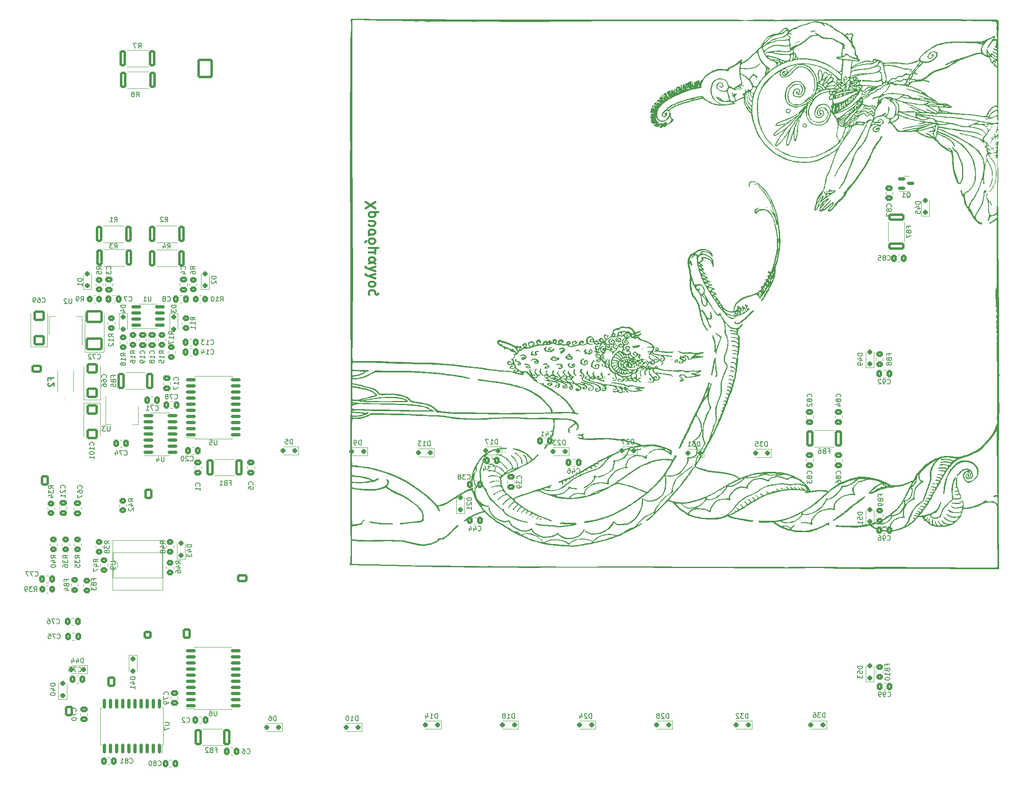
<source format=gbo>
G04 #@! TF.GenerationSoftware,KiCad,Pcbnew,7.0.1*
G04 #@! TF.CreationDate,2023-05-26T07:14:44+02:00*
G04 #@! TF.ProjectId,K_Aries,4b5f4172-6965-4732-9e6b-696361645f70,rev?*
G04 #@! TF.SameCoordinates,Original*
G04 #@! TF.FileFunction,Legend,Bot*
G04 #@! TF.FilePolarity,Positive*
%FSLAX46Y46*%
G04 Gerber Fmt 4.6, Leading zero omitted, Abs format (unit mm)*
G04 Created by KiCad (PCBNEW 7.0.1) date 2023-05-26 07:14:44*
%MOMM*%
%LPD*%
G01*
G04 APERTURE LIST*
G04 Aperture macros list*
%AMRoundRect*
0 Rectangle with rounded corners*
0 $1 Rounding radius*
0 $2 $3 $4 $5 $6 $7 $8 $9 X,Y pos of 4 corners*
0 Add a 4 corners polygon primitive as box body*
4,1,4,$2,$3,$4,$5,$6,$7,$8,$9,$2,$3,0*
0 Add four circle primitives for the rounded corners*
1,1,$1+$1,$2,$3*
1,1,$1+$1,$4,$5*
1,1,$1+$1,$6,$7*
1,1,$1+$1,$8,$9*
0 Add four rect primitives between the rounded corners*
20,1,$1+$1,$2,$3,$4,$5,0*
20,1,$1+$1,$4,$5,$6,$7,0*
20,1,$1+$1,$6,$7,$8,$9,0*
20,1,$1+$1,$8,$9,$2,$3,0*%
G04 Aperture macros list end*
%ADD10C,0.400000*%
%ADD11C,0.150000*%
%ADD12C,0.254000*%
%ADD13C,0.120000*%
%ADD14C,0.100000*%
%ADD15C,1.803400*%
%ADD16O,4.000000X3.000000*%
%ADD17R,1.371600X1.371600*%
%ADD18C,1.371600*%
%ADD19C,1.524000*%
%ADD20C,1.998980*%
%ADD21C,2.499360*%
%ADD22C,3.000000*%
%ADD23RoundRect,0.250000X0.620000X0.845000X-0.620000X0.845000X-0.620000X-0.845000X0.620000X-0.845000X0*%
%ADD24O,1.740000X2.190000*%
%ADD25R,1.950000X1.950000*%
%ADD26C,3.600000*%
%ADD27C,1.950000*%
%ADD28C,7.400000*%
%ADD29RoundRect,0.250000X1.330000X1.800000X-1.330000X1.800000X-1.330000X-1.800000X1.330000X-1.800000X0*%
%ADD30O,3.160000X4.100000*%
%ADD31RoundRect,0.250000X-0.845000X0.620000X-0.845000X-0.620000X0.845000X-0.620000X0.845000X0.620000X0*%
%ADD32O,2.190000X1.740000*%
%ADD33C,1.700000*%
%ADD34O,1.700000X1.700000*%
%ADD35RoundRect,0.250000X-0.620000X-0.845000X0.620000X-0.845000X0.620000X0.845000X-0.620000X0.845000X0*%
%ADD36RoundRect,0.250000X0.845000X-0.620000X0.845000X0.620000X-0.845000X0.620000X-0.845000X-0.620000X0*%
%ADD37RoundRect,0.250000X-0.600000X0.600000X-0.600000X-0.600000X0.600000X-0.600000X0.600000X0.600000X0*%
%ADD38RoundRect,0.250000X0.450000X-0.350000X0.450000X0.350000X-0.450000X0.350000X-0.450000X-0.350000X0*%
%ADD39RoundRect,0.250000X-0.250000X0.250000X-0.250000X-0.250000X0.250000X-0.250000X0.250000X0.250000X0*%
%ADD40RoundRect,0.250000X0.337500X0.475000X-0.337500X0.475000X-0.337500X-0.475000X0.337500X-0.475000X0*%
%ADD41RoundRect,0.249999X0.450001X1.425001X-0.450001X1.425001X-0.450001X-1.425001X0.450001X-1.425001X0*%
%ADD42RoundRect,0.250000X0.475000X-0.337500X0.475000X0.337500X-0.475000X0.337500X-0.475000X-0.337500X0*%
%ADD43RoundRect,0.250000X0.250000X-0.250000X0.250000X0.250000X-0.250000X0.250000X-0.250000X-0.250000X0*%
%ADD44RoundRect,0.250000X-0.450000X0.350000X-0.450000X-0.350000X0.450000X-0.350000X0.450000X0.350000X0*%
%ADD45RoundRect,0.250000X-0.337500X-0.475000X0.337500X-0.475000X0.337500X0.475000X-0.337500X0.475000X0*%
%ADD46RoundRect,0.250000X0.250000X0.250000X-0.250000X0.250000X-0.250000X-0.250000X0.250000X-0.250000X0*%
%ADD47RoundRect,0.150000X-0.875000X-0.150000X0.875000X-0.150000X0.875000X0.150000X-0.875000X0.150000X0*%
%ADD48RoundRect,0.150000X-0.825000X-0.150000X0.825000X-0.150000X0.825000X0.150000X-0.825000X0.150000X0*%
%ADD49R,2.950000X1.680000*%
%ADD50RoundRect,0.250000X-0.475000X0.337500X-0.475000X-0.337500X0.475000X-0.337500X0.475000X0.337500X0*%
%ADD51RoundRect,0.249999X-0.450001X-1.425001X0.450001X-1.425001X0.450001X1.425001X-0.450001X1.425001X0*%
%ADD52RoundRect,0.250000X0.450000X-0.325000X0.450000X0.325000X-0.450000X0.325000X-0.450000X-0.325000X0*%
%ADD53RoundRect,0.249999X-0.512501X-1.425001X0.512501X-1.425001X0.512501X1.425001X-0.512501X1.425001X0*%
%ADD54RoundRect,0.150000X0.150000X-0.875000X0.150000X0.875000X-0.150000X0.875000X-0.150000X-0.875000X0*%
%ADD55RoundRect,0.250000X0.350000X0.450000X-0.350000X0.450000X-0.350000X-0.450000X0.350000X-0.450000X0*%
%ADD56R,1.500000X2.000000*%
%ADD57R,3.800000X2.000000*%
%ADD58RoundRect,0.250000X0.925000X-0.875000X0.925000X0.875000X-0.925000X0.875000X-0.925000X-0.875000X0*%
%ADD59RoundRect,0.250000X-0.925000X0.875000X-0.925000X-0.875000X0.925000X-0.875000X0.925000X0.875000X0*%
%ADD60RoundRect,0.249999X1.425001X-0.512501X1.425001X0.512501X-1.425001X0.512501X-1.425001X-0.512501X0*%
%ADD61RoundRect,0.250000X1.500000X-1.112500X1.500000X1.112500X-1.500000X1.112500X-1.500000X-1.112500X0*%
%ADD62RoundRect,0.150000X-0.587500X-0.150000X0.587500X-0.150000X0.587500X0.150000X-0.587500X0.150000X0*%
%ADD63RoundRect,0.250000X-0.350000X-0.450000X0.350000X-0.450000X0.350000X0.450000X-0.350000X0.450000X0*%
%ADD64RoundRect,0.250000X-0.450000X0.325000X-0.450000X-0.325000X0.450000X-0.325000X0.450000X0.325000X0*%
%ADD65R,1.600000X1.600000*%
G04 APERTURE END LIST*
D10*
X176255238Y-92285714D02*
X178255238Y-93619047D01*
X176255238Y-93619047D02*
X178255238Y-92285714D01*
X178921904Y-94380952D02*
X177302857Y-94380952D01*
X177302857Y-94380952D02*
X177112380Y-94476190D01*
X177112380Y-94476190D02*
X177017142Y-94571428D01*
X177017142Y-94571428D02*
X176921904Y-94761904D01*
X176921904Y-94761904D02*
X176921904Y-95047619D01*
X176921904Y-95047619D02*
X177017142Y-95238095D01*
X177017142Y-95238095D02*
X177112380Y-95333333D01*
X177112380Y-95333333D02*
X177302857Y-95428571D01*
X177302857Y-95428571D02*
X177874285Y-95428571D01*
X177874285Y-95428571D02*
X178064761Y-95333333D01*
X178064761Y-95333333D02*
X178160000Y-95238095D01*
X178160000Y-95238095D02*
X178255238Y-95047619D01*
X178255238Y-95047619D02*
X178255238Y-94761904D01*
X178255238Y-94761904D02*
X178160000Y-94571428D01*
X178160000Y-94571428D02*
X177969523Y-94380952D01*
X176921904Y-96285714D02*
X177969523Y-96285714D01*
X177969523Y-96285714D02*
X178160000Y-96380952D01*
X178160000Y-96380952D02*
X178255238Y-96571428D01*
X178255238Y-96571428D02*
X178255238Y-96857143D01*
X178255238Y-96857143D02*
X178160000Y-97047619D01*
X178160000Y-97047619D02*
X178064761Y-97142857D01*
X178064761Y-97142857D02*
X177874285Y-97238095D01*
X177874285Y-97238095D02*
X177207619Y-97238095D01*
X177207619Y-97238095D02*
X177017142Y-97142857D01*
X177017142Y-97142857D02*
X176921904Y-97047619D01*
X176921904Y-99238095D02*
X176921904Y-98380952D01*
X176921904Y-98380952D02*
X177017142Y-98190476D01*
X177017142Y-98190476D02*
X177112380Y-98095238D01*
X177112380Y-98095238D02*
X177302857Y-98000000D01*
X177302857Y-98000000D02*
X177874285Y-98000000D01*
X177874285Y-98000000D02*
X178064761Y-98095238D01*
X178064761Y-98095238D02*
X178160000Y-98190476D01*
X178160000Y-98190476D02*
X178255238Y-98380952D01*
X178255238Y-98380952D02*
X178255238Y-98666667D01*
X178255238Y-98666667D02*
X178160000Y-98857143D01*
X178160000Y-98857143D02*
X178064761Y-98952381D01*
X178064761Y-98952381D02*
X177874285Y-99047619D01*
X177874285Y-99047619D02*
X177302857Y-99047619D01*
X177302857Y-99047619D02*
X177112380Y-98952381D01*
X177112380Y-98952381D02*
X177017142Y-98857143D01*
X177017142Y-98857143D02*
X176921904Y-98666667D01*
X178255238Y-100285714D02*
X178160000Y-100095238D01*
X178160000Y-100095238D02*
X178064761Y-100000000D01*
X178064761Y-100000000D02*
X177874285Y-99904762D01*
X177874285Y-99904762D02*
X177302857Y-99904762D01*
X177302857Y-99904762D02*
X177112380Y-100000000D01*
X177112380Y-100000000D02*
X177017142Y-100095238D01*
X177017142Y-100095238D02*
X176921904Y-100285714D01*
X176921904Y-100285714D02*
X176921904Y-100571429D01*
X176921904Y-100571429D02*
X177017142Y-100761905D01*
X177017142Y-100761905D02*
X177112380Y-100857143D01*
X177112380Y-100857143D02*
X177302857Y-100952381D01*
X177302857Y-100952381D02*
X177874285Y-100952381D01*
X177874285Y-100952381D02*
X178064761Y-100857143D01*
X178064761Y-100857143D02*
X178160000Y-100761905D01*
X178160000Y-100761905D02*
X178255238Y-100571429D01*
X178255238Y-100571429D02*
X178255238Y-100285714D01*
X176160000Y-100666667D02*
X176445714Y-100380952D01*
X176921904Y-101809524D02*
X178921904Y-101809524D01*
X177969523Y-102761905D02*
X178160000Y-102857143D01*
X178160000Y-102857143D02*
X178255238Y-103047619D01*
X177969523Y-101809524D02*
X178160000Y-101904762D01*
X178160000Y-101904762D02*
X178255238Y-102095238D01*
X178255238Y-102095238D02*
X178255238Y-102476191D01*
X178255238Y-102476191D02*
X178160000Y-102666667D01*
X178160000Y-102666667D02*
X177969523Y-102761905D01*
X177969523Y-102761905D02*
X176921904Y-102761905D01*
X176921904Y-105047619D02*
X177874285Y-104761905D01*
X177874285Y-104761905D02*
X178064761Y-104666667D01*
X178064761Y-104666667D02*
X178160000Y-104571429D01*
X178160000Y-104571429D02*
X178255238Y-104380952D01*
X178255238Y-104380952D02*
X178255238Y-104190476D01*
X178255238Y-104190476D02*
X178160000Y-104000000D01*
X178160000Y-104000000D02*
X178064761Y-103904762D01*
X178064761Y-103904762D02*
X177779047Y-103809524D01*
X177779047Y-103809524D02*
X177398095Y-103809524D01*
X177398095Y-103809524D02*
X177112380Y-103904762D01*
X177112380Y-103904762D02*
X177017142Y-104000000D01*
X177017142Y-104000000D02*
X176921904Y-104190476D01*
X176921904Y-104190476D02*
X176921904Y-104380952D01*
X176921904Y-104380952D02*
X177017142Y-104571429D01*
X177017142Y-104571429D02*
X177112380Y-104666667D01*
X177112380Y-104666667D02*
X177302857Y-104761905D01*
X177302857Y-104761905D02*
X177969523Y-104857143D01*
X177969523Y-104857143D02*
X178160000Y-104952381D01*
X178160000Y-104952381D02*
X178255238Y-105142857D01*
X176921904Y-106190476D02*
X178255238Y-105714286D01*
X176255238Y-105714286D02*
X176255238Y-105904762D01*
X176255238Y-105904762D02*
X176350476Y-106000000D01*
X176350476Y-106000000D02*
X176921904Y-106190476D01*
X176921904Y-106190476D02*
X178255238Y-106666667D01*
X176921904Y-107714286D02*
X178255238Y-107238096D01*
X176255238Y-107238096D02*
X176255238Y-107428572D01*
X176255238Y-107428572D02*
X176350476Y-107523810D01*
X176350476Y-107523810D02*
X176921904Y-107714286D01*
X176921904Y-107714286D02*
X178255238Y-108190477D01*
X178255238Y-109238096D02*
X178160000Y-109047620D01*
X178160000Y-109047620D02*
X178064761Y-108952382D01*
X178064761Y-108952382D02*
X177874285Y-108857144D01*
X177874285Y-108857144D02*
X177302857Y-108857144D01*
X177302857Y-108857144D02*
X177112380Y-108952382D01*
X177112380Y-108952382D02*
X177017142Y-109047620D01*
X177017142Y-109047620D02*
X176921904Y-109238096D01*
X176921904Y-109238096D02*
X176921904Y-109523811D01*
X176921904Y-109523811D02*
X177017142Y-109714287D01*
X177017142Y-109714287D02*
X177112380Y-109809525D01*
X177112380Y-109809525D02*
X177302857Y-109904763D01*
X177302857Y-109904763D02*
X177874285Y-109904763D01*
X177874285Y-109904763D02*
X178064761Y-109809525D01*
X178064761Y-109809525D02*
X178160000Y-109714287D01*
X178160000Y-109714287D02*
X178255238Y-109523811D01*
X178255238Y-109523811D02*
X178255238Y-109238096D01*
X177017142Y-111619049D02*
X176921904Y-111428573D01*
X176921904Y-111428573D02*
X176921904Y-111047620D01*
X176921904Y-111047620D02*
X177017142Y-110857144D01*
X177017142Y-110857144D02*
X177112380Y-110761906D01*
X177112380Y-110761906D02*
X177302857Y-110666668D01*
X177302857Y-110666668D02*
X177874285Y-110666668D01*
X177874285Y-110666668D02*
X178064761Y-110761906D01*
X178064761Y-110761906D02*
X178160000Y-110857144D01*
X178160000Y-110857144D02*
X178255238Y-111047620D01*
X178255238Y-111047620D02*
X178255238Y-111333335D01*
X178255238Y-111333335D02*
X178350476Y-111523811D01*
X178350476Y-111523811D02*
X178540952Y-111619049D01*
X178540952Y-111619049D02*
X178636190Y-111619049D01*
X178636190Y-111619049D02*
X178826666Y-111523811D01*
X178826666Y-111523811D02*
X178921904Y-111333335D01*
D11*
X123962619Y-120357142D02*
X123486428Y-120023809D01*
X123962619Y-119785714D02*
X122962619Y-119785714D01*
X122962619Y-119785714D02*
X122962619Y-120166666D01*
X122962619Y-120166666D02*
X123010238Y-120261904D01*
X123010238Y-120261904D02*
X123057857Y-120309523D01*
X123057857Y-120309523D02*
X123153095Y-120357142D01*
X123153095Y-120357142D02*
X123295952Y-120357142D01*
X123295952Y-120357142D02*
X123391190Y-120309523D01*
X123391190Y-120309523D02*
X123438809Y-120261904D01*
X123438809Y-120261904D02*
X123486428Y-120166666D01*
X123486428Y-120166666D02*
X123486428Y-119785714D01*
X123962619Y-121309523D02*
X123962619Y-120738095D01*
X123962619Y-121023809D02*
X122962619Y-121023809D01*
X122962619Y-121023809D02*
X123105476Y-120928571D01*
X123105476Y-120928571D02*
X123200714Y-120833333D01*
X123200714Y-120833333D02*
X123248333Y-120738095D01*
X123057857Y-121690476D02*
X123010238Y-121738095D01*
X123010238Y-121738095D02*
X122962619Y-121833333D01*
X122962619Y-121833333D02*
X122962619Y-122071428D01*
X122962619Y-122071428D02*
X123010238Y-122166666D01*
X123010238Y-122166666D02*
X123057857Y-122214285D01*
X123057857Y-122214285D02*
X123153095Y-122261904D01*
X123153095Y-122261904D02*
X123248333Y-122261904D01*
X123248333Y-122261904D02*
X123391190Y-122214285D01*
X123391190Y-122214285D02*
X123962619Y-121642857D01*
X123962619Y-121642857D02*
X123962619Y-122261904D01*
X136962619Y-113761905D02*
X135962619Y-113761905D01*
X135962619Y-113761905D02*
X135962619Y-114000000D01*
X135962619Y-114000000D02*
X136010238Y-114142857D01*
X136010238Y-114142857D02*
X136105476Y-114238095D01*
X136105476Y-114238095D02*
X136200714Y-114285714D01*
X136200714Y-114285714D02*
X136391190Y-114333333D01*
X136391190Y-114333333D02*
X136534047Y-114333333D01*
X136534047Y-114333333D02*
X136724523Y-114285714D01*
X136724523Y-114285714D02*
X136819761Y-114238095D01*
X136819761Y-114238095D02*
X136915000Y-114142857D01*
X136915000Y-114142857D02*
X136962619Y-114000000D01*
X136962619Y-114000000D02*
X136962619Y-113761905D01*
X135962619Y-114666667D02*
X135962619Y-115285714D01*
X135962619Y-115285714D02*
X136343571Y-114952381D01*
X136343571Y-114952381D02*
X136343571Y-115095238D01*
X136343571Y-115095238D02*
X136391190Y-115190476D01*
X136391190Y-115190476D02*
X136438809Y-115238095D01*
X136438809Y-115238095D02*
X136534047Y-115285714D01*
X136534047Y-115285714D02*
X136772142Y-115285714D01*
X136772142Y-115285714D02*
X136867380Y-115238095D01*
X136867380Y-115238095D02*
X136915000Y-115190476D01*
X136915000Y-115190476D02*
X136962619Y-115095238D01*
X136962619Y-115095238D02*
X136962619Y-114809524D01*
X136962619Y-114809524D02*
X136915000Y-114714286D01*
X136915000Y-114714286D02*
X136867380Y-114666667D01*
X112280357Y-182967380D02*
X112327976Y-183015000D01*
X112327976Y-183015000D02*
X112470833Y-183062619D01*
X112470833Y-183062619D02*
X112566071Y-183062619D01*
X112566071Y-183062619D02*
X112708928Y-183015000D01*
X112708928Y-183015000D02*
X112804166Y-182919761D01*
X112804166Y-182919761D02*
X112851785Y-182824523D01*
X112851785Y-182824523D02*
X112899404Y-182634047D01*
X112899404Y-182634047D02*
X112899404Y-182491190D01*
X112899404Y-182491190D02*
X112851785Y-182300714D01*
X112851785Y-182300714D02*
X112804166Y-182205476D01*
X112804166Y-182205476D02*
X112708928Y-182110238D01*
X112708928Y-182110238D02*
X112566071Y-182062619D01*
X112566071Y-182062619D02*
X112470833Y-182062619D01*
X112470833Y-182062619D02*
X112327976Y-182110238D01*
X112327976Y-182110238D02*
X112280357Y-182157857D01*
X111947023Y-182062619D02*
X111280357Y-182062619D01*
X111280357Y-182062619D02*
X111708928Y-183062619D01*
X110423214Y-182062619D02*
X110899404Y-182062619D01*
X110899404Y-182062619D02*
X110947023Y-182538809D01*
X110947023Y-182538809D02*
X110899404Y-182491190D01*
X110899404Y-182491190D02*
X110804166Y-182443571D01*
X110804166Y-182443571D02*
X110566071Y-182443571D01*
X110566071Y-182443571D02*
X110470833Y-182491190D01*
X110470833Y-182491190D02*
X110423214Y-182538809D01*
X110423214Y-182538809D02*
X110375595Y-182634047D01*
X110375595Y-182634047D02*
X110375595Y-182872142D01*
X110375595Y-182872142D02*
X110423214Y-182967380D01*
X110423214Y-182967380D02*
X110470833Y-183015000D01*
X110470833Y-183015000D02*
X110566071Y-183062619D01*
X110566071Y-183062619D02*
X110804166Y-183062619D01*
X110804166Y-183062619D02*
X110899404Y-183015000D01*
X110899404Y-183015000D02*
X110947023Y-182967380D01*
X129116666Y-60342619D02*
X129449999Y-59866428D01*
X129688094Y-60342619D02*
X129688094Y-59342619D01*
X129688094Y-59342619D02*
X129307142Y-59342619D01*
X129307142Y-59342619D02*
X129211904Y-59390238D01*
X129211904Y-59390238D02*
X129164285Y-59437857D01*
X129164285Y-59437857D02*
X129116666Y-59533095D01*
X129116666Y-59533095D02*
X129116666Y-59675952D01*
X129116666Y-59675952D02*
X129164285Y-59771190D01*
X129164285Y-59771190D02*
X129211904Y-59818809D01*
X129211904Y-59818809D02*
X129307142Y-59866428D01*
X129307142Y-59866428D02*
X129688094Y-59866428D01*
X128783332Y-59342619D02*
X128116666Y-59342619D01*
X128116666Y-59342619D02*
X128545237Y-60342619D01*
X132367380Y-123857142D02*
X132415000Y-123809523D01*
X132415000Y-123809523D02*
X132462619Y-123666666D01*
X132462619Y-123666666D02*
X132462619Y-123571428D01*
X132462619Y-123571428D02*
X132415000Y-123428571D01*
X132415000Y-123428571D02*
X132319761Y-123333333D01*
X132319761Y-123333333D02*
X132224523Y-123285714D01*
X132224523Y-123285714D02*
X132034047Y-123238095D01*
X132034047Y-123238095D02*
X131891190Y-123238095D01*
X131891190Y-123238095D02*
X131700714Y-123285714D01*
X131700714Y-123285714D02*
X131605476Y-123333333D01*
X131605476Y-123333333D02*
X131510238Y-123428571D01*
X131510238Y-123428571D02*
X131462619Y-123571428D01*
X131462619Y-123571428D02*
X131462619Y-123666666D01*
X131462619Y-123666666D02*
X131510238Y-123809523D01*
X131510238Y-123809523D02*
X131557857Y-123857142D01*
X132462619Y-124809523D02*
X132462619Y-124238095D01*
X132462619Y-124523809D02*
X131462619Y-124523809D01*
X131462619Y-124523809D02*
X131605476Y-124428571D01*
X131605476Y-124428571D02*
X131700714Y-124333333D01*
X131700714Y-124333333D02*
X131748333Y-124238095D01*
X131891190Y-125380952D02*
X131843571Y-125285714D01*
X131843571Y-125285714D02*
X131795952Y-125238095D01*
X131795952Y-125238095D02*
X131700714Y-125190476D01*
X131700714Y-125190476D02*
X131653095Y-125190476D01*
X131653095Y-125190476D02*
X131557857Y-125238095D01*
X131557857Y-125238095D02*
X131510238Y-125285714D01*
X131510238Y-125285714D02*
X131462619Y-125380952D01*
X131462619Y-125380952D02*
X131462619Y-125571428D01*
X131462619Y-125571428D02*
X131510238Y-125666666D01*
X131510238Y-125666666D02*
X131557857Y-125714285D01*
X131557857Y-125714285D02*
X131653095Y-125761904D01*
X131653095Y-125761904D02*
X131700714Y-125761904D01*
X131700714Y-125761904D02*
X131795952Y-125714285D01*
X131795952Y-125714285D02*
X131843571Y-125666666D01*
X131843571Y-125666666D02*
X131891190Y-125571428D01*
X131891190Y-125571428D02*
X131891190Y-125380952D01*
X131891190Y-125380952D02*
X131938809Y-125285714D01*
X131938809Y-125285714D02*
X131986428Y-125238095D01*
X131986428Y-125238095D02*
X132081666Y-125190476D01*
X132081666Y-125190476D02*
X132272142Y-125190476D01*
X132272142Y-125190476D02*
X132367380Y-125238095D01*
X132367380Y-125238095D02*
X132415000Y-125285714D01*
X132415000Y-125285714D02*
X132462619Y-125380952D01*
X132462619Y-125380952D02*
X132462619Y-125571428D01*
X132462619Y-125571428D02*
X132415000Y-125666666D01*
X132415000Y-125666666D02*
X132367380Y-125714285D01*
X132367380Y-125714285D02*
X132272142Y-125761904D01*
X132272142Y-125761904D02*
X132081666Y-125761904D01*
X132081666Y-125761904D02*
X131986428Y-125714285D01*
X131986428Y-125714285D02*
X131938809Y-125666666D01*
X131938809Y-125666666D02*
X131891190Y-125571428D01*
X279462619Y-188785714D02*
X278462619Y-188785714D01*
X278462619Y-188785714D02*
X278462619Y-189023809D01*
X278462619Y-189023809D02*
X278510238Y-189166666D01*
X278510238Y-189166666D02*
X278605476Y-189261904D01*
X278605476Y-189261904D02*
X278700714Y-189309523D01*
X278700714Y-189309523D02*
X278891190Y-189357142D01*
X278891190Y-189357142D02*
X279034047Y-189357142D01*
X279034047Y-189357142D02*
X279224523Y-189309523D01*
X279224523Y-189309523D02*
X279319761Y-189261904D01*
X279319761Y-189261904D02*
X279415000Y-189166666D01*
X279415000Y-189166666D02*
X279462619Y-189023809D01*
X279462619Y-189023809D02*
X279462619Y-188785714D01*
X278462619Y-190261904D02*
X278462619Y-189785714D01*
X278462619Y-189785714D02*
X278938809Y-189738095D01*
X278938809Y-189738095D02*
X278891190Y-189785714D01*
X278891190Y-189785714D02*
X278843571Y-189880952D01*
X278843571Y-189880952D02*
X278843571Y-190119047D01*
X278843571Y-190119047D02*
X278891190Y-190214285D01*
X278891190Y-190214285D02*
X278938809Y-190261904D01*
X278938809Y-190261904D02*
X279034047Y-190309523D01*
X279034047Y-190309523D02*
X279272142Y-190309523D01*
X279272142Y-190309523D02*
X279367380Y-190261904D01*
X279367380Y-190261904D02*
X279415000Y-190214285D01*
X279415000Y-190214285D02*
X279462619Y-190119047D01*
X279462619Y-190119047D02*
X279462619Y-189880952D01*
X279462619Y-189880952D02*
X279415000Y-189785714D01*
X279415000Y-189785714D02*
X279367380Y-189738095D01*
X278462619Y-190642857D02*
X278462619Y-191261904D01*
X278462619Y-191261904D02*
X278843571Y-190928571D01*
X278843571Y-190928571D02*
X278843571Y-191071428D01*
X278843571Y-191071428D02*
X278891190Y-191166666D01*
X278891190Y-191166666D02*
X278938809Y-191214285D01*
X278938809Y-191214285D02*
X279034047Y-191261904D01*
X279034047Y-191261904D02*
X279272142Y-191261904D01*
X279272142Y-191261904D02*
X279367380Y-191214285D01*
X279367380Y-191214285D02*
X279415000Y-191166666D01*
X279415000Y-191166666D02*
X279462619Y-191071428D01*
X279462619Y-191071428D02*
X279462619Y-190785714D01*
X279462619Y-190785714D02*
X279415000Y-190690476D01*
X279415000Y-190690476D02*
X279367380Y-190642857D01*
X220142857Y-148617380D02*
X220190476Y-148665000D01*
X220190476Y-148665000D02*
X220333333Y-148712619D01*
X220333333Y-148712619D02*
X220428571Y-148712619D01*
X220428571Y-148712619D02*
X220571428Y-148665000D01*
X220571428Y-148665000D02*
X220666666Y-148569761D01*
X220666666Y-148569761D02*
X220714285Y-148474523D01*
X220714285Y-148474523D02*
X220761904Y-148284047D01*
X220761904Y-148284047D02*
X220761904Y-148141190D01*
X220761904Y-148141190D02*
X220714285Y-147950714D01*
X220714285Y-147950714D02*
X220666666Y-147855476D01*
X220666666Y-147855476D02*
X220571428Y-147760238D01*
X220571428Y-147760238D02*
X220428571Y-147712619D01*
X220428571Y-147712619D02*
X220333333Y-147712619D01*
X220333333Y-147712619D02*
X220190476Y-147760238D01*
X220190476Y-147760238D02*
X220142857Y-147807857D01*
X219285714Y-148045952D02*
X219285714Y-148712619D01*
X219523809Y-147665000D02*
X219761904Y-148379285D01*
X219761904Y-148379285D02*
X219142857Y-148379285D01*
X218333333Y-147712619D02*
X218523809Y-147712619D01*
X218523809Y-147712619D02*
X218619047Y-147760238D01*
X218619047Y-147760238D02*
X218666666Y-147807857D01*
X218666666Y-147807857D02*
X218761904Y-147950714D01*
X218761904Y-147950714D02*
X218809523Y-148141190D01*
X218809523Y-148141190D02*
X218809523Y-148522142D01*
X218809523Y-148522142D02*
X218761904Y-148617380D01*
X218761904Y-148617380D02*
X218714285Y-148665000D01*
X218714285Y-148665000D02*
X218619047Y-148712619D01*
X218619047Y-148712619D02*
X218428571Y-148712619D01*
X218428571Y-148712619D02*
X218333333Y-148665000D01*
X218333333Y-148665000D02*
X218285714Y-148617380D01*
X218285714Y-148617380D02*
X218238095Y-148522142D01*
X218238095Y-148522142D02*
X218238095Y-148284047D01*
X218238095Y-148284047D02*
X218285714Y-148188809D01*
X218285714Y-148188809D02*
X218333333Y-148141190D01*
X218333333Y-148141190D02*
X218428571Y-148093571D01*
X218428571Y-148093571D02*
X218619047Y-148093571D01*
X218619047Y-148093571D02*
X218714285Y-148141190D01*
X218714285Y-148141190D02*
X218761904Y-148188809D01*
X218761904Y-148188809D02*
X218809523Y-148284047D01*
X128462619Y-123857142D02*
X127986428Y-123523809D01*
X128462619Y-123285714D02*
X127462619Y-123285714D01*
X127462619Y-123285714D02*
X127462619Y-123666666D01*
X127462619Y-123666666D02*
X127510238Y-123761904D01*
X127510238Y-123761904D02*
X127557857Y-123809523D01*
X127557857Y-123809523D02*
X127653095Y-123857142D01*
X127653095Y-123857142D02*
X127795952Y-123857142D01*
X127795952Y-123857142D02*
X127891190Y-123809523D01*
X127891190Y-123809523D02*
X127938809Y-123761904D01*
X127938809Y-123761904D02*
X127986428Y-123666666D01*
X127986428Y-123666666D02*
X127986428Y-123285714D01*
X128462619Y-124809523D02*
X128462619Y-124238095D01*
X128462619Y-124523809D02*
X127462619Y-124523809D01*
X127462619Y-124523809D02*
X127605476Y-124428571D01*
X127605476Y-124428571D02*
X127700714Y-124333333D01*
X127700714Y-124333333D02*
X127748333Y-124238095D01*
X127462619Y-125666666D02*
X127462619Y-125476190D01*
X127462619Y-125476190D02*
X127510238Y-125380952D01*
X127510238Y-125380952D02*
X127557857Y-125333333D01*
X127557857Y-125333333D02*
X127700714Y-125238095D01*
X127700714Y-125238095D02*
X127891190Y-125190476D01*
X127891190Y-125190476D02*
X128272142Y-125190476D01*
X128272142Y-125190476D02*
X128367380Y-125238095D01*
X128367380Y-125238095D02*
X128415000Y-125285714D01*
X128415000Y-125285714D02*
X128462619Y-125380952D01*
X128462619Y-125380952D02*
X128462619Y-125571428D01*
X128462619Y-125571428D02*
X128415000Y-125666666D01*
X128415000Y-125666666D02*
X128367380Y-125714285D01*
X128367380Y-125714285D02*
X128272142Y-125761904D01*
X128272142Y-125761904D02*
X128034047Y-125761904D01*
X128034047Y-125761904D02*
X127938809Y-125714285D01*
X127938809Y-125714285D02*
X127891190Y-125666666D01*
X127891190Y-125666666D02*
X127843571Y-125571428D01*
X127843571Y-125571428D02*
X127843571Y-125380952D01*
X127843571Y-125380952D02*
X127891190Y-125285714D01*
X127891190Y-125285714D02*
X127938809Y-125238095D01*
X127938809Y-125238095D02*
X128034047Y-125190476D01*
X139892857Y-146047380D02*
X139940476Y-146095000D01*
X139940476Y-146095000D02*
X140083333Y-146142619D01*
X140083333Y-146142619D02*
X140178571Y-146142619D01*
X140178571Y-146142619D02*
X140321428Y-146095000D01*
X140321428Y-146095000D02*
X140416666Y-145999761D01*
X140416666Y-145999761D02*
X140464285Y-145904523D01*
X140464285Y-145904523D02*
X140511904Y-145714047D01*
X140511904Y-145714047D02*
X140511904Y-145571190D01*
X140511904Y-145571190D02*
X140464285Y-145380714D01*
X140464285Y-145380714D02*
X140416666Y-145285476D01*
X140416666Y-145285476D02*
X140321428Y-145190238D01*
X140321428Y-145190238D02*
X140178571Y-145142619D01*
X140178571Y-145142619D02*
X140083333Y-145142619D01*
X140083333Y-145142619D02*
X139940476Y-145190238D01*
X139940476Y-145190238D02*
X139892857Y-145237857D01*
X139511904Y-145237857D02*
X139464285Y-145190238D01*
X139464285Y-145190238D02*
X139369047Y-145142619D01*
X139369047Y-145142619D02*
X139130952Y-145142619D01*
X139130952Y-145142619D02*
X139035714Y-145190238D01*
X139035714Y-145190238D02*
X138988095Y-145237857D01*
X138988095Y-145237857D02*
X138940476Y-145333095D01*
X138940476Y-145333095D02*
X138940476Y-145428333D01*
X138940476Y-145428333D02*
X138988095Y-145571190D01*
X138988095Y-145571190D02*
X139559523Y-146142619D01*
X139559523Y-146142619D02*
X138940476Y-146142619D01*
X138321428Y-145142619D02*
X138226190Y-145142619D01*
X138226190Y-145142619D02*
X138130952Y-145190238D01*
X138130952Y-145190238D02*
X138083333Y-145237857D01*
X138083333Y-145237857D02*
X138035714Y-145333095D01*
X138035714Y-145333095D02*
X137988095Y-145523571D01*
X137988095Y-145523571D02*
X137988095Y-145761666D01*
X137988095Y-145761666D02*
X138035714Y-145952142D01*
X138035714Y-145952142D02*
X138083333Y-146047380D01*
X138083333Y-146047380D02*
X138130952Y-146095000D01*
X138130952Y-146095000D02*
X138226190Y-146142619D01*
X138226190Y-146142619D02*
X138321428Y-146142619D01*
X138321428Y-146142619D02*
X138416666Y-146095000D01*
X138416666Y-146095000D02*
X138464285Y-146047380D01*
X138464285Y-146047380D02*
X138511904Y-145952142D01*
X138511904Y-145952142D02*
X138559523Y-145761666D01*
X138559523Y-145761666D02*
X138559523Y-145523571D01*
X138559523Y-145523571D02*
X138511904Y-145333095D01*
X138511904Y-145333095D02*
X138464285Y-145237857D01*
X138464285Y-145237857D02*
X138416666Y-145190238D01*
X138416666Y-145190238D02*
X138321428Y-145142619D01*
X271714285Y-199462619D02*
X271714285Y-198462619D01*
X271714285Y-198462619D02*
X271476190Y-198462619D01*
X271476190Y-198462619D02*
X271333333Y-198510238D01*
X271333333Y-198510238D02*
X271238095Y-198605476D01*
X271238095Y-198605476D02*
X271190476Y-198700714D01*
X271190476Y-198700714D02*
X271142857Y-198891190D01*
X271142857Y-198891190D02*
X271142857Y-199034047D01*
X271142857Y-199034047D02*
X271190476Y-199224523D01*
X271190476Y-199224523D02*
X271238095Y-199319761D01*
X271238095Y-199319761D02*
X271333333Y-199415000D01*
X271333333Y-199415000D02*
X271476190Y-199462619D01*
X271476190Y-199462619D02*
X271714285Y-199462619D01*
X270809523Y-198462619D02*
X270190476Y-198462619D01*
X270190476Y-198462619D02*
X270523809Y-198843571D01*
X270523809Y-198843571D02*
X270380952Y-198843571D01*
X270380952Y-198843571D02*
X270285714Y-198891190D01*
X270285714Y-198891190D02*
X270238095Y-198938809D01*
X270238095Y-198938809D02*
X270190476Y-199034047D01*
X270190476Y-199034047D02*
X270190476Y-199272142D01*
X270190476Y-199272142D02*
X270238095Y-199367380D01*
X270238095Y-199367380D02*
X270285714Y-199415000D01*
X270285714Y-199415000D02*
X270380952Y-199462619D01*
X270380952Y-199462619D02*
X270666666Y-199462619D01*
X270666666Y-199462619D02*
X270761904Y-199415000D01*
X270761904Y-199415000D02*
X270809523Y-199367380D01*
X269333333Y-198462619D02*
X269523809Y-198462619D01*
X269523809Y-198462619D02*
X269619047Y-198510238D01*
X269619047Y-198510238D02*
X269666666Y-198557857D01*
X269666666Y-198557857D02*
X269761904Y-198700714D01*
X269761904Y-198700714D02*
X269809523Y-198891190D01*
X269809523Y-198891190D02*
X269809523Y-199272142D01*
X269809523Y-199272142D02*
X269761904Y-199367380D01*
X269761904Y-199367380D02*
X269714285Y-199415000D01*
X269714285Y-199415000D02*
X269619047Y-199462619D01*
X269619047Y-199462619D02*
X269428571Y-199462619D01*
X269428571Y-199462619D02*
X269333333Y-199415000D01*
X269333333Y-199415000D02*
X269285714Y-199367380D01*
X269285714Y-199367380D02*
X269238095Y-199272142D01*
X269238095Y-199272142D02*
X269238095Y-199034047D01*
X269238095Y-199034047D02*
X269285714Y-198938809D01*
X269285714Y-198938809D02*
X269333333Y-198891190D01*
X269333333Y-198891190D02*
X269428571Y-198843571D01*
X269428571Y-198843571D02*
X269619047Y-198843571D01*
X269619047Y-198843571D02*
X269714285Y-198891190D01*
X269714285Y-198891190D02*
X269761904Y-198938809D01*
X269761904Y-198938809D02*
X269809523Y-199034047D01*
X145411904Y-198097619D02*
X145411904Y-198907142D01*
X145411904Y-198907142D02*
X145364285Y-199002380D01*
X145364285Y-199002380D02*
X145316666Y-199050000D01*
X145316666Y-199050000D02*
X145221428Y-199097619D01*
X145221428Y-199097619D02*
X145030952Y-199097619D01*
X145030952Y-199097619D02*
X144935714Y-199050000D01*
X144935714Y-199050000D02*
X144888095Y-199002380D01*
X144888095Y-199002380D02*
X144840476Y-198907142D01*
X144840476Y-198907142D02*
X144840476Y-198097619D01*
X143935714Y-198097619D02*
X144126190Y-198097619D01*
X144126190Y-198097619D02*
X144221428Y-198145238D01*
X144221428Y-198145238D02*
X144269047Y-198192857D01*
X144269047Y-198192857D02*
X144364285Y-198335714D01*
X144364285Y-198335714D02*
X144411904Y-198526190D01*
X144411904Y-198526190D02*
X144411904Y-198907142D01*
X144411904Y-198907142D02*
X144364285Y-199002380D01*
X144364285Y-199002380D02*
X144316666Y-199050000D01*
X144316666Y-199050000D02*
X144221428Y-199097619D01*
X144221428Y-199097619D02*
X144030952Y-199097619D01*
X144030952Y-199097619D02*
X143935714Y-199050000D01*
X143935714Y-199050000D02*
X143888095Y-199002380D01*
X143888095Y-199002380D02*
X143840476Y-198907142D01*
X143840476Y-198907142D02*
X143840476Y-198669047D01*
X143840476Y-198669047D02*
X143888095Y-198573809D01*
X143888095Y-198573809D02*
X143935714Y-198526190D01*
X143935714Y-198526190D02*
X144030952Y-198478571D01*
X144030952Y-198478571D02*
X144221428Y-198478571D01*
X144221428Y-198478571D02*
X144316666Y-198526190D01*
X144316666Y-198526190D02*
X144364285Y-198573809D01*
X144364285Y-198573809D02*
X144411904Y-198669047D01*
X134461904Y-145292619D02*
X134461904Y-146102142D01*
X134461904Y-146102142D02*
X134414285Y-146197380D01*
X134414285Y-146197380D02*
X134366666Y-146245000D01*
X134366666Y-146245000D02*
X134271428Y-146292619D01*
X134271428Y-146292619D02*
X134080952Y-146292619D01*
X134080952Y-146292619D02*
X133985714Y-146245000D01*
X133985714Y-146245000D02*
X133938095Y-146197380D01*
X133938095Y-146197380D02*
X133890476Y-146102142D01*
X133890476Y-146102142D02*
X133890476Y-145292619D01*
X132985714Y-145625952D02*
X132985714Y-146292619D01*
X133223809Y-145245000D02*
X133461904Y-145959285D01*
X133461904Y-145959285D02*
X132842857Y-145959285D01*
D12*
X110922288Y-129311667D02*
X110922288Y-128888333D01*
X111587526Y-128888333D02*
X110317526Y-128888333D01*
X110317526Y-128888333D02*
X110317526Y-129493095D01*
X110438478Y-129916428D02*
X110378002Y-129976904D01*
X110378002Y-129976904D02*
X110317526Y-130097857D01*
X110317526Y-130097857D02*
X110317526Y-130400238D01*
X110317526Y-130400238D02*
X110378002Y-130521190D01*
X110378002Y-130521190D02*
X110438478Y-130581666D01*
X110438478Y-130581666D02*
X110559430Y-130642143D01*
X110559430Y-130642143D02*
X110680383Y-130642143D01*
X110680383Y-130642143D02*
X110861811Y-130581666D01*
X110861811Y-130581666D02*
X111587526Y-129855952D01*
X111587526Y-129855952D02*
X111587526Y-130642143D01*
D11*
X120812619Y-167157142D02*
X120336428Y-166823809D01*
X120812619Y-166585714D02*
X119812619Y-166585714D01*
X119812619Y-166585714D02*
X119812619Y-166966666D01*
X119812619Y-166966666D02*
X119860238Y-167061904D01*
X119860238Y-167061904D02*
X119907857Y-167109523D01*
X119907857Y-167109523D02*
X120003095Y-167157142D01*
X120003095Y-167157142D02*
X120145952Y-167157142D01*
X120145952Y-167157142D02*
X120241190Y-167109523D01*
X120241190Y-167109523D02*
X120288809Y-167061904D01*
X120288809Y-167061904D02*
X120336428Y-166966666D01*
X120336428Y-166966666D02*
X120336428Y-166585714D01*
X120145952Y-168014285D02*
X120812619Y-168014285D01*
X119765000Y-167776190D02*
X120479285Y-167538095D01*
X120479285Y-167538095D02*
X120479285Y-168157142D01*
X119812619Y-168442857D02*
X119812619Y-169109523D01*
X119812619Y-169109523D02*
X120812619Y-168680952D01*
X128462619Y-191035714D02*
X127462619Y-191035714D01*
X127462619Y-191035714D02*
X127462619Y-191273809D01*
X127462619Y-191273809D02*
X127510238Y-191416666D01*
X127510238Y-191416666D02*
X127605476Y-191511904D01*
X127605476Y-191511904D02*
X127700714Y-191559523D01*
X127700714Y-191559523D02*
X127891190Y-191607142D01*
X127891190Y-191607142D02*
X128034047Y-191607142D01*
X128034047Y-191607142D02*
X128224523Y-191559523D01*
X128224523Y-191559523D02*
X128319761Y-191511904D01*
X128319761Y-191511904D02*
X128415000Y-191416666D01*
X128415000Y-191416666D02*
X128462619Y-191273809D01*
X128462619Y-191273809D02*
X128462619Y-191035714D01*
X127795952Y-192464285D02*
X128462619Y-192464285D01*
X127415000Y-192226190D02*
X128129285Y-191988095D01*
X128129285Y-191988095D02*
X128129285Y-192607142D01*
X128462619Y-193511904D02*
X128462619Y-192940476D01*
X128462619Y-193226190D02*
X127462619Y-193226190D01*
X127462619Y-193226190D02*
X127605476Y-193130952D01*
X127605476Y-193130952D02*
X127700714Y-193035714D01*
X127700714Y-193035714D02*
X127748333Y-192940476D01*
X175388094Y-142812619D02*
X175388094Y-141812619D01*
X175388094Y-141812619D02*
X175149999Y-141812619D01*
X175149999Y-141812619D02*
X175007142Y-141860238D01*
X175007142Y-141860238D02*
X174911904Y-141955476D01*
X174911904Y-141955476D02*
X174864285Y-142050714D01*
X174864285Y-142050714D02*
X174816666Y-142241190D01*
X174816666Y-142241190D02*
X174816666Y-142384047D01*
X174816666Y-142384047D02*
X174864285Y-142574523D01*
X174864285Y-142574523D02*
X174911904Y-142669761D01*
X174911904Y-142669761D02*
X175007142Y-142765000D01*
X175007142Y-142765000D02*
X175149999Y-142812619D01*
X175149999Y-142812619D02*
X175388094Y-142812619D01*
X174340475Y-142812619D02*
X174149999Y-142812619D01*
X174149999Y-142812619D02*
X174054761Y-142765000D01*
X174054761Y-142765000D02*
X174007142Y-142717380D01*
X174007142Y-142717380D02*
X173911904Y-142574523D01*
X173911904Y-142574523D02*
X173864285Y-142384047D01*
X173864285Y-142384047D02*
X173864285Y-142003095D01*
X173864285Y-142003095D02*
X173911904Y-141907857D01*
X173911904Y-141907857D02*
X173959523Y-141860238D01*
X173959523Y-141860238D02*
X174054761Y-141812619D01*
X174054761Y-141812619D02*
X174245237Y-141812619D01*
X174245237Y-141812619D02*
X174340475Y-141860238D01*
X174340475Y-141860238D02*
X174388094Y-141907857D01*
X174388094Y-141907857D02*
X174435713Y-142003095D01*
X174435713Y-142003095D02*
X174435713Y-142241190D01*
X174435713Y-142241190D02*
X174388094Y-142336428D01*
X174388094Y-142336428D02*
X174340475Y-142384047D01*
X174340475Y-142384047D02*
X174245237Y-142431666D01*
X174245237Y-142431666D02*
X174054761Y-142431666D01*
X174054761Y-142431666D02*
X173959523Y-142384047D01*
X173959523Y-142384047D02*
X173911904Y-142336428D01*
X173911904Y-142336428D02*
X173864285Y-142241190D01*
X134662619Y-163357142D02*
X134186428Y-163023809D01*
X134662619Y-162785714D02*
X133662619Y-162785714D01*
X133662619Y-162785714D02*
X133662619Y-163166666D01*
X133662619Y-163166666D02*
X133710238Y-163261904D01*
X133710238Y-163261904D02*
X133757857Y-163309523D01*
X133757857Y-163309523D02*
X133853095Y-163357142D01*
X133853095Y-163357142D02*
X133995952Y-163357142D01*
X133995952Y-163357142D02*
X134091190Y-163309523D01*
X134091190Y-163309523D02*
X134138809Y-163261904D01*
X134138809Y-163261904D02*
X134186428Y-163166666D01*
X134186428Y-163166666D02*
X134186428Y-162785714D01*
X133995952Y-164214285D02*
X134662619Y-164214285D01*
X133615000Y-163976190D02*
X134329285Y-163738095D01*
X134329285Y-163738095D02*
X134329285Y-164357142D01*
X134091190Y-164880952D02*
X134043571Y-164785714D01*
X134043571Y-164785714D02*
X133995952Y-164738095D01*
X133995952Y-164738095D02*
X133900714Y-164690476D01*
X133900714Y-164690476D02*
X133853095Y-164690476D01*
X133853095Y-164690476D02*
X133757857Y-164738095D01*
X133757857Y-164738095D02*
X133710238Y-164785714D01*
X133710238Y-164785714D02*
X133662619Y-164880952D01*
X133662619Y-164880952D02*
X133662619Y-165071428D01*
X133662619Y-165071428D02*
X133710238Y-165166666D01*
X133710238Y-165166666D02*
X133757857Y-165214285D01*
X133757857Y-165214285D02*
X133853095Y-165261904D01*
X133853095Y-165261904D02*
X133900714Y-165261904D01*
X133900714Y-165261904D02*
X133995952Y-165214285D01*
X133995952Y-165214285D02*
X134043571Y-165166666D01*
X134043571Y-165166666D02*
X134091190Y-165071428D01*
X134091190Y-165071428D02*
X134091190Y-164880952D01*
X134091190Y-164880952D02*
X134138809Y-164785714D01*
X134138809Y-164785714D02*
X134186428Y-164738095D01*
X134186428Y-164738095D02*
X134281666Y-164690476D01*
X134281666Y-164690476D02*
X134472142Y-164690476D01*
X134472142Y-164690476D02*
X134567380Y-164738095D01*
X134567380Y-164738095D02*
X134615000Y-164785714D01*
X134615000Y-164785714D02*
X134662619Y-164880952D01*
X134662619Y-164880952D02*
X134662619Y-165071428D01*
X134662619Y-165071428D02*
X134615000Y-165166666D01*
X134615000Y-165166666D02*
X134567380Y-165214285D01*
X134567380Y-165214285D02*
X134472142Y-165261904D01*
X134472142Y-165261904D02*
X134281666Y-165261904D01*
X134281666Y-165261904D02*
X134186428Y-165214285D01*
X134186428Y-165214285D02*
X134138809Y-165166666D01*
X134138809Y-165166666D02*
X134091190Y-165071428D01*
X111962619Y-166357142D02*
X111486428Y-166023809D01*
X111962619Y-165785714D02*
X110962619Y-165785714D01*
X110962619Y-165785714D02*
X110962619Y-166166666D01*
X110962619Y-166166666D02*
X111010238Y-166261904D01*
X111010238Y-166261904D02*
X111057857Y-166309523D01*
X111057857Y-166309523D02*
X111153095Y-166357142D01*
X111153095Y-166357142D02*
X111295952Y-166357142D01*
X111295952Y-166357142D02*
X111391190Y-166309523D01*
X111391190Y-166309523D02*
X111438809Y-166261904D01*
X111438809Y-166261904D02*
X111486428Y-166166666D01*
X111486428Y-166166666D02*
X111486428Y-165785714D01*
X111295952Y-167214285D02*
X111962619Y-167214285D01*
X110915000Y-166976190D02*
X111629285Y-166738095D01*
X111629285Y-166738095D02*
X111629285Y-167357142D01*
X110962619Y-167928571D02*
X110962619Y-168023809D01*
X110962619Y-168023809D02*
X111010238Y-168119047D01*
X111010238Y-168119047D02*
X111057857Y-168166666D01*
X111057857Y-168166666D02*
X111153095Y-168214285D01*
X111153095Y-168214285D02*
X111343571Y-168261904D01*
X111343571Y-168261904D02*
X111581666Y-168261904D01*
X111581666Y-168261904D02*
X111772142Y-168214285D01*
X111772142Y-168214285D02*
X111867380Y-168166666D01*
X111867380Y-168166666D02*
X111915000Y-168119047D01*
X111915000Y-168119047D02*
X111962619Y-168023809D01*
X111962619Y-168023809D02*
X111962619Y-167928571D01*
X111962619Y-167928571D02*
X111915000Y-167833333D01*
X111915000Y-167833333D02*
X111867380Y-167785714D01*
X111867380Y-167785714D02*
X111772142Y-167738095D01*
X111772142Y-167738095D02*
X111581666Y-167690476D01*
X111581666Y-167690476D02*
X111343571Y-167690476D01*
X111343571Y-167690476D02*
X111153095Y-167738095D01*
X111153095Y-167738095D02*
X111057857Y-167785714D01*
X111057857Y-167785714D02*
X111010238Y-167833333D01*
X111010238Y-167833333D02*
X110962619Y-167928571D01*
X145461904Y-141812619D02*
X145461904Y-142622142D01*
X145461904Y-142622142D02*
X145414285Y-142717380D01*
X145414285Y-142717380D02*
X145366666Y-142765000D01*
X145366666Y-142765000D02*
X145271428Y-142812619D01*
X145271428Y-142812619D02*
X145080952Y-142812619D01*
X145080952Y-142812619D02*
X144985714Y-142765000D01*
X144985714Y-142765000D02*
X144938095Y-142717380D01*
X144938095Y-142717380D02*
X144890476Y-142622142D01*
X144890476Y-142622142D02*
X144890476Y-141812619D01*
X143938095Y-141812619D02*
X144414285Y-141812619D01*
X144414285Y-141812619D02*
X144461904Y-142288809D01*
X144461904Y-142288809D02*
X144414285Y-142241190D01*
X144414285Y-142241190D02*
X144319047Y-142193571D01*
X144319047Y-142193571D02*
X144080952Y-142193571D01*
X144080952Y-142193571D02*
X143985714Y-142241190D01*
X143985714Y-142241190D02*
X143938095Y-142288809D01*
X143938095Y-142288809D02*
X143890476Y-142384047D01*
X143890476Y-142384047D02*
X143890476Y-142622142D01*
X143890476Y-142622142D02*
X143938095Y-142717380D01*
X143938095Y-142717380D02*
X143985714Y-142765000D01*
X143985714Y-142765000D02*
X144080952Y-142812619D01*
X144080952Y-142812619D02*
X144319047Y-142812619D01*
X144319047Y-142812619D02*
X144414285Y-142765000D01*
X144414285Y-142765000D02*
X144461904Y-142717380D01*
X136462619Y-119857142D02*
X135986428Y-119523809D01*
X136462619Y-119285714D02*
X135462619Y-119285714D01*
X135462619Y-119285714D02*
X135462619Y-119666666D01*
X135462619Y-119666666D02*
X135510238Y-119761904D01*
X135510238Y-119761904D02*
X135557857Y-119809523D01*
X135557857Y-119809523D02*
X135653095Y-119857142D01*
X135653095Y-119857142D02*
X135795952Y-119857142D01*
X135795952Y-119857142D02*
X135891190Y-119809523D01*
X135891190Y-119809523D02*
X135938809Y-119761904D01*
X135938809Y-119761904D02*
X135986428Y-119666666D01*
X135986428Y-119666666D02*
X135986428Y-119285714D01*
X136462619Y-120809523D02*
X136462619Y-120238095D01*
X136462619Y-120523809D02*
X135462619Y-120523809D01*
X135462619Y-120523809D02*
X135605476Y-120428571D01*
X135605476Y-120428571D02*
X135700714Y-120333333D01*
X135700714Y-120333333D02*
X135748333Y-120238095D01*
X135462619Y-121142857D02*
X135462619Y-121809523D01*
X135462619Y-121809523D02*
X136462619Y-121380952D01*
X127166666Y-112867380D02*
X127214285Y-112915000D01*
X127214285Y-112915000D02*
X127357142Y-112962619D01*
X127357142Y-112962619D02*
X127452380Y-112962619D01*
X127452380Y-112962619D02*
X127595237Y-112915000D01*
X127595237Y-112915000D02*
X127690475Y-112819761D01*
X127690475Y-112819761D02*
X127738094Y-112724523D01*
X127738094Y-112724523D02*
X127785713Y-112534047D01*
X127785713Y-112534047D02*
X127785713Y-112391190D01*
X127785713Y-112391190D02*
X127738094Y-112200714D01*
X127738094Y-112200714D02*
X127690475Y-112105476D01*
X127690475Y-112105476D02*
X127595237Y-112010238D01*
X127595237Y-112010238D02*
X127452380Y-111962619D01*
X127452380Y-111962619D02*
X127357142Y-111962619D01*
X127357142Y-111962619D02*
X127214285Y-112010238D01*
X127214285Y-112010238D02*
X127166666Y-112057857D01*
X126833332Y-111962619D02*
X126166666Y-111962619D01*
X126166666Y-111962619D02*
X126595237Y-112962619D01*
X268867380Y-148857142D02*
X268915000Y-148809523D01*
X268915000Y-148809523D02*
X268962619Y-148666666D01*
X268962619Y-148666666D02*
X268962619Y-148571428D01*
X268962619Y-148571428D02*
X268915000Y-148428571D01*
X268915000Y-148428571D02*
X268819761Y-148333333D01*
X268819761Y-148333333D02*
X268724523Y-148285714D01*
X268724523Y-148285714D02*
X268534047Y-148238095D01*
X268534047Y-148238095D02*
X268391190Y-148238095D01*
X268391190Y-148238095D02*
X268200714Y-148285714D01*
X268200714Y-148285714D02*
X268105476Y-148333333D01*
X268105476Y-148333333D02*
X268010238Y-148428571D01*
X268010238Y-148428571D02*
X267962619Y-148571428D01*
X267962619Y-148571428D02*
X267962619Y-148666666D01*
X267962619Y-148666666D02*
X268010238Y-148809523D01*
X268010238Y-148809523D02*
X268057857Y-148857142D01*
X268391190Y-149428571D02*
X268343571Y-149333333D01*
X268343571Y-149333333D02*
X268295952Y-149285714D01*
X268295952Y-149285714D02*
X268200714Y-149238095D01*
X268200714Y-149238095D02*
X268153095Y-149238095D01*
X268153095Y-149238095D02*
X268057857Y-149285714D01*
X268057857Y-149285714D02*
X268010238Y-149333333D01*
X268010238Y-149333333D02*
X267962619Y-149428571D01*
X267962619Y-149428571D02*
X267962619Y-149619047D01*
X267962619Y-149619047D02*
X268010238Y-149714285D01*
X268010238Y-149714285D02*
X268057857Y-149761904D01*
X268057857Y-149761904D02*
X268153095Y-149809523D01*
X268153095Y-149809523D02*
X268200714Y-149809523D01*
X268200714Y-149809523D02*
X268295952Y-149761904D01*
X268295952Y-149761904D02*
X268343571Y-149714285D01*
X268343571Y-149714285D02*
X268391190Y-149619047D01*
X268391190Y-149619047D02*
X268391190Y-149428571D01*
X268391190Y-149428571D02*
X268438809Y-149333333D01*
X268438809Y-149333333D02*
X268486428Y-149285714D01*
X268486428Y-149285714D02*
X268581666Y-149238095D01*
X268581666Y-149238095D02*
X268772142Y-149238095D01*
X268772142Y-149238095D02*
X268867380Y-149285714D01*
X268867380Y-149285714D02*
X268915000Y-149333333D01*
X268915000Y-149333333D02*
X268962619Y-149428571D01*
X268962619Y-149428571D02*
X268962619Y-149619047D01*
X268962619Y-149619047D02*
X268915000Y-149714285D01*
X268915000Y-149714285D02*
X268867380Y-149761904D01*
X268867380Y-149761904D02*
X268772142Y-149809523D01*
X268772142Y-149809523D02*
X268581666Y-149809523D01*
X268581666Y-149809523D02*
X268486428Y-149761904D01*
X268486428Y-149761904D02*
X268438809Y-149714285D01*
X268438809Y-149714285D02*
X268391190Y-149619047D01*
X267962619Y-150142857D02*
X267962619Y-150761904D01*
X267962619Y-150761904D02*
X268343571Y-150428571D01*
X268343571Y-150428571D02*
X268343571Y-150571428D01*
X268343571Y-150571428D02*
X268391190Y-150666666D01*
X268391190Y-150666666D02*
X268438809Y-150714285D01*
X268438809Y-150714285D02*
X268534047Y-150761904D01*
X268534047Y-150761904D02*
X268772142Y-150761904D01*
X268772142Y-150761904D02*
X268867380Y-150714285D01*
X268867380Y-150714285D02*
X268915000Y-150666666D01*
X268915000Y-150666666D02*
X268962619Y-150571428D01*
X268962619Y-150571428D02*
X268962619Y-150285714D01*
X268962619Y-150285714D02*
X268915000Y-150190476D01*
X268915000Y-150190476D02*
X268867380Y-150142857D01*
X135166666Y-101962619D02*
X135499999Y-101486428D01*
X135738094Y-101962619D02*
X135738094Y-100962619D01*
X135738094Y-100962619D02*
X135357142Y-100962619D01*
X135357142Y-100962619D02*
X135261904Y-101010238D01*
X135261904Y-101010238D02*
X135214285Y-101057857D01*
X135214285Y-101057857D02*
X135166666Y-101153095D01*
X135166666Y-101153095D02*
X135166666Y-101295952D01*
X135166666Y-101295952D02*
X135214285Y-101391190D01*
X135214285Y-101391190D02*
X135261904Y-101438809D01*
X135261904Y-101438809D02*
X135357142Y-101486428D01*
X135357142Y-101486428D02*
X135738094Y-101486428D01*
X134309523Y-101295952D02*
X134309523Y-101962619D01*
X134547618Y-100915000D02*
X134785713Y-101629285D01*
X134785713Y-101629285D02*
X134166666Y-101629285D01*
X284588809Y-188690476D02*
X284588809Y-188357143D01*
X285112619Y-188357143D02*
X284112619Y-188357143D01*
X284112619Y-188357143D02*
X284112619Y-188833333D01*
X284588809Y-189547619D02*
X284636428Y-189690476D01*
X284636428Y-189690476D02*
X284684047Y-189738095D01*
X284684047Y-189738095D02*
X284779285Y-189785714D01*
X284779285Y-189785714D02*
X284922142Y-189785714D01*
X284922142Y-189785714D02*
X285017380Y-189738095D01*
X285017380Y-189738095D02*
X285065000Y-189690476D01*
X285065000Y-189690476D02*
X285112619Y-189595238D01*
X285112619Y-189595238D02*
X285112619Y-189214286D01*
X285112619Y-189214286D02*
X284112619Y-189214286D01*
X284112619Y-189214286D02*
X284112619Y-189547619D01*
X284112619Y-189547619D02*
X284160238Y-189642857D01*
X284160238Y-189642857D02*
X284207857Y-189690476D01*
X284207857Y-189690476D02*
X284303095Y-189738095D01*
X284303095Y-189738095D02*
X284398333Y-189738095D01*
X284398333Y-189738095D02*
X284493571Y-189690476D01*
X284493571Y-189690476D02*
X284541190Y-189642857D01*
X284541190Y-189642857D02*
X284588809Y-189547619D01*
X284588809Y-189547619D02*
X284588809Y-189214286D01*
X285112619Y-190738095D02*
X285112619Y-190166667D01*
X285112619Y-190452381D02*
X284112619Y-190452381D01*
X284112619Y-190452381D02*
X284255476Y-190357143D01*
X284255476Y-190357143D02*
X284350714Y-190261905D01*
X284350714Y-190261905D02*
X284398333Y-190166667D01*
X284112619Y-191357143D02*
X284112619Y-191452381D01*
X284112619Y-191452381D02*
X284160238Y-191547619D01*
X284160238Y-191547619D02*
X284207857Y-191595238D01*
X284207857Y-191595238D02*
X284303095Y-191642857D01*
X284303095Y-191642857D02*
X284493571Y-191690476D01*
X284493571Y-191690476D02*
X284731666Y-191690476D01*
X284731666Y-191690476D02*
X284922142Y-191642857D01*
X284922142Y-191642857D02*
X285017380Y-191595238D01*
X285017380Y-191595238D02*
X285065000Y-191547619D01*
X285065000Y-191547619D02*
X285112619Y-191452381D01*
X285112619Y-191452381D02*
X285112619Y-191357143D01*
X285112619Y-191357143D02*
X285065000Y-191261905D01*
X285065000Y-191261905D02*
X285017380Y-191214286D01*
X285017380Y-191214286D02*
X284922142Y-191166667D01*
X284922142Y-191166667D02*
X284731666Y-191119048D01*
X284731666Y-191119048D02*
X284493571Y-191119048D01*
X284493571Y-191119048D02*
X284303095Y-191166667D01*
X284303095Y-191166667D02*
X284207857Y-191214286D01*
X284207857Y-191214286D02*
X284160238Y-191261905D01*
X284160238Y-191261905D02*
X284112619Y-191357143D01*
X245714285Y-143112619D02*
X245714285Y-142112619D01*
X245714285Y-142112619D02*
X245476190Y-142112619D01*
X245476190Y-142112619D02*
X245333333Y-142160238D01*
X245333333Y-142160238D02*
X245238095Y-142255476D01*
X245238095Y-142255476D02*
X245190476Y-142350714D01*
X245190476Y-142350714D02*
X245142857Y-142541190D01*
X245142857Y-142541190D02*
X245142857Y-142684047D01*
X245142857Y-142684047D02*
X245190476Y-142874523D01*
X245190476Y-142874523D02*
X245238095Y-142969761D01*
X245238095Y-142969761D02*
X245333333Y-143065000D01*
X245333333Y-143065000D02*
X245476190Y-143112619D01*
X245476190Y-143112619D02*
X245714285Y-143112619D01*
X244809523Y-142112619D02*
X244190476Y-142112619D01*
X244190476Y-142112619D02*
X244523809Y-142493571D01*
X244523809Y-142493571D02*
X244380952Y-142493571D01*
X244380952Y-142493571D02*
X244285714Y-142541190D01*
X244285714Y-142541190D02*
X244238095Y-142588809D01*
X244238095Y-142588809D02*
X244190476Y-142684047D01*
X244190476Y-142684047D02*
X244190476Y-142922142D01*
X244190476Y-142922142D02*
X244238095Y-143017380D01*
X244238095Y-143017380D02*
X244285714Y-143065000D01*
X244285714Y-143065000D02*
X244380952Y-143112619D01*
X244380952Y-143112619D02*
X244666666Y-143112619D01*
X244666666Y-143112619D02*
X244761904Y-143065000D01*
X244761904Y-143065000D02*
X244809523Y-143017380D01*
X243238095Y-143112619D02*
X243809523Y-143112619D01*
X243523809Y-143112619D02*
X243523809Y-142112619D01*
X243523809Y-142112619D02*
X243619047Y-142255476D01*
X243619047Y-142255476D02*
X243714285Y-142350714D01*
X243714285Y-142350714D02*
X243809523Y-142398333D01*
X134666666Y-96462619D02*
X134999999Y-95986428D01*
X135238094Y-96462619D02*
X135238094Y-95462619D01*
X135238094Y-95462619D02*
X134857142Y-95462619D01*
X134857142Y-95462619D02*
X134761904Y-95510238D01*
X134761904Y-95510238D02*
X134714285Y-95557857D01*
X134714285Y-95557857D02*
X134666666Y-95653095D01*
X134666666Y-95653095D02*
X134666666Y-95795952D01*
X134666666Y-95795952D02*
X134714285Y-95891190D01*
X134714285Y-95891190D02*
X134761904Y-95938809D01*
X134761904Y-95938809D02*
X134857142Y-95986428D01*
X134857142Y-95986428D02*
X135238094Y-95986428D01*
X134285713Y-95557857D02*
X134238094Y-95510238D01*
X134238094Y-95510238D02*
X134142856Y-95462619D01*
X134142856Y-95462619D02*
X133904761Y-95462619D01*
X133904761Y-95462619D02*
X133809523Y-95510238D01*
X133809523Y-95510238D02*
X133761904Y-95557857D01*
X133761904Y-95557857D02*
X133714285Y-95653095D01*
X133714285Y-95653095D02*
X133714285Y-95748333D01*
X133714285Y-95748333D02*
X133761904Y-95891190D01*
X133761904Y-95891190D02*
X134333332Y-96462619D01*
X134333332Y-96462619D02*
X133714285Y-96462619D01*
X272333333Y-144058809D02*
X272666666Y-144058809D01*
X272666666Y-144582619D02*
X272666666Y-143582619D01*
X272666666Y-143582619D02*
X272190476Y-143582619D01*
X271476190Y-144058809D02*
X271333333Y-144106428D01*
X271333333Y-144106428D02*
X271285714Y-144154047D01*
X271285714Y-144154047D02*
X271238095Y-144249285D01*
X271238095Y-144249285D02*
X271238095Y-144392142D01*
X271238095Y-144392142D02*
X271285714Y-144487380D01*
X271285714Y-144487380D02*
X271333333Y-144535000D01*
X271333333Y-144535000D02*
X271428571Y-144582619D01*
X271428571Y-144582619D02*
X271809523Y-144582619D01*
X271809523Y-144582619D02*
X271809523Y-143582619D01*
X271809523Y-143582619D02*
X271476190Y-143582619D01*
X271476190Y-143582619D02*
X271380952Y-143630238D01*
X271380952Y-143630238D02*
X271333333Y-143677857D01*
X271333333Y-143677857D02*
X271285714Y-143773095D01*
X271285714Y-143773095D02*
X271285714Y-143868333D01*
X271285714Y-143868333D02*
X271333333Y-143963571D01*
X271333333Y-143963571D02*
X271380952Y-144011190D01*
X271380952Y-144011190D02*
X271476190Y-144058809D01*
X271476190Y-144058809D02*
X271809523Y-144058809D01*
X270380952Y-143582619D02*
X270571428Y-143582619D01*
X270571428Y-143582619D02*
X270666666Y-143630238D01*
X270666666Y-143630238D02*
X270714285Y-143677857D01*
X270714285Y-143677857D02*
X270809523Y-143820714D01*
X270809523Y-143820714D02*
X270857142Y-144011190D01*
X270857142Y-144011190D02*
X270857142Y-144392142D01*
X270857142Y-144392142D02*
X270809523Y-144487380D01*
X270809523Y-144487380D02*
X270761904Y-144535000D01*
X270761904Y-144535000D02*
X270666666Y-144582619D01*
X270666666Y-144582619D02*
X270476190Y-144582619D01*
X270476190Y-144582619D02*
X270380952Y-144535000D01*
X270380952Y-144535000D02*
X270333333Y-144487380D01*
X270333333Y-144487380D02*
X270285714Y-144392142D01*
X270285714Y-144392142D02*
X270285714Y-144154047D01*
X270285714Y-144154047D02*
X270333333Y-144058809D01*
X270333333Y-144058809D02*
X270380952Y-144011190D01*
X270380952Y-144011190D02*
X270476190Y-143963571D01*
X270476190Y-143963571D02*
X270666666Y-143963571D01*
X270666666Y-143963571D02*
X270761904Y-144011190D01*
X270761904Y-144011190D02*
X270809523Y-144058809D01*
X270809523Y-144058809D02*
X270857142Y-144154047D01*
X134562619Y-200488095D02*
X135372142Y-200488095D01*
X135372142Y-200488095D02*
X135467380Y-200535714D01*
X135467380Y-200535714D02*
X135515000Y-200583333D01*
X135515000Y-200583333D02*
X135562619Y-200678571D01*
X135562619Y-200678571D02*
X135562619Y-200869047D01*
X135562619Y-200869047D02*
X135515000Y-200964285D01*
X135515000Y-200964285D02*
X135467380Y-201011904D01*
X135467380Y-201011904D02*
X135372142Y-201059523D01*
X135372142Y-201059523D02*
X134562619Y-201059523D01*
X134562619Y-201440476D02*
X134562619Y-202107142D01*
X134562619Y-202107142D02*
X135562619Y-201678571D01*
X148083333Y-150688809D02*
X148416666Y-150688809D01*
X148416666Y-151212619D02*
X148416666Y-150212619D01*
X148416666Y-150212619D02*
X147940476Y-150212619D01*
X147226190Y-150688809D02*
X147083333Y-150736428D01*
X147083333Y-150736428D02*
X147035714Y-150784047D01*
X147035714Y-150784047D02*
X146988095Y-150879285D01*
X146988095Y-150879285D02*
X146988095Y-151022142D01*
X146988095Y-151022142D02*
X147035714Y-151117380D01*
X147035714Y-151117380D02*
X147083333Y-151165000D01*
X147083333Y-151165000D02*
X147178571Y-151212619D01*
X147178571Y-151212619D02*
X147559523Y-151212619D01*
X147559523Y-151212619D02*
X147559523Y-150212619D01*
X147559523Y-150212619D02*
X147226190Y-150212619D01*
X147226190Y-150212619D02*
X147130952Y-150260238D01*
X147130952Y-150260238D02*
X147083333Y-150307857D01*
X147083333Y-150307857D02*
X147035714Y-150403095D01*
X147035714Y-150403095D02*
X147035714Y-150498333D01*
X147035714Y-150498333D02*
X147083333Y-150593571D01*
X147083333Y-150593571D02*
X147130952Y-150641190D01*
X147130952Y-150641190D02*
X147226190Y-150688809D01*
X147226190Y-150688809D02*
X147559523Y-150688809D01*
X146035714Y-151212619D02*
X146607142Y-151212619D01*
X146321428Y-151212619D02*
X146321428Y-150212619D01*
X146321428Y-150212619D02*
X146416666Y-150355476D01*
X146416666Y-150355476D02*
X146511904Y-150450714D01*
X146511904Y-150450714D02*
X146607142Y-150498333D01*
X239214285Y-199612619D02*
X239214285Y-198612619D01*
X239214285Y-198612619D02*
X238976190Y-198612619D01*
X238976190Y-198612619D02*
X238833333Y-198660238D01*
X238833333Y-198660238D02*
X238738095Y-198755476D01*
X238738095Y-198755476D02*
X238690476Y-198850714D01*
X238690476Y-198850714D02*
X238642857Y-199041190D01*
X238642857Y-199041190D02*
X238642857Y-199184047D01*
X238642857Y-199184047D02*
X238690476Y-199374523D01*
X238690476Y-199374523D02*
X238738095Y-199469761D01*
X238738095Y-199469761D02*
X238833333Y-199565000D01*
X238833333Y-199565000D02*
X238976190Y-199612619D01*
X238976190Y-199612619D02*
X239214285Y-199612619D01*
X238261904Y-198707857D02*
X238214285Y-198660238D01*
X238214285Y-198660238D02*
X238119047Y-198612619D01*
X238119047Y-198612619D02*
X237880952Y-198612619D01*
X237880952Y-198612619D02*
X237785714Y-198660238D01*
X237785714Y-198660238D02*
X237738095Y-198707857D01*
X237738095Y-198707857D02*
X237690476Y-198803095D01*
X237690476Y-198803095D02*
X237690476Y-198898333D01*
X237690476Y-198898333D02*
X237738095Y-199041190D01*
X237738095Y-199041190D02*
X238309523Y-199612619D01*
X238309523Y-199612619D02*
X237690476Y-199612619D01*
X237119047Y-199041190D02*
X237214285Y-198993571D01*
X237214285Y-198993571D02*
X237261904Y-198945952D01*
X237261904Y-198945952D02*
X237309523Y-198850714D01*
X237309523Y-198850714D02*
X237309523Y-198803095D01*
X237309523Y-198803095D02*
X237261904Y-198707857D01*
X237261904Y-198707857D02*
X237214285Y-198660238D01*
X237214285Y-198660238D02*
X237119047Y-198612619D01*
X237119047Y-198612619D02*
X236928571Y-198612619D01*
X236928571Y-198612619D02*
X236833333Y-198660238D01*
X236833333Y-198660238D02*
X236785714Y-198707857D01*
X236785714Y-198707857D02*
X236738095Y-198803095D01*
X236738095Y-198803095D02*
X236738095Y-198850714D01*
X236738095Y-198850714D02*
X236785714Y-198945952D01*
X236785714Y-198945952D02*
X236833333Y-198993571D01*
X236833333Y-198993571D02*
X236928571Y-199041190D01*
X236928571Y-199041190D02*
X237119047Y-199041190D01*
X237119047Y-199041190D02*
X237214285Y-199088809D01*
X237214285Y-199088809D02*
X237261904Y-199136428D01*
X237261904Y-199136428D02*
X237309523Y-199231666D01*
X237309523Y-199231666D02*
X237309523Y-199422142D01*
X237309523Y-199422142D02*
X237261904Y-199517380D01*
X237261904Y-199517380D02*
X237214285Y-199565000D01*
X237214285Y-199565000D02*
X237119047Y-199612619D01*
X237119047Y-199612619D02*
X236928571Y-199612619D01*
X236928571Y-199612619D02*
X236833333Y-199565000D01*
X236833333Y-199565000D02*
X236785714Y-199517380D01*
X236785714Y-199517380D02*
X236738095Y-199422142D01*
X236738095Y-199422142D02*
X236738095Y-199231666D01*
X236738095Y-199231666D02*
X236785714Y-199136428D01*
X236785714Y-199136428D02*
X236833333Y-199088809D01*
X236833333Y-199088809D02*
X236928571Y-199041190D01*
X128112619Y-154607142D02*
X127636428Y-154273809D01*
X128112619Y-154035714D02*
X127112619Y-154035714D01*
X127112619Y-154035714D02*
X127112619Y-154416666D01*
X127112619Y-154416666D02*
X127160238Y-154511904D01*
X127160238Y-154511904D02*
X127207857Y-154559523D01*
X127207857Y-154559523D02*
X127303095Y-154607142D01*
X127303095Y-154607142D02*
X127445952Y-154607142D01*
X127445952Y-154607142D02*
X127541190Y-154559523D01*
X127541190Y-154559523D02*
X127588809Y-154511904D01*
X127588809Y-154511904D02*
X127636428Y-154416666D01*
X127636428Y-154416666D02*
X127636428Y-154035714D01*
X127445952Y-155464285D02*
X128112619Y-155464285D01*
X127065000Y-155226190D02*
X127779285Y-154988095D01*
X127779285Y-154988095D02*
X127779285Y-155607142D01*
X127207857Y-155940476D02*
X127160238Y-155988095D01*
X127160238Y-155988095D02*
X127112619Y-156083333D01*
X127112619Y-156083333D02*
X127112619Y-156321428D01*
X127112619Y-156321428D02*
X127160238Y-156416666D01*
X127160238Y-156416666D02*
X127207857Y-156464285D01*
X127207857Y-156464285D02*
X127303095Y-156511904D01*
X127303095Y-156511904D02*
X127398333Y-156511904D01*
X127398333Y-156511904D02*
X127541190Y-156464285D01*
X127541190Y-156464285D02*
X128112619Y-155892857D01*
X128112619Y-155892857D02*
X128112619Y-156511904D01*
X131761904Y-111962619D02*
X131761904Y-112772142D01*
X131761904Y-112772142D02*
X131714285Y-112867380D01*
X131714285Y-112867380D02*
X131666666Y-112915000D01*
X131666666Y-112915000D02*
X131571428Y-112962619D01*
X131571428Y-112962619D02*
X131380952Y-112962619D01*
X131380952Y-112962619D02*
X131285714Y-112915000D01*
X131285714Y-112915000D02*
X131238095Y-112867380D01*
X131238095Y-112867380D02*
X131190476Y-112772142D01*
X131190476Y-112772142D02*
X131190476Y-111962619D01*
X130190476Y-112962619D02*
X130761904Y-112962619D01*
X130476190Y-112962619D02*
X130476190Y-111962619D01*
X130476190Y-111962619D02*
X130571428Y-112105476D01*
X130571428Y-112105476D02*
X130666666Y-112200714D01*
X130666666Y-112200714D02*
X130761904Y-112248333D01*
X198312619Y-153785714D02*
X197312619Y-153785714D01*
X197312619Y-153785714D02*
X197312619Y-154023809D01*
X197312619Y-154023809D02*
X197360238Y-154166666D01*
X197360238Y-154166666D02*
X197455476Y-154261904D01*
X197455476Y-154261904D02*
X197550714Y-154309523D01*
X197550714Y-154309523D02*
X197741190Y-154357142D01*
X197741190Y-154357142D02*
X197884047Y-154357142D01*
X197884047Y-154357142D02*
X198074523Y-154309523D01*
X198074523Y-154309523D02*
X198169761Y-154261904D01*
X198169761Y-154261904D02*
X198265000Y-154166666D01*
X198265000Y-154166666D02*
X198312619Y-154023809D01*
X198312619Y-154023809D02*
X198312619Y-153785714D01*
X197407857Y-154738095D02*
X197360238Y-154785714D01*
X197360238Y-154785714D02*
X197312619Y-154880952D01*
X197312619Y-154880952D02*
X197312619Y-155119047D01*
X197312619Y-155119047D02*
X197360238Y-155214285D01*
X197360238Y-155214285D02*
X197407857Y-155261904D01*
X197407857Y-155261904D02*
X197503095Y-155309523D01*
X197503095Y-155309523D02*
X197598333Y-155309523D01*
X197598333Y-155309523D02*
X197741190Y-155261904D01*
X197741190Y-155261904D02*
X198312619Y-154690476D01*
X198312619Y-154690476D02*
X198312619Y-155309523D01*
X198312619Y-156261904D02*
X198312619Y-155690476D01*
X198312619Y-155976190D02*
X197312619Y-155976190D01*
X197312619Y-155976190D02*
X197455476Y-155880952D01*
X197455476Y-155880952D02*
X197550714Y-155785714D01*
X197550714Y-155785714D02*
X197598333Y-155690476D01*
X191214285Y-199612619D02*
X191214285Y-198612619D01*
X191214285Y-198612619D02*
X190976190Y-198612619D01*
X190976190Y-198612619D02*
X190833333Y-198660238D01*
X190833333Y-198660238D02*
X190738095Y-198755476D01*
X190738095Y-198755476D02*
X190690476Y-198850714D01*
X190690476Y-198850714D02*
X190642857Y-199041190D01*
X190642857Y-199041190D02*
X190642857Y-199184047D01*
X190642857Y-199184047D02*
X190690476Y-199374523D01*
X190690476Y-199374523D02*
X190738095Y-199469761D01*
X190738095Y-199469761D02*
X190833333Y-199565000D01*
X190833333Y-199565000D02*
X190976190Y-199612619D01*
X190976190Y-199612619D02*
X191214285Y-199612619D01*
X189690476Y-199612619D02*
X190261904Y-199612619D01*
X189976190Y-199612619D02*
X189976190Y-198612619D01*
X189976190Y-198612619D02*
X190071428Y-198755476D01*
X190071428Y-198755476D02*
X190166666Y-198850714D01*
X190166666Y-198850714D02*
X190261904Y-198898333D01*
X188833333Y-198945952D02*
X188833333Y-199612619D01*
X189071428Y-198565000D02*
X189309523Y-199279285D01*
X189309523Y-199279285D02*
X188690476Y-199279285D01*
X117367380Y-151857142D02*
X117415000Y-151809523D01*
X117415000Y-151809523D02*
X117462619Y-151666666D01*
X117462619Y-151666666D02*
X117462619Y-151571428D01*
X117462619Y-151571428D02*
X117415000Y-151428571D01*
X117415000Y-151428571D02*
X117319761Y-151333333D01*
X117319761Y-151333333D02*
X117224523Y-151285714D01*
X117224523Y-151285714D02*
X117034047Y-151238095D01*
X117034047Y-151238095D02*
X116891190Y-151238095D01*
X116891190Y-151238095D02*
X116700714Y-151285714D01*
X116700714Y-151285714D02*
X116605476Y-151333333D01*
X116605476Y-151333333D02*
X116510238Y-151428571D01*
X116510238Y-151428571D02*
X116462619Y-151571428D01*
X116462619Y-151571428D02*
X116462619Y-151666666D01*
X116462619Y-151666666D02*
X116510238Y-151809523D01*
X116510238Y-151809523D02*
X116557857Y-151857142D01*
X116462619Y-152714285D02*
X116462619Y-152523809D01*
X116462619Y-152523809D02*
X116510238Y-152428571D01*
X116510238Y-152428571D02*
X116557857Y-152380952D01*
X116557857Y-152380952D02*
X116700714Y-152285714D01*
X116700714Y-152285714D02*
X116891190Y-152238095D01*
X116891190Y-152238095D02*
X117272142Y-152238095D01*
X117272142Y-152238095D02*
X117367380Y-152285714D01*
X117367380Y-152285714D02*
X117415000Y-152333333D01*
X117415000Y-152333333D02*
X117462619Y-152428571D01*
X117462619Y-152428571D02*
X117462619Y-152619047D01*
X117462619Y-152619047D02*
X117415000Y-152714285D01*
X117415000Y-152714285D02*
X117367380Y-152761904D01*
X117367380Y-152761904D02*
X117272142Y-152809523D01*
X117272142Y-152809523D02*
X117034047Y-152809523D01*
X117034047Y-152809523D02*
X116938809Y-152761904D01*
X116938809Y-152761904D02*
X116891190Y-152714285D01*
X116891190Y-152714285D02*
X116843571Y-152619047D01*
X116843571Y-152619047D02*
X116843571Y-152428571D01*
X116843571Y-152428571D02*
X116891190Y-152333333D01*
X116891190Y-152333333D02*
X116938809Y-152285714D01*
X116938809Y-152285714D02*
X117034047Y-152238095D01*
X116462619Y-153142857D02*
X116462619Y-153809523D01*
X116462619Y-153809523D02*
X117462619Y-153380952D01*
X161138094Y-142612619D02*
X161138094Y-141612619D01*
X161138094Y-141612619D02*
X160899999Y-141612619D01*
X160899999Y-141612619D02*
X160757142Y-141660238D01*
X160757142Y-141660238D02*
X160661904Y-141755476D01*
X160661904Y-141755476D02*
X160614285Y-141850714D01*
X160614285Y-141850714D02*
X160566666Y-142041190D01*
X160566666Y-142041190D02*
X160566666Y-142184047D01*
X160566666Y-142184047D02*
X160614285Y-142374523D01*
X160614285Y-142374523D02*
X160661904Y-142469761D01*
X160661904Y-142469761D02*
X160757142Y-142565000D01*
X160757142Y-142565000D02*
X160899999Y-142612619D01*
X160899999Y-142612619D02*
X161138094Y-142612619D01*
X159661904Y-141612619D02*
X160138094Y-141612619D01*
X160138094Y-141612619D02*
X160185713Y-142088809D01*
X160185713Y-142088809D02*
X160138094Y-142041190D01*
X160138094Y-142041190D02*
X160042856Y-141993571D01*
X160042856Y-141993571D02*
X159804761Y-141993571D01*
X159804761Y-141993571D02*
X159709523Y-142041190D01*
X159709523Y-142041190D02*
X159661904Y-142088809D01*
X159661904Y-142088809D02*
X159614285Y-142184047D01*
X159614285Y-142184047D02*
X159614285Y-142422142D01*
X159614285Y-142422142D02*
X159661904Y-142517380D01*
X159661904Y-142517380D02*
X159709523Y-142565000D01*
X159709523Y-142565000D02*
X159804761Y-142612619D01*
X159804761Y-142612619D02*
X160042856Y-142612619D01*
X160042856Y-142612619D02*
X160138094Y-142565000D01*
X160138094Y-142565000D02*
X160185713Y-142517380D01*
X146142857Y-112962619D02*
X146476190Y-112486428D01*
X146714285Y-112962619D02*
X146714285Y-111962619D01*
X146714285Y-111962619D02*
X146333333Y-111962619D01*
X146333333Y-111962619D02*
X146238095Y-112010238D01*
X146238095Y-112010238D02*
X146190476Y-112057857D01*
X146190476Y-112057857D02*
X146142857Y-112153095D01*
X146142857Y-112153095D02*
X146142857Y-112295952D01*
X146142857Y-112295952D02*
X146190476Y-112391190D01*
X146190476Y-112391190D02*
X146238095Y-112438809D01*
X146238095Y-112438809D02*
X146333333Y-112486428D01*
X146333333Y-112486428D02*
X146714285Y-112486428D01*
X145190476Y-112962619D02*
X145761904Y-112962619D01*
X145476190Y-112962619D02*
X145476190Y-111962619D01*
X145476190Y-111962619D02*
X145571428Y-112105476D01*
X145571428Y-112105476D02*
X145666666Y-112200714D01*
X145666666Y-112200714D02*
X145761904Y-112248333D01*
X144571428Y-111962619D02*
X144476190Y-111962619D01*
X144476190Y-111962619D02*
X144380952Y-112010238D01*
X144380952Y-112010238D02*
X144333333Y-112057857D01*
X144333333Y-112057857D02*
X144285714Y-112153095D01*
X144285714Y-112153095D02*
X144238095Y-112343571D01*
X144238095Y-112343571D02*
X144238095Y-112581666D01*
X144238095Y-112581666D02*
X144285714Y-112772142D01*
X144285714Y-112772142D02*
X144333333Y-112867380D01*
X144333333Y-112867380D02*
X144380952Y-112915000D01*
X144380952Y-112915000D02*
X144476190Y-112962619D01*
X144476190Y-112962619D02*
X144571428Y-112962619D01*
X144571428Y-112962619D02*
X144666666Y-112915000D01*
X144666666Y-112915000D02*
X144714285Y-112867380D01*
X144714285Y-112867380D02*
X144761904Y-112772142D01*
X144761904Y-112772142D02*
X144809523Y-112581666D01*
X144809523Y-112581666D02*
X144809523Y-112343571D01*
X144809523Y-112343571D02*
X144761904Y-112153095D01*
X144761904Y-112153095D02*
X144714285Y-112057857D01*
X144714285Y-112057857D02*
X144666666Y-112010238D01*
X144666666Y-112010238D02*
X144571428Y-111962619D01*
X140962619Y-106333333D02*
X140486428Y-106000000D01*
X140962619Y-105761905D02*
X139962619Y-105761905D01*
X139962619Y-105761905D02*
X139962619Y-106142857D01*
X139962619Y-106142857D02*
X140010238Y-106238095D01*
X140010238Y-106238095D02*
X140057857Y-106285714D01*
X140057857Y-106285714D02*
X140153095Y-106333333D01*
X140153095Y-106333333D02*
X140295952Y-106333333D01*
X140295952Y-106333333D02*
X140391190Y-106285714D01*
X140391190Y-106285714D02*
X140438809Y-106238095D01*
X140438809Y-106238095D02*
X140486428Y-106142857D01*
X140486428Y-106142857D02*
X140486428Y-105761905D01*
X139962619Y-107190476D02*
X139962619Y-107000000D01*
X139962619Y-107000000D02*
X140010238Y-106904762D01*
X140010238Y-106904762D02*
X140057857Y-106857143D01*
X140057857Y-106857143D02*
X140200714Y-106761905D01*
X140200714Y-106761905D02*
X140391190Y-106714286D01*
X140391190Y-106714286D02*
X140772142Y-106714286D01*
X140772142Y-106714286D02*
X140867380Y-106761905D01*
X140867380Y-106761905D02*
X140915000Y-106809524D01*
X140915000Y-106809524D02*
X140962619Y-106904762D01*
X140962619Y-106904762D02*
X140962619Y-107095238D01*
X140962619Y-107095238D02*
X140915000Y-107190476D01*
X140915000Y-107190476D02*
X140867380Y-107238095D01*
X140867380Y-107238095D02*
X140772142Y-107285714D01*
X140772142Y-107285714D02*
X140534047Y-107285714D01*
X140534047Y-107285714D02*
X140438809Y-107238095D01*
X140438809Y-107238095D02*
X140391190Y-107190476D01*
X140391190Y-107190476D02*
X140343571Y-107095238D01*
X140343571Y-107095238D02*
X140343571Y-106904762D01*
X140343571Y-106904762D02*
X140391190Y-106809524D01*
X140391190Y-106809524D02*
X140438809Y-106761905D01*
X140438809Y-106761905D02*
X140534047Y-106714286D01*
X152867380Y-151083333D02*
X152915000Y-151035714D01*
X152915000Y-151035714D02*
X152962619Y-150892857D01*
X152962619Y-150892857D02*
X152962619Y-150797619D01*
X152962619Y-150797619D02*
X152915000Y-150654762D01*
X152915000Y-150654762D02*
X152819761Y-150559524D01*
X152819761Y-150559524D02*
X152724523Y-150511905D01*
X152724523Y-150511905D02*
X152534047Y-150464286D01*
X152534047Y-150464286D02*
X152391190Y-150464286D01*
X152391190Y-150464286D02*
X152200714Y-150511905D01*
X152200714Y-150511905D02*
X152105476Y-150559524D01*
X152105476Y-150559524D02*
X152010238Y-150654762D01*
X152010238Y-150654762D02*
X151962619Y-150797619D01*
X151962619Y-150797619D02*
X151962619Y-150892857D01*
X151962619Y-150892857D02*
X152010238Y-151035714D01*
X152010238Y-151035714D02*
X152057857Y-151083333D01*
X151962619Y-151988095D02*
X151962619Y-151511905D01*
X151962619Y-151511905D02*
X152438809Y-151464286D01*
X152438809Y-151464286D02*
X152391190Y-151511905D01*
X152391190Y-151511905D02*
X152343571Y-151607143D01*
X152343571Y-151607143D02*
X152343571Y-151845238D01*
X152343571Y-151845238D02*
X152391190Y-151940476D01*
X152391190Y-151940476D02*
X152438809Y-151988095D01*
X152438809Y-151988095D02*
X152534047Y-152035714D01*
X152534047Y-152035714D02*
X152772142Y-152035714D01*
X152772142Y-152035714D02*
X152867380Y-151988095D01*
X152867380Y-151988095D02*
X152915000Y-151940476D01*
X152915000Y-151940476D02*
X152962619Y-151845238D01*
X152962619Y-151845238D02*
X152962619Y-151607143D01*
X152962619Y-151607143D02*
X152915000Y-151511905D01*
X152915000Y-151511905D02*
X152867380Y-151464286D01*
X157738094Y-200112619D02*
X157738094Y-199112619D01*
X157738094Y-199112619D02*
X157499999Y-199112619D01*
X157499999Y-199112619D02*
X157357142Y-199160238D01*
X157357142Y-199160238D02*
X157261904Y-199255476D01*
X157261904Y-199255476D02*
X157214285Y-199350714D01*
X157214285Y-199350714D02*
X157166666Y-199541190D01*
X157166666Y-199541190D02*
X157166666Y-199684047D01*
X157166666Y-199684047D02*
X157214285Y-199874523D01*
X157214285Y-199874523D02*
X157261904Y-199969761D01*
X157261904Y-199969761D02*
X157357142Y-200065000D01*
X157357142Y-200065000D02*
X157499999Y-200112619D01*
X157499999Y-200112619D02*
X157738094Y-200112619D01*
X156309523Y-199112619D02*
X156499999Y-199112619D01*
X156499999Y-199112619D02*
X156595237Y-199160238D01*
X156595237Y-199160238D02*
X156642856Y-199207857D01*
X156642856Y-199207857D02*
X156738094Y-199350714D01*
X156738094Y-199350714D02*
X156785713Y-199541190D01*
X156785713Y-199541190D02*
X156785713Y-199922142D01*
X156785713Y-199922142D02*
X156738094Y-200017380D01*
X156738094Y-200017380D02*
X156690475Y-200065000D01*
X156690475Y-200065000D02*
X156595237Y-200112619D01*
X156595237Y-200112619D02*
X156404761Y-200112619D01*
X156404761Y-200112619D02*
X156309523Y-200065000D01*
X156309523Y-200065000D02*
X156261904Y-200017380D01*
X156261904Y-200017380D02*
X156214285Y-199922142D01*
X156214285Y-199922142D02*
X156214285Y-199684047D01*
X156214285Y-199684047D02*
X156261904Y-199588809D01*
X156261904Y-199588809D02*
X156309523Y-199541190D01*
X156309523Y-199541190D02*
X156404761Y-199493571D01*
X156404761Y-199493571D02*
X156595237Y-199493571D01*
X156595237Y-199493571D02*
X156690475Y-199541190D01*
X156690475Y-199541190D02*
X156738094Y-199588809D01*
X156738094Y-199588809D02*
X156785713Y-199684047D01*
X279462619Y-123785714D02*
X278462619Y-123785714D01*
X278462619Y-123785714D02*
X278462619Y-124023809D01*
X278462619Y-124023809D02*
X278510238Y-124166666D01*
X278510238Y-124166666D02*
X278605476Y-124261904D01*
X278605476Y-124261904D02*
X278700714Y-124309523D01*
X278700714Y-124309523D02*
X278891190Y-124357142D01*
X278891190Y-124357142D02*
X279034047Y-124357142D01*
X279034047Y-124357142D02*
X279224523Y-124309523D01*
X279224523Y-124309523D02*
X279319761Y-124261904D01*
X279319761Y-124261904D02*
X279415000Y-124166666D01*
X279415000Y-124166666D02*
X279462619Y-124023809D01*
X279462619Y-124023809D02*
X279462619Y-123785714D01*
X278795952Y-125214285D02*
X279462619Y-125214285D01*
X278415000Y-124976190D02*
X279129285Y-124738095D01*
X279129285Y-124738095D02*
X279129285Y-125357142D01*
X279462619Y-125785714D02*
X279462619Y-125976190D01*
X279462619Y-125976190D02*
X279415000Y-126071428D01*
X279415000Y-126071428D02*
X279367380Y-126119047D01*
X279367380Y-126119047D02*
X279224523Y-126214285D01*
X279224523Y-126214285D02*
X279034047Y-126261904D01*
X279034047Y-126261904D02*
X278653095Y-126261904D01*
X278653095Y-126261904D02*
X278557857Y-126214285D01*
X278557857Y-126214285D02*
X278510238Y-126166666D01*
X278510238Y-126166666D02*
X278462619Y-126071428D01*
X278462619Y-126071428D02*
X278462619Y-125880952D01*
X278462619Y-125880952D02*
X278510238Y-125785714D01*
X278510238Y-125785714D02*
X278557857Y-125738095D01*
X278557857Y-125738095D02*
X278653095Y-125690476D01*
X278653095Y-125690476D02*
X278891190Y-125690476D01*
X278891190Y-125690476D02*
X278986428Y-125738095D01*
X278986428Y-125738095D02*
X279034047Y-125785714D01*
X279034047Y-125785714D02*
X279081666Y-125880952D01*
X279081666Y-125880952D02*
X279081666Y-126071428D01*
X279081666Y-126071428D02*
X279034047Y-126166666D01*
X279034047Y-126166666D02*
X278986428Y-126214285D01*
X278986428Y-126214285D02*
X278891190Y-126261904D01*
X141867380Y-151333333D02*
X141915000Y-151285714D01*
X141915000Y-151285714D02*
X141962619Y-151142857D01*
X141962619Y-151142857D02*
X141962619Y-151047619D01*
X141962619Y-151047619D02*
X141915000Y-150904762D01*
X141915000Y-150904762D02*
X141819761Y-150809524D01*
X141819761Y-150809524D02*
X141724523Y-150761905D01*
X141724523Y-150761905D02*
X141534047Y-150714286D01*
X141534047Y-150714286D02*
X141391190Y-150714286D01*
X141391190Y-150714286D02*
X141200714Y-150761905D01*
X141200714Y-150761905D02*
X141105476Y-150809524D01*
X141105476Y-150809524D02*
X141010238Y-150904762D01*
X141010238Y-150904762D02*
X140962619Y-151047619D01*
X140962619Y-151047619D02*
X140962619Y-151142857D01*
X140962619Y-151142857D02*
X141010238Y-151285714D01*
X141010238Y-151285714D02*
X141057857Y-151333333D01*
X141962619Y-152285714D02*
X141962619Y-151714286D01*
X141962619Y-152000000D02*
X140962619Y-152000000D01*
X140962619Y-152000000D02*
X141105476Y-151904762D01*
X141105476Y-151904762D02*
X141200714Y-151809524D01*
X141200714Y-151809524D02*
X141248333Y-151714286D01*
X197392857Y-149867380D02*
X197440476Y-149915000D01*
X197440476Y-149915000D02*
X197583333Y-149962619D01*
X197583333Y-149962619D02*
X197678571Y-149962619D01*
X197678571Y-149962619D02*
X197821428Y-149915000D01*
X197821428Y-149915000D02*
X197916666Y-149819761D01*
X197916666Y-149819761D02*
X197964285Y-149724523D01*
X197964285Y-149724523D02*
X198011904Y-149534047D01*
X198011904Y-149534047D02*
X198011904Y-149391190D01*
X198011904Y-149391190D02*
X197964285Y-149200714D01*
X197964285Y-149200714D02*
X197916666Y-149105476D01*
X197916666Y-149105476D02*
X197821428Y-149010238D01*
X197821428Y-149010238D02*
X197678571Y-148962619D01*
X197678571Y-148962619D02*
X197583333Y-148962619D01*
X197583333Y-148962619D02*
X197440476Y-149010238D01*
X197440476Y-149010238D02*
X197392857Y-149057857D01*
X197059523Y-148962619D02*
X196440476Y-148962619D01*
X196440476Y-148962619D02*
X196773809Y-149343571D01*
X196773809Y-149343571D02*
X196630952Y-149343571D01*
X196630952Y-149343571D02*
X196535714Y-149391190D01*
X196535714Y-149391190D02*
X196488095Y-149438809D01*
X196488095Y-149438809D02*
X196440476Y-149534047D01*
X196440476Y-149534047D02*
X196440476Y-149772142D01*
X196440476Y-149772142D02*
X196488095Y-149867380D01*
X196488095Y-149867380D02*
X196535714Y-149915000D01*
X196535714Y-149915000D02*
X196630952Y-149962619D01*
X196630952Y-149962619D02*
X196916666Y-149962619D01*
X196916666Y-149962619D02*
X197011904Y-149915000D01*
X197011904Y-149915000D02*
X197059523Y-149867380D01*
X195869047Y-149391190D02*
X195964285Y-149343571D01*
X195964285Y-149343571D02*
X196011904Y-149295952D01*
X196011904Y-149295952D02*
X196059523Y-149200714D01*
X196059523Y-149200714D02*
X196059523Y-149153095D01*
X196059523Y-149153095D02*
X196011904Y-149057857D01*
X196011904Y-149057857D02*
X195964285Y-149010238D01*
X195964285Y-149010238D02*
X195869047Y-148962619D01*
X195869047Y-148962619D02*
X195678571Y-148962619D01*
X195678571Y-148962619D02*
X195583333Y-149010238D01*
X195583333Y-149010238D02*
X195535714Y-149057857D01*
X195535714Y-149057857D02*
X195488095Y-149153095D01*
X195488095Y-149153095D02*
X195488095Y-149200714D01*
X195488095Y-149200714D02*
X195535714Y-149295952D01*
X195535714Y-149295952D02*
X195583333Y-149343571D01*
X195583333Y-149343571D02*
X195678571Y-149391190D01*
X195678571Y-149391190D02*
X195869047Y-149391190D01*
X195869047Y-149391190D02*
X195964285Y-149438809D01*
X195964285Y-149438809D02*
X196011904Y-149486428D01*
X196011904Y-149486428D02*
X196059523Y-149581666D01*
X196059523Y-149581666D02*
X196059523Y-149772142D01*
X196059523Y-149772142D02*
X196011904Y-149867380D01*
X196011904Y-149867380D02*
X195964285Y-149915000D01*
X195964285Y-149915000D02*
X195869047Y-149962619D01*
X195869047Y-149962619D02*
X195678571Y-149962619D01*
X195678571Y-149962619D02*
X195583333Y-149915000D01*
X195583333Y-149915000D02*
X195535714Y-149867380D01*
X195535714Y-149867380D02*
X195488095Y-149772142D01*
X195488095Y-149772142D02*
X195488095Y-149581666D01*
X195488095Y-149581666D02*
X195535714Y-149486428D01*
X195535714Y-149486428D02*
X195583333Y-149438809D01*
X195583333Y-149438809D02*
X195678571Y-149391190D01*
X145312619Y-107761905D02*
X144312619Y-107761905D01*
X144312619Y-107761905D02*
X144312619Y-108000000D01*
X144312619Y-108000000D02*
X144360238Y-108142857D01*
X144360238Y-108142857D02*
X144455476Y-108238095D01*
X144455476Y-108238095D02*
X144550714Y-108285714D01*
X144550714Y-108285714D02*
X144741190Y-108333333D01*
X144741190Y-108333333D02*
X144884047Y-108333333D01*
X144884047Y-108333333D02*
X145074523Y-108285714D01*
X145074523Y-108285714D02*
X145169761Y-108238095D01*
X145169761Y-108238095D02*
X145265000Y-108142857D01*
X145265000Y-108142857D02*
X145312619Y-108000000D01*
X145312619Y-108000000D02*
X145312619Y-107761905D01*
X144407857Y-108714286D02*
X144360238Y-108761905D01*
X144360238Y-108761905D02*
X144312619Y-108857143D01*
X144312619Y-108857143D02*
X144312619Y-109095238D01*
X144312619Y-109095238D02*
X144360238Y-109190476D01*
X144360238Y-109190476D02*
X144407857Y-109238095D01*
X144407857Y-109238095D02*
X144503095Y-109285714D01*
X144503095Y-109285714D02*
X144598333Y-109285714D01*
X144598333Y-109285714D02*
X144741190Y-109238095D01*
X144741190Y-109238095D02*
X145312619Y-108666667D01*
X145312619Y-108666667D02*
X145312619Y-109285714D01*
X130367380Y-123857142D02*
X130415000Y-123809523D01*
X130415000Y-123809523D02*
X130462619Y-123666666D01*
X130462619Y-123666666D02*
X130462619Y-123571428D01*
X130462619Y-123571428D02*
X130415000Y-123428571D01*
X130415000Y-123428571D02*
X130319761Y-123333333D01*
X130319761Y-123333333D02*
X130224523Y-123285714D01*
X130224523Y-123285714D02*
X130034047Y-123238095D01*
X130034047Y-123238095D02*
X129891190Y-123238095D01*
X129891190Y-123238095D02*
X129700714Y-123285714D01*
X129700714Y-123285714D02*
X129605476Y-123333333D01*
X129605476Y-123333333D02*
X129510238Y-123428571D01*
X129510238Y-123428571D02*
X129462619Y-123571428D01*
X129462619Y-123571428D02*
X129462619Y-123666666D01*
X129462619Y-123666666D02*
X129510238Y-123809523D01*
X129510238Y-123809523D02*
X129557857Y-123857142D01*
X130462619Y-124809523D02*
X130462619Y-124238095D01*
X130462619Y-124523809D02*
X129462619Y-124523809D01*
X129462619Y-124523809D02*
X129605476Y-124428571D01*
X129605476Y-124428571D02*
X129700714Y-124333333D01*
X129700714Y-124333333D02*
X129748333Y-124238095D01*
X130462619Y-125285714D02*
X130462619Y-125476190D01*
X130462619Y-125476190D02*
X130415000Y-125571428D01*
X130415000Y-125571428D02*
X130367380Y-125619047D01*
X130367380Y-125619047D02*
X130224523Y-125714285D01*
X130224523Y-125714285D02*
X130034047Y-125761904D01*
X130034047Y-125761904D02*
X129653095Y-125761904D01*
X129653095Y-125761904D02*
X129557857Y-125714285D01*
X129557857Y-125714285D02*
X129510238Y-125666666D01*
X129510238Y-125666666D02*
X129462619Y-125571428D01*
X129462619Y-125571428D02*
X129462619Y-125380952D01*
X129462619Y-125380952D02*
X129510238Y-125285714D01*
X129510238Y-125285714D02*
X129557857Y-125238095D01*
X129557857Y-125238095D02*
X129653095Y-125190476D01*
X129653095Y-125190476D02*
X129891190Y-125190476D01*
X129891190Y-125190476D02*
X129986428Y-125238095D01*
X129986428Y-125238095D02*
X130034047Y-125285714D01*
X130034047Y-125285714D02*
X130081666Y-125380952D01*
X130081666Y-125380952D02*
X130081666Y-125571428D01*
X130081666Y-125571428D02*
X130034047Y-125666666D01*
X130034047Y-125666666D02*
X129986428Y-125714285D01*
X129986428Y-125714285D02*
X129891190Y-125761904D01*
X214642857Y-140867380D02*
X214690476Y-140915000D01*
X214690476Y-140915000D02*
X214833333Y-140962619D01*
X214833333Y-140962619D02*
X214928571Y-140962619D01*
X214928571Y-140962619D02*
X215071428Y-140915000D01*
X215071428Y-140915000D02*
X215166666Y-140819761D01*
X215166666Y-140819761D02*
X215214285Y-140724523D01*
X215214285Y-140724523D02*
X215261904Y-140534047D01*
X215261904Y-140534047D02*
X215261904Y-140391190D01*
X215261904Y-140391190D02*
X215214285Y-140200714D01*
X215214285Y-140200714D02*
X215166666Y-140105476D01*
X215166666Y-140105476D02*
X215071428Y-140010238D01*
X215071428Y-140010238D02*
X214928571Y-139962619D01*
X214928571Y-139962619D02*
X214833333Y-139962619D01*
X214833333Y-139962619D02*
X214690476Y-140010238D01*
X214690476Y-140010238D02*
X214642857Y-140057857D01*
X213785714Y-140295952D02*
X213785714Y-140962619D01*
X214023809Y-139915000D02*
X214261904Y-140629285D01*
X214261904Y-140629285D02*
X213642857Y-140629285D01*
X212738095Y-140962619D02*
X213309523Y-140962619D01*
X213023809Y-140962619D02*
X213023809Y-139962619D01*
X213023809Y-139962619D02*
X213119047Y-140105476D01*
X213119047Y-140105476D02*
X213214285Y-140200714D01*
X213214285Y-140200714D02*
X213309523Y-140248333D01*
X255714285Y-199612619D02*
X255714285Y-198612619D01*
X255714285Y-198612619D02*
X255476190Y-198612619D01*
X255476190Y-198612619D02*
X255333333Y-198660238D01*
X255333333Y-198660238D02*
X255238095Y-198755476D01*
X255238095Y-198755476D02*
X255190476Y-198850714D01*
X255190476Y-198850714D02*
X255142857Y-199041190D01*
X255142857Y-199041190D02*
X255142857Y-199184047D01*
X255142857Y-199184047D02*
X255190476Y-199374523D01*
X255190476Y-199374523D02*
X255238095Y-199469761D01*
X255238095Y-199469761D02*
X255333333Y-199565000D01*
X255333333Y-199565000D02*
X255476190Y-199612619D01*
X255476190Y-199612619D02*
X255714285Y-199612619D01*
X254809523Y-198612619D02*
X254190476Y-198612619D01*
X254190476Y-198612619D02*
X254523809Y-198993571D01*
X254523809Y-198993571D02*
X254380952Y-198993571D01*
X254380952Y-198993571D02*
X254285714Y-199041190D01*
X254285714Y-199041190D02*
X254238095Y-199088809D01*
X254238095Y-199088809D02*
X254190476Y-199184047D01*
X254190476Y-199184047D02*
X254190476Y-199422142D01*
X254190476Y-199422142D02*
X254238095Y-199517380D01*
X254238095Y-199517380D02*
X254285714Y-199565000D01*
X254285714Y-199565000D02*
X254380952Y-199612619D01*
X254380952Y-199612619D02*
X254666666Y-199612619D01*
X254666666Y-199612619D02*
X254761904Y-199565000D01*
X254761904Y-199565000D02*
X254809523Y-199517380D01*
X253809523Y-198707857D02*
X253761904Y-198660238D01*
X253761904Y-198660238D02*
X253666666Y-198612619D01*
X253666666Y-198612619D02*
X253428571Y-198612619D01*
X253428571Y-198612619D02*
X253333333Y-198660238D01*
X253333333Y-198660238D02*
X253285714Y-198707857D01*
X253285714Y-198707857D02*
X253238095Y-198803095D01*
X253238095Y-198803095D02*
X253238095Y-198898333D01*
X253238095Y-198898333D02*
X253285714Y-199041190D01*
X253285714Y-199041190D02*
X253857142Y-199612619D01*
X253857142Y-199612619D02*
X253238095Y-199612619D01*
X140212619Y-163535714D02*
X139212619Y-163535714D01*
X139212619Y-163535714D02*
X139212619Y-163773809D01*
X139212619Y-163773809D02*
X139260238Y-163916666D01*
X139260238Y-163916666D02*
X139355476Y-164011904D01*
X139355476Y-164011904D02*
X139450714Y-164059523D01*
X139450714Y-164059523D02*
X139641190Y-164107142D01*
X139641190Y-164107142D02*
X139784047Y-164107142D01*
X139784047Y-164107142D02*
X139974523Y-164059523D01*
X139974523Y-164059523D02*
X140069761Y-164011904D01*
X140069761Y-164011904D02*
X140165000Y-163916666D01*
X140165000Y-163916666D02*
X140212619Y-163773809D01*
X140212619Y-163773809D02*
X140212619Y-163535714D01*
X139545952Y-164964285D02*
X140212619Y-164964285D01*
X139165000Y-164726190D02*
X139879285Y-164488095D01*
X139879285Y-164488095D02*
X139879285Y-165107142D01*
X139212619Y-165392857D02*
X139212619Y-166011904D01*
X139212619Y-166011904D02*
X139593571Y-165678571D01*
X139593571Y-165678571D02*
X139593571Y-165821428D01*
X139593571Y-165821428D02*
X139641190Y-165916666D01*
X139641190Y-165916666D02*
X139688809Y-165964285D01*
X139688809Y-165964285D02*
X139784047Y-166011904D01*
X139784047Y-166011904D02*
X140022142Y-166011904D01*
X140022142Y-166011904D02*
X140117380Y-165964285D01*
X140117380Y-165964285D02*
X140165000Y-165916666D01*
X140165000Y-165916666D02*
X140212619Y-165821428D01*
X140212619Y-165821428D02*
X140212619Y-165535714D01*
X140212619Y-165535714D02*
X140165000Y-165440476D01*
X140165000Y-165440476D02*
X140117380Y-165392857D01*
X202642857Y-148117380D02*
X202690476Y-148165000D01*
X202690476Y-148165000D02*
X202833333Y-148212619D01*
X202833333Y-148212619D02*
X202928571Y-148212619D01*
X202928571Y-148212619D02*
X203071428Y-148165000D01*
X203071428Y-148165000D02*
X203166666Y-148069761D01*
X203166666Y-148069761D02*
X203214285Y-147974523D01*
X203214285Y-147974523D02*
X203261904Y-147784047D01*
X203261904Y-147784047D02*
X203261904Y-147641190D01*
X203261904Y-147641190D02*
X203214285Y-147450714D01*
X203214285Y-147450714D02*
X203166666Y-147355476D01*
X203166666Y-147355476D02*
X203071428Y-147260238D01*
X203071428Y-147260238D02*
X202928571Y-147212619D01*
X202928571Y-147212619D02*
X202833333Y-147212619D01*
X202833333Y-147212619D02*
X202690476Y-147260238D01*
X202690476Y-147260238D02*
X202642857Y-147307857D01*
X202309523Y-147212619D02*
X201690476Y-147212619D01*
X201690476Y-147212619D02*
X202023809Y-147593571D01*
X202023809Y-147593571D02*
X201880952Y-147593571D01*
X201880952Y-147593571D02*
X201785714Y-147641190D01*
X201785714Y-147641190D02*
X201738095Y-147688809D01*
X201738095Y-147688809D02*
X201690476Y-147784047D01*
X201690476Y-147784047D02*
X201690476Y-148022142D01*
X201690476Y-148022142D02*
X201738095Y-148117380D01*
X201738095Y-148117380D02*
X201785714Y-148165000D01*
X201785714Y-148165000D02*
X201880952Y-148212619D01*
X201880952Y-148212619D02*
X202166666Y-148212619D01*
X202166666Y-148212619D02*
X202261904Y-148165000D01*
X202261904Y-148165000D02*
X202309523Y-148117380D01*
X200833333Y-147545952D02*
X200833333Y-148212619D01*
X201071428Y-147165000D02*
X201309523Y-147879285D01*
X201309523Y-147879285D02*
X200690476Y-147879285D01*
X123112619Y-163357142D02*
X122636428Y-163023809D01*
X123112619Y-162785714D02*
X122112619Y-162785714D01*
X122112619Y-162785714D02*
X122112619Y-163166666D01*
X122112619Y-163166666D02*
X122160238Y-163261904D01*
X122160238Y-163261904D02*
X122207857Y-163309523D01*
X122207857Y-163309523D02*
X122303095Y-163357142D01*
X122303095Y-163357142D02*
X122445952Y-163357142D01*
X122445952Y-163357142D02*
X122541190Y-163309523D01*
X122541190Y-163309523D02*
X122588809Y-163261904D01*
X122588809Y-163261904D02*
X122636428Y-163166666D01*
X122636428Y-163166666D02*
X122636428Y-162785714D01*
X122112619Y-163690476D02*
X122112619Y-164309523D01*
X122112619Y-164309523D02*
X122493571Y-163976190D01*
X122493571Y-163976190D02*
X122493571Y-164119047D01*
X122493571Y-164119047D02*
X122541190Y-164214285D01*
X122541190Y-164214285D02*
X122588809Y-164261904D01*
X122588809Y-164261904D02*
X122684047Y-164309523D01*
X122684047Y-164309523D02*
X122922142Y-164309523D01*
X122922142Y-164309523D02*
X123017380Y-164261904D01*
X123017380Y-164261904D02*
X123065000Y-164214285D01*
X123065000Y-164214285D02*
X123112619Y-164119047D01*
X123112619Y-164119047D02*
X123112619Y-163833333D01*
X123112619Y-163833333D02*
X123065000Y-163738095D01*
X123065000Y-163738095D02*
X123017380Y-163690476D01*
X122541190Y-164880952D02*
X122493571Y-164785714D01*
X122493571Y-164785714D02*
X122445952Y-164738095D01*
X122445952Y-164738095D02*
X122350714Y-164690476D01*
X122350714Y-164690476D02*
X122303095Y-164690476D01*
X122303095Y-164690476D02*
X122207857Y-164738095D01*
X122207857Y-164738095D02*
X122160238Y-164785714D01*
X122160238Y-164785714D02*
X122112619Y-164880952D01*
X122112619Y-164880952D02*
X122112619Y-165071428D01*
X122112619Y-165071428D02*
X122160238Y-165166666D01*
X122160238Y-165166666D02*
X122207857Y-165214285D01*
X122207857Y-165214285D02*
X122303095Y-165261904D01*
X122303095Y-165261904D02*
X122350714Y-165261904D01*
X122350714Y-165261904D02*
X122445952Y-165214285D01*
X122445952Y-165214285D02*
X122493571Y-165166666D01*
X122493571Y-165166666D02*
X122541190Y-165071428D01*
X122541190Y-165071428D02*
X122541190Y-164880952D01*
X122541190Y-164880952D02*
X122588809Y-164785714D01*
X122588809Y-164785714D02*
X122636428Y-164738095D01*
X122636428Y-164738095D02*
X122731666Y-164690476D01*
X122731666Y-164690476D02*
X122922142Y-164690476D01*
X122922142Y-164690476D02*
X123017380Y-164738095D01*
X123017380Y-164738095D02*
X123065000Y-164785714D01*
X123065000Y-164785714D02*
X123112619Y-164880952D01*
X123112619Y-164880952D02*
X123112619Y-165071428D01*
X123112619Y-165071428D02*
X123065000Y-165166666D01*
X123065000Y-165166666D02*
X123017380Y-165214285D01*
X123017380Y-165214285D02*
X122922142Y-165261904D01*
X122922142Y-165261904D02*
X122731666Y-165261904D01*
X122731666Y-165261904D02*
X122636428Y-165214285D01*
X122636428Y-165214285D02*
X122588809Y-165166666D01*
X122588809Y-165166666D02*
X122541190Y-165071428D01*
X199642857Y-160547380D02*
X199690476Y-160595000D01*
X199690476Y-160595000D02*
X199833333Y-160642619D01*
X199833333Y-160642619D02*
X199928571Y-160642619D01*
X199928571Y-160642619D02*
X200071428Y-160595000D01*
X200071428Y-160595000D02*
X200166666Y-160499761D01*
X200166666Y-160499761D02*
X200214285Y-160404523D01*
X200214285Y-160404523D02*
X200261904Y-160214047D01*
X200261904Y-160214047D02*
X200261904Y-160071190D01*
X200261904Y-160071190D02*
X200214285Y-159880714D01*
X200214285Y-159880714D02*
X200166666Y-159785476D01*
X200166666Y-159785476D02*
X200071428Y-159690238D01*
X200071428Y-159690238D02*
X199928571Y-159642619D01*
X199928571Y-159642619D02*
X199833333Y-159642619D01*
X199833333Y-159642619D02*
X199690476Y-159690238D01*
X199690476Y-159690238D02*
X199642857Y-159737857D01*
X198785714Y-159975952D02*
X198785714Y-160642619D01*
X199023809Y-159595000D02*
X199261904Y-160309285D01*
X199261904Y-160309285D02*
X198642857Y-160309285D01*
X197833333Y-159975952D02*
X197833333Y-160642619D01*
X198071428Y-159595000D02*
X198309523Y-160309285D01*
X198309523Y-160309285D02*
X197690476Y-160309285D01*
X123261904Y-138962619D02*
X123261904Y-139772142D01*
X123261904Y-139772142D02*
X123214285Y-139867380D01*
X123214285Y-139867380D02*
X123166666Y-139915000D01*
X123166666Y-139915000D02*
X123071428Y-139962619D01*
X123071428Y-139962619D02*
X122880952Y-139962619D01*
X122880952Y-139962619D02*
X122785714Y-139915000D01*
X122785714Y-139915000D02*
X122738095Y-139867380D01*
X122738095Y-139867380D02*
X122690476Y-139772142D01*
X122690476Y-139772142D02*
X122690476Y-138962619D01*
X122309523Y-138962619D02*
X121690476Y-138962619D01*
X121690476Y-138962619D02*
X122023809Y-139343571D01*
X122023809Y-139343571D02*
X121880952Y-139343571D01*
X121880952Y-139343571D02*
X121785714Y-139391190D01*
X121785714Y-139391190D02*
X121738095Y-139438809D01*
X121738095Y-139438809D02*
X121690476Y-139534047D01*
X121690476Y-139534047D02*
X121690476Y-139772142D01*
X121690476Y-139772142D02*
X121738095Y-139867380D01*
X121738095Y-139867380D02*
X121785714Y-139915000D01*
X121785714Y-139915000D02*
X121880952Y-139962619D01*
X121880952Y-139962619D02*
X122166666Y-139962619D01*
X122166666Y-139962619D02*
X122261904Y-139915000D01*
X122261904Y-139915000D02*
X122309523Y-139867380D01*
X223214285Y-199612619D02*
X223214285Y-198612619D01*
X223214285Y-198612619D02*
X222976190Y-198612619D01*
X222976190Y-198612619D02*
X222833333Y-198660238D01*
X222833333Y-198660238D02*
X222738095Y-198755476D01*
X222738095Y-198755476D02*
X222690476Y-198850714D01*
X222690476Y-198850714D02*
X222642857Y-199041190D01*
X222642857Y-199041190D02*
X222642857Y-199184047D01*
X222642857Y-199184047D02*
X222690476Y-199374523D01*
X222690476Y-199374523D02*
X222738095Y-199469761D01*
X222738095Y-199469761D02*
X222833333Y-199565000D01*
X222833333Y-199565000D02*
X222976190Y-199612619D01*
X222976190Y-199612619D02*
X223214285Y-199612619D01*
X222261904Y-198707857D02*
X222214285Y-198660238D01*
X222214285Y-198660238D02*
X222119047Y-198612619D01*
X222119047Y-198612619D02*
X221880952Y-198612619D01*
X221880952Y-198612619D02*
X221785714Y-198660238D01*
X221785714Y-198660238D02*
X221738095Y-198707857D01*
X221738095Y-198707857D02*
X221690476Y-198803095D01*
X221690476Y-198803095D02*
X221690476Y-198898333D01*
X221690476Y-198898333D02*
X221738095Y-199041190D01*
X221738095Y-199041190D02*
X222309523Y-199612619D01*
X222309523Y-199612619D02*
X221690476Y-199612619D01*
X220833333Y-198945952D02*
X220833333Y-199612619D01*
X221071428Y-198565000D02*
X221309523Y-199279285D01*
X221309523Y-199279285D02*
X220690476Y-199279285D01*
X128666666Y-70462619D02*
X128999999Y-69986428D01*
X129238094Y-70462619D02*
X129238094Y-69462619D01*
X129238094Y-69462619D02*
X128857142Y-69462619D01*
X128857142Y-69462619D02*
X128761904Y-69510238D01*
X128761904Y-69510238D02*
X128714285Y-69557857D01*
X128714285Y-69557857D02*
X128666666Y-69653095D01*
X128666666Y-69653095D02*
X128666666Y-69795952D01*
X128666666Y-69795952D02*
X128714285Y-69891190D01*
X128714285Y-69891190D02*
X128761904Y-69938809D01*
X128761904Y-69938809D02*
X128857142Y-69986428D01*
X128857142Y-69986428D02*
X129238094Y-69986428D01*
X128095237Y-69891190D02*
X128190475Y-69843571D01*
X128190475Y-69843571D02*
X128238094Y-69795952D01*
X128238094Y-69795952D02*
X128285713Y-69700714D01*
X128285713Y-69700714D02*
X128285713Y-69653095D01*
X128285713Y-69653095D02*
X128238094Y-69557857D01*
X128238094Y-69557857D02*
X128190475Y-69510238D01*
X128190475Y-69510238D02*
X128095237Y-69462619D01*
X128095237Y-69462619D02*
X127904761Y-69462619D01*
X127904761Y-69462619D02*
X127809523Y-69510238D01*
X127809523Y-69510238D02*
X127761904Y-69557857D01*
X127761904Y-69557857D02*
X127714285Y-69653095D01*
X127714285Y-69653095D02*
X127714285Y-69700714D01*
X127714285Y-69700714D02*
X127761904Y-69795952D01*
X127761904Y-69795952D02*
X127809523Y-69843571D01*
X127809523Y-69843571D02*
X127904761Y-69891190D01*
X127904761Y-69891190D02*
X128095237Y-69891190D01*
X128095237Y-69891190D02*
X128190475Y-69938809D01*
X128190475Y-69938809D02*
X128238094Y-69986428D01*
X128238094Y-69986428D02*
X128285713Y-70081666D01*
X128285713Y-70081666D02*
X128285713Y-70272142D01*
X128285713Y-70272142D02*
X128238094Y-70367380D01*
X128238094Y-70367380D02*
X128190475Y-70415000D01*
X128190475Y-70415000D02*
X128095237Y-70462619D01*
X128095237Y-70462619D02*
X127904761Y-70462619D01*
X127904761Y-70462619D02*
X127809523Y-70415000D01*
X127809523Y-70415000D02*
X127761904Y-70367380D01*
X127761904Y-70367380D02*
X127714285Y-70272142D01*
X127714285Y-70272142D02*
X127714285Y-70081666D01*
X127714285Y-70081666D02*
X127761904Y-69986428D01*
X127761904Y-69986428D02*
X127809523Y-69938809D01*
X127809523Y-69938809D02*
X127904761Y-69891190D01*
X126462619Y-113761905D02*
X125462619Y-113761905D01*
X125462619Y-113761905D02*
X125462619Y-114000000D01*
X125462619Y-114000000D02*
X125510238Y-114142857D01*
X125510238Y-114142857D02*
X125605476Y-114238095D01*
X125605476Y-114238095D02*
X125700714Y-114285714D01*
X125700714Y-114285714D02*
X125891190Y-114333333D01*
X125891190Y-114333333D02*
X126034047Y-114333333D01*
X126034047Y-114333333D02*
X126224523Y-114285714D01*
X126224523Y-114285714D02*
X126319761Y-114238095D01*
X126319761Y-114238095D02*
X126415000Y-114142857D01*
X126415000Y-114142857D02*
X126462619Y-114000000D01*
X126462619Y-114000000D02*
X126462619Y-113761905D01*
X125795952Y-115190476D02*
X126462619Y-115190476D01*
X125415000Y-114952381D02*
X126129285Y-114714286D01*
X126129285Y-114714286D02*
X126129285Y-115333333D01*
X135287380Y-194757142D02*
X135335000Y-194709523D01*
X135335000Y-194709523D02*
X135382619Y-194566666D01*
X135382619Y-194566666D02*
X135382619Y-194471428D01*
X135382619Y-194471428D02*
X135335000Y-194328571D01*
X135335000Y-194328571D02*
X135239761Y-194233333D01*
X135239761Y-194233333D02*
X135144523Y-194185714D01*
X135144523Y-194185714D02*
X134954047Y-194138095D01*
X134954047Y-194138095D02*
X134811190Y-194138095D01*
X134811190Y-194138095D02*
X134620714Y-194185714D01*
X134620714Y-194185714D02*
X134525476Y-194233333D01*
X134525476Y-194233333D02*
X134430238Y-194328571D01*
X134430238Y-194328571D02*
X134382619Y-194471428D01*
X134382619Y-194471428D02*
X134382619Y-194566666D01*
X134382619Y-194566666D02*
X134430238Y-194709523D01*
X134430238Y-194709523D02*
X134477857Y-194757142D01*
X134382619Y-195090476D02*
X134382619Y-195757142D01*
X134382619Y-195757142D02*
X135382619Y-195328571D01*
X135382619Y-196185714D02*
X135382619Y-196376190D01*
X135382619Y-196376190D02*
X135335000Y-196471428D01*
X135335000Y-196471428D02*
X135287380Y-196519047D01*
X135287380Y-196519047D02*
X135144523Y-196614285D01*
X135144523Y-196614285D02*
X134954047Y-196661904D01*
X134954047Y-196661904D02*
X134573095Y-196661904D01*
X134573095Y-196661904D02*
X134477857Y-196614285D01*
X134477857Y-196614285D02*
X134430238Y-196566666D01*
X134430238Y-196566666D02*
X134382619Y-196471428D01*
X134382619Y-196471428D02*
X134382619Y-196280952D01*
X134382619Y-196280952D02*
X134430238Y-196185714D01*
X134430238Y-196185714D02*
X134477857Y-196138095D01*
X134477857Y-196138095D02*
X134573095Y-196090476D01*
X134573095Y-196090476D02*
X134811190Y-196090476D01*
X134811190Y-196090476D02*
X134906428Y-196138095D01*
X134906428Y-196138095D02*
X134954047Y-196185714D01*
X134954047Y-196185714D02*
X135001666Y-196280952D01*
X135001666Y-196280952D02*
X135001666Y-196471428D01*
X135001666Y-196471428D02*
X134954047Y-196566666D01*
X134954047Y-196566666D02*
X134906428Y-196614285D01*
X134906428Y-196614285D02*
X134811190Y-196661904D01*
X151666666Y-206867380D02*
X151714285Y-206915000D01*
X151714285Y-206915000D02*
X151857142Y-206962619D01*
X151857142Y-206962619D02*
X151952380Y-206962619D01*
X151952380Y-206962619D02*
X152095237Y-206915000D01*
X152095237Y-206915000D02*
X152190475Y-206819761D01*
X152190475Y-206819761D02*
X152238094Y-206724523D01*
X152238094Y-206724523D02*
X152285713Y-206534047D01*
X152285713Y-206534047D02*
X152285713Y-206391190D01*
X152285713Y-206391190D02*
X152238094Y-206200714D01*
X152238094Y-206200714D02*
X152190475Y-206105476D01*
X152190475Y-206105476D02*
X152095237Y-206010238D01*
X152095237Y-206010238D02*
X151952380Y-205962619D01*
X151952380Y-205962619D02*
X151857142Y-205962619D01*
X151857142Y-205962619D02*
X151714285Y-206010238D01*
X151714285Y-206010238D02*
X151666666Y-206057857D01*
X150809523Y-205962619D02*
X150999999Y-205962619D01*
X150999999Y-205962619D02*
X151095237Y-206010238D01*
X151095237Y-206010238D02*
X151142856Y-206057857D01*
X151142856Y-206057857D02*
X151238094Y-206200714D01*
X151238094Y-206200714D02*
X151285713Y-206391190D01*
X151285713Y-206391190D02*
X151285713Y-206772142D01*
X151285713Y-206772142D02*
X151238094Y-206867380D01*
X151238094Y-206867380D02*
X151190475Y-206915000D01*
X151190475Y-206915000D02*
X151095237Y-206962619D01*
X151095237Y-206962619D02*
X150904761Y-206962619D01*
X150904761Y-206962619D02*
X150809523Y-206915000D01*
X150809523Y-206915000D02*
X150761904Y-206867380D01*
X150761904Y-206867380D02*
X150714285Y-206772142D01*
X150714285Y-206772142D02*
X150714285Y-206534047D01*
X150714285Y-206534047D02*
X150761904Y-206438809D01*
X150761904Y-206438809D02*
X150809523Y-206391190D01*
X150809523Y-206391190D02*
X150904761Y-206343571D01*
X150904761Y-206343571D02*
X151095237Y-206343571D01*
X151095237Y-206343571D02*
X151190475Y-206391190D01*
X151190475Y-206391190D02*
X151238094Y-206438809D01*
X151238094Y-206438809D02*
X151285713Y-206534047D01*
X123367380Y-106333333D02*
X123415000Y-106285714D01*
X123415000Y-106285714D02*
X123462619Y-106142857D01*
X123462619Y-106142857D02*
X123462619Y-106047619D01*
X123462619Y-106047619D02*
X123415000Y-105904762D01*
X123415000Y-105904762D02*
X123319761Y-105809524D01*
X123319761Y-105809524D02*
X123224523Y-105761905D01*
X123224523Y-105761905D02*
X123034047Y-105714286D01*
X123034047Y-105714286D02*
X122891190Y-105714286D01*
X122891190Y-105714286D02*
X122700714Y-105761905D01*
X122700714Y-105761905D02*
X122605476Y-105809524D01*
X122605476Y-105809524D02*
X122510238Y-105904762D01*
X122510238Y-105904762D02*
X122462619Y-106047619D01*
X122462619Y-106047619D02*
X122462619Y-106142857D01*
X122462619Y-106142857D02*
X122510238Y-106285714D01*
X122510238Y-106285714D02*
X122557857Y-106333333D01*
X122462619Y-106666667D02*
X122462619Y-107285714D01*
X122462619Y-107285714D02*
X122843571Y-106952381D01*
X122843571Y-106952381D02*
X122843571Y-107095238D01*
X122843571Y-107095238D02*
X122891190Y-107190476D01*
X122891190Y-107190476D02*
X122938809Y-107238095D01*
X122938809Y-107238095D02*
X123034047Y-107285714D01*
X123034047Y-107285714D02*
X123272142Y-107285714D01*
X123272142Y-107285714D02*
X123367380Y-107238095D01*
X123367380Y-107238095D02*
X123415000Y-107190476D01*
X123415000Y-107190476D02*
X123462619Y-107095238D01*
X123462619Y-107095238D02*
X123462619Y-106809524D01*
X123462619Y-106809524D02*
X123415000Y-106714286D01*
X123415000Y-106714286D02*
X123367380Y-106666667D01*
X109142857Y-113117380D02*
X109190476Y-113165000D01*
X109190476Y-113165000D02*
X109333333Y-113212619D01*
X109333333Y-113212619D02*
X109428571Y-113212619D01*
X109428571Y-113212619D02*
X109571428Y-113165000D01*
X109571428Y-113165000D02*
X109666666Y-113069761D01*
X109666666Y-113069761D02*
X109714285Y-112974523D01*
X109714285Y-112974523D02*
X109761904Y-112784047D01*
X109761904Y-112784047D02*
X109761904Y-112641190D01*
X109761904Y-112641190D02*
X109714285Y-112450714D01*
X109714285Y-112450714D02*
X109666666Y-112355476D01*
X109666666Y-112355476D02*
X109571428Y-112260238D01*
X109571428Y-112260238D02*
X109428571Y-112212619D01*
X109428571Y-112212619D02*
X109333333Y-112212619D01*
X109333333Y-112212619D02*
X109190476Y-112260238D01*
X109190476Y-112260238D02*
X109142857Y-112307857D01*
X108285714Y-112212619D02*
X108476190Y-112212619D01*
X108476190Y-112212619D02*
X108571428Y-112260238D01*
X108571428Y-112260238D02*
X108619047Y-112307857D01*
X108619047Y-112307857D02*
X108714285Y-112450714D01*
X108714285Y-112450714D02*
X108761904Y-112641190D01*
X108761904Y-112641190D02*
X108761904Y-113022142D01*
X108761904Y-113022142D02*
X108714285Y-113117380D01*
X108714285Y-113117380D02*
X108666666Y-113165000D01*
X108666666Y-113165000D02*
X108571428Y-113212619D01*
X108571428Y-113212619D02*
X108380952Y-113212619D01*
X108380952Y-113212619D02*
X108285714Y-113165000D01*
X108285714Y-113165000D02*
X108238095Y-113117380D01*
X108238095Y-113117380D02*
X108190476Y-113022142D01*
X108190476Y-113022142D02*
X108190476Y-112784047D01*
X108190476Y-112784047D02*
X108238095Y-112688809D01*
X108238095Y-112688809D02*
X108285714Y-112641190D01*
X108285714Y-112641190D02*
X108380952Y-112593571D01*
X108380952Y-112593571D02*
X108571428Y-112593571D01*
X108571428Y-112593571D02*
X108666666Y-112641190D01*
X108666666Y-112641190D02*
X108714285Y-112688809D01*
X108714285Y-112688809D02*
X108761904Y-112784047D01*
X107714285Y-113212619D02*
X107523809Y-113212619D01*
X107523809Y-113212619D02*
X107428571Y-113165000D01*
X107428571Y-113165000D02*
X107380952Y-113117380D01*
X107380952Y-113117380D02*
X107285714Y-112974523D01*
X107285714Y-112974523D02*
X107238095Y-112784047D01*
X107238095Y-112784047D02*
X107238095Y-112403095D01*
X107238095Y-112403095D02*
X107285714Y-112307857D01*
X107285714Y-112307857D02*
X107333333Y-112260238D01*
X107333333Y-112260238D02*
X107428571Y-112212619D01*
X107428571Y-112212619D02*
X107619047Y-112212619D01*
X107619047Y-112212619D02*
X107714285Y-112260238D01*
X107714285Y-112260238D02*
X107761904Y-112307857D01*
X107761904Y-112307857D02*
X107809523Y-112403095D01*
X107809523Y-112403095D02*
X107809523Y-112641190D01*
X107809523Y-112641190D02*
X107761904Y-112736428D01*
X107761904Y-112736428D02*
X107714285Y-112784047D01*
X107714285Y-112784047D02*
X107619047Y-112831666D01*
X107619047Y-112831666D02*
X107428571Y-112831666D01*
X107428571Y-112831666D02*
X107333333Y-112784047D01*
X107333333Y-112784047D02*
X107285714Y-112736428D01*
X107285714Y-112736428D02*
X107238095Y-112641190D01*
X284642857Y-162547380D02*
X284690476Y-162595000D01*
X284690476Y-162595000D02*
X284833333Y-162642619D01*
X284833333Y-162642619D02*
X284928571Y-162642619D01*
X284928571Y-162642619D02*
X285071428Y-162595000D01*
X285071428Y-162595000D02*
X285166666Y-162499761D01*
X285166666Y-162499761D02*
X285214285Y-162404523D01*
X285214285Y-162404523D02*
X285261904Y-162214047D01*
X285261904Y-162214047D02*
X285261904Y-162071190D01*
X285261904Y-162071190D02*
X285214285Y-161880714D01*
X285214285Y-161880714D02*
X285166666Y-161785476D01*
X285166666Y-161785476D02*
X285071428Y-161690238D01*
X285071428Y-161690238D02*
X284928571Y-161642619D01*
X284928571Y-161642619D02*
X284833333Y-161642619D01*
X284833333Y-161642619D02*
X284690476Y-161690238D01*
X284690476Y-161690238D02*
X284642857Y-161737857D01*
X284166666Y-162642619D02*
X283976190Y-162642619D01*
X283976190Y-162642619D02*
X283880952Y-162595000D01*
X283880952Y-162595000D02*
X283833333Y-162547380D01*
X283833333Y-162547380D02*
X283738095Y-162404523D01*
X283738095Y-162404523D02*
X283690476Y-162214047D01*
X283690476Y-162214047D02*
X283690476Y-161833095D01*
X283690476Y-161833095D02*
X283738095Y-161737857D01*
X283738095Y-161737857D02*
X283785714Y-161690238D01*
X283785714Y-161690238D02*
X283880952Y-161642619D01*
X283880952Y-161642619D02*
X284071428Y-161642619D01*
X284071428Y-161642619D02*
X284166666Y-161690238D01*
X284166666Y-161690238D02*
X284214285Y-161737857D01*
X284214285Y-161737857D02*
X284261904Y-161833095D01*
X284261904Y-161833095D02*
X284261904Y-162071190D01*
X284261904Y-162071190D02*
X284214285Y-162166428D01*
X284214285Y-162166428D02*
X284166666Y-162214047D01*
X284166666Y-162214047D02*
X284071428Y-162261666D01*
X284071428Y-162261666D02*
X283880952Y-162261666D01*
X283880952Y-162261666D02*
X283785714Y-162214047D01*
X283785714Y-162214047D02*
X283738095Y-162166428D01*
X283738095Y-162166428D02*
X283690476Y-162071190D01*
X282833333Y-161642619D02*
X283023809Y-161642619D01*
X283023809Y-161642619D02*
X283119047Y-161690238D01*
X283119047Y-161690238D02*
X283166666Y-161737857D01*
X283166666Y-161737857D02*
X283261904Y-161880714D01*
X283261904Y-161880714D02*
X283309523Y-162071190D01*
X283309523Y-162071190D02*
X283309523Y-162452142D01*
X283309523Y-162452142D02*
X283261904Y-162547380D01*
X283261904Y-162547380D02*
X283214285Y-162595000D01*
X283214285Y-162595000D02*
X283119047Y-162642619D01*
X283119047Y-162642619D02*
X282928571Y-162642619D01*
X282928571Y-162642619D02*
X282833333Y-162595000D01*
X282833333Y-162595000D02*
X282785714Y-162547380D01*
X282785714Y-162547380D02*
X282738095Y-162452142D01*
X282738095Y-162452142D02*
X282738095Y-162214047D01*
X282738095Y-162214047D02*
X282785714Y-162118809D01*
X282785714Y-162118809D02*
X282833333Y-162071190D01*
X282833333Y-162071190D02*
X282928571Y-162023571D01*
X282928571Y-162023571D02*
X283119047Y-162023571D01*
X283119047Y-162023571D02*
X283214285Y-162071190D01*
X283214285Y-162071190D02*
X283261904Y-162118809D01*
X283261904Y-162118809D02*
X283309523Y-162214047D01*
X111862619Y-192385714D02*
X110862619Y-192385714D01*
X110862619Y-192385714D02*
X110862619Y-192623809D01*
X110862619Y-192623809D02*
X110910238Y-192766666D01*
X110910238Y-192766666D02*
X111005476Y-192861904D01*
X111005476Y-192861904D02*
X111100714Y-192909523D01*
X111100714Y-192909523D02*
X111291190Y-192957142D01*
X111291190Y-192957142D02*
X111434047Y-192957142D01*
X111434047Y-192957142D02*
X111624523Y-192909523D01*
X111624523Y-192909523D02*
X111719761Y-192861904D01*
X111719761Y-192861904D02*
X111815000Y-192766666D01*
X111815000Y-192766666D02*
X111862619Y-192623809D01*
X111862619Y-192623809D02*
X111862619Y-192385714D01*
X111195952Y-193814285D02*
X111862619Y-193814285D01*
X110815000Y-193576190D02*
X111529285Y-193338095D01*
X111529285Y-193338095D02*
X111529285Y-193957142D01*
X110862619Y-194528571D02*
X110862619Y-194623809D01*
X110862619Y-194623809D02*
X110910238Y-194719047D01*
X110910238Y-194719047D02*
X110957857Y-194766666D01*
X110957857Y-194766666D02*
X111053095Y-194814285D01*
X111053095Y-194814285D02*
X111243571Y-194861904D01*
X111243571Y-194861904D02*
X111481666Y-194861904D01*
X111481666Y-194861904D02*
X111672142Y-194814285D01*
X111672142Y-194814285D02*
X111767380Y-194766666D01*
X111767380Y-194766666D02*
X111815000Y-194719047D01*
X111815000Y-194719047D02*
X111862619Y-194623809D01*
X111862619Y-194623809D02*
X111862619Y-194528571D01*
X111862619Y-194528571D02*
X111815000Y-194433333D01*
X111815000Y-194433333D02*
X111767380Y-194385714D01*
X111767380Y-194385714D02*
X111672142Y-194338095D01*
X111672142Y-194338095D02*
X111481666Y-194290476D01*
X111481666Y-194290476D02*
X111243571Y-194290476D01*
X111243571Y-194290476D02*
X111053095Y-194338095D01*
X111053095Y-194338095D02*
X110957857Y-194385714D01*
X110957857Y-194385714D02*
X110910238Y-194433333D01*
X110910238Y-194433333D02*
X110862619Y-194528571D01*
X113867380Y-151794642D02*
X113915000Y-151747023D01*
X113915000Y-151747023D02*
X113962619Y-151604166D01*
X113962619Y-151604166D02*
X113962619Y-151508928D01*
X113962619Y-151508928D02*
X113915000Y-151366071D01*
X113915000Y-151366071D02*
X113819761Y-151270833D01*
X113819761Y-151270833D02*
X113724523Y-151223214D01*
X113724523Y-151223214D02*
X113534047Y-151175595D01*
X113534047Y-151175595D02*
X113391190Y-151175595D01*
X113391190Y-151175595D02*
X113200714Y-151223214D01*
X113200714Y-151223214D02*
X113105476Y-151270833D01*
X113105476Y-151270833D02*
X113010238Y-151366071D01*
X113010238Y-151366071D02*
X112962619Y-151508928D01*
X112962619Y-151508928D02*
X112962619Y-151604166D01*
X112962619Y-151604166D02*
X113010238Y-151747023D01*
X113010238Y-151747023D02*
X113057857Y-151794642D01*
X113057857Y-152175595D02*
X113010238Y-152223214D01*
X113010238Y-152223214D02*
X112962619Y-152318452D01*
X112962619Y-152318452D02*
X112962619Y-152556547D01*
X112962619Y-152556547D02*
X113010238Y-152651785D01*
X113010238Y-152651785D02*
X113057857Y-152699404D01*
X113057857Y-152699404D02*
X113153095Y-152747023D01*
X113153095Y-152747023D02*
X113248333Y-152747023D01*
X113248333Y-152747023D02*
X113391190Y-152699404D01*
X113391190Y-152699404D02*
X113962619Y-152127976D01*
X113962619Y-152127976D02*
X113962619Y-152747023D01*
X113962619Y-153699404D02*
X113962619Y-153127976D01*
X113962619Y-153413690D02*
X112962619Y-153413690D01*
X112962619Y-153413690D02*
X113105476Y-153318452D01*
X113105476Y-153318452D02*
X113200714Y-153223214D01*
X113200714Y-153223214D02*
X113248333Y-153127976D01*
X119867380Y-142880952D02*
X119915000Y-142833333D01*
X119915000Y-142833333D02*
X119962619Y-142690476D01*
X119962619Y-142690476D02*
X119962619Y-142595238D01*
X119962619Y-142595238D02*
X119915000Y-142452381D01*
X119915000Y-142452381D02*
X119819761Y-142357143D01*
X119819761Y-142357143D02*
X119724523Y-142309524D01*
X119724523Y-142309524D02*
X119534047Y-142261905D01*
X119534047Y-142261905D02*
X119391190Y-142261905D01*
X119391190Y-142261905D02*
X119200714Y-142309524D01*
X119200714Y-142309524D02*
X119105476Y-142357143D01*
X119105476Y-142357143D02*
X119010238Y-142452381D01*
X119010238Y-142452381D02*
X118962619Y-142595238D01*
X118962619Y-142595238D02*
X118962619Y-142690476D01*
X118962619Y-142690476D02*
X119010238Y-142833333D01*
X119010238Y-142833333D02*
X119057857Y-142880952D01*
X119962619Y-143833333D02*
X119962619Y-143261905D01*
X119962619Y-143547619D02*
X118962619Y-143547619D01*
X118962619Y-143547619D02*
X119105476Y-143452381D01*
X119105476Y-143452381D02*
X119200714Y-143357143D01*
X119200714Y-143357143D02*
X119248333Y-143261905D01*
X118962619Y-144452381D02*
X118962619Y-144547619D01*
X118962619Y-144547619D02*
X119010238Y-144642857D01*
X119010238Y-144642857D02*
X119057857Y-144690476D01*
X119057857Y-144690476D02*
X119153095Y-144738095D01*
X119153095Y-144738095D02*
X119343571Y-144785714D01*
X119343571Y-144785714D02*
X119581666Y-144785714D01*
X119581666Y-144785714D02*
X119772142Y-144738095D01*
X119772142Y-144738095D02*
X119867380Y-144690476D01*
X119867380Y-144690476D02*
X119915000Y-144642857D01*
X119915000Y-144642857D02*
X119962619Y-144547619D01*
X119962619Y-144547619D02*
X119962619Y-144452381D01*
X119962619Y-144452381D02*
X119915000Y-144357143D01*
X119915000Y-144357143D02*
X119867380Y-144309524D01*
X119867380Y-144309524D02*
X119772142Y-144261905D01*
X119772142Y-144261905D02*
X119581666Y-144214286D01*
X119581666Y-144214286D02*
X119343571Y-144214286D01*
X119343571Y-144214286D02*
X119153095Y-144261905D01*
X119153095Y-144261905D02*
X119057857Y-144309524D01*
X119057857Y-144309524D02*
X119010238Y-144357143D01*
X119010238Y-144357143D02*
X118962619Y-144452381D01*
X119962619Y-145738095D02*
X119962619Y-145166667D01*
X119962619Y-145452381D02*
X118962619Y-145452381D01*
X118962619Y-145452381D02*
X119105476Y-145357143D01*
X119105476Y-145357143D02*
X119200714Y-145261905D01*
X119200714Y-145261905D02*
X119248333Y-145166667D01*
X133242857Y-209367380D02*
X133290476Y-209415000D01*
X133290476Y-209415000D02*
X133433333Y-209462619D01*
X133433333Y-209462619D02*
X133528571Y-209462619D01*
X133528571Y-209462619D02*
X133671428Y-209415000D01*
X133671428Y-209415000D02*
X133766666Y-209319761D01*
X133766666Y-209319761D02*
X133814285Y-209224523D01*
X133814285Y-209224523D02*
X133861904Y-209034047D01*
X133861904Y-209034047D02*
X133861904Y-208891190D01*
X133861904Y-208891190D02*
X133814285Y-208700714D01*
X133814285Y-208700714D02*
X133766666Y-208605476D01*
X133766666Y-208605476D02*
X133671428Y-208510238D01*
X133671428Y-208510238D02*
X133528571Y-208462619D01*
X133528571Y-208462619D02*
X133433333Y-208462619D01*
X133433333Y-208462619D02*
X133290476Y-208510238D01*
X133290476Y-208510238D02*
X133242857Y-208557857D01*
X132671428Y-208891190D02*
X132766666Y-208843571D01*
X132766666Y-208843571D02*
X132814285Y-208795952D01*
X132814285Y-208795952D02*
X132861904Y-208700714D01*
X132861904Y-208700714D02*
X132861904Y-208653095D01*
X132861904Y-208653095D02*
X132814285Y-208557857D01*
X132814285Y-208557857D02*
X132766666Y-208510238D01*
X132766666Y-208510238D02*
X132671428Y-208462619D01*
X132671428Y-208462619D02*
X132480952Y-208462619D01*
X132480952Y-208462619D02*
X132385714Y-208510238D01*
X132385714Y-208510238D02*
X132338095Y-208557857D01*
X132338095Y-208557857D02*
X132290476Y-208653095D01*
X132290476Y-208653095D02*
X132290476Y-208700714D01*
X132290476Y-208700714D02*
X132338095Y-208795952D01*
X132338095Y-208795952D02*
X132385714Y-208843571D01*
X132385714Y-208843571D02*
X132480952Y-208891190D01*
X132480952Y-208891190D02*
X132671428Y-208891190D01*
X132671428Y-208891190D02*
X132766666Y-208938809D01*
X132766666Y-208938809D02*
X132814285Y-208986428D01*
X132814285Y-208986428D02*
X132861904Y-209081666D01*
X132861904Y-209081666D02*
X132861904Y-209272142D01*
X132861904Y-209272142D02*
X132814285Y-209367380D01*
X132814285Y-209367380D02*
X132766666Y-209415000D01*
X132766666Y-209415000D02*
X132671428Y-209462619D01*
X132671428Y-209462619D02*
X132480952Y-209462619D01*
X132480952Y-209462619D02*
X132385714Y-209415000D01*
X132385714Y-209415000D02*
X132338095Y-209367380D01*
X132338095Y-209367380D02*
X132290476Y-209272142D01*
X132290476Y-209272142D02*
X132290476Y-209081666D01*
X132290476Y-209081666D02*
X132338095Y-208986428D01*
X132338095Y-208986428D02*
X132385714Y-208938809D01*
X132385714Y-208938809D02*
X132480952Y-208891190D01*
X131671428Y-208462619D02*
X131576190Y-208462619D01*
X131576190Y-208462619D02*
X131480952Y-208510238D01*
X131480952Y-208510238D02*
X131433333Y-208557857D01*
X131433333Y-208557857D02*
X131385714Y-208653095D01*
X131385714Y-208653095D02*
X131338095Y-208843571D01*
X131338095Y-208843571D02*
X131338095Y-209081666D01*
X131338095Y-209081666D02*
X131385714Y-209272142D01*
X131385714Y-209272142D02*
X131433333Y-209367380D01*
X131433333Y-209367380D02*
X131480952Y-209415000D01*
X131480952Y-209415000D02*
X131576190Y-209462619D01*
X131576190Y-209462619D02*
X131671428Y-209462619D01*
X131671428Y-209462619D02*
X131766666Y-209415000D01*
X131766666Y-209415000D02*
X131814285Y-209367380D01*
X131814285Y-209367380D02*
X131861904Y-209272142D01*
X131861904Y-209272142D02*
X131909523Y-209081666D01*
X131909523Y-209081666D02*
X131909523Y-208843571D01*
X131909523Y-208843571D02*
X131861904Y-208653095D01*
X131861904Y-208653095D02*
X131814285Y-208557857D01*
X131814285Y-208557857D02*
X131766666Y-208510238D01*
X131766666Y-208510238D02*
X131671428Y-208462619D01*
X137367380Y-129357142D02*
X137415000Y-129309523D01*
X137415000Y-129309523D02*
X137462619Y-129166666D01*
X137462619Y-129166666D02*
X137462619Y-129071428D01*
X137462619Y-129071428D02*
X137415000Y-128928571D01*
X137415000Y-128928571D02*
X137319761Y-128833333D01*
X137319761Y-128833333D02*
X137224523Y-128785714D01*
X137224523Y-128785714D02*
X137034047Y-128738095D01*
X137034047Y-128738095D02*
X136891190Y-128738095D01*
X136891190Y-128738095D02*
X136700714Y-128785714D01*
X136700714Y-128785714D02*
X136605476Y-128833333D01*
X136605476Y-128833333D02*
X136510238Y-128928571D01*
X136510238Y-128928571D02*
X136462619Y-129071428D01*
X136462619Y-129071428D02*
X136462619Y-129166666D01*
X136462619Y-129166666D02*
X136510238Y-129309523D01*
X136510238Y-129309523D02*
X136557857Y-129357142D01*
X137462619Y-130309523D02*
X137462619Y-129738095D01*
X137462619Y-130023809D02*
X136462619Y-130023809D01*
X136462619Y-130023809D02*
X136605476Y-129928571D01*
X136605476Y-129928571D02*
X136700714Y-129833333D01*
X136700714Y-129833333D02*
X136748333Y-129738095D01*
X136462619Y-130642857D02*
X136462619Y-131309523D01*
X136462619Y-131309523D02*
X137462619Y-130880952D01*
X259714285Y-143112619D02*
X259714285Y-142112619D01*
X259714285Y-142112619D02*
X259476190Y-142112619D01*
X259476190Y-142112619D02*
X259333333Y-142160238D01*
X259333333Y-142160238D02*
X259238095Y-142255476D01*
X259238095Y-142255476D02*
X259190476Y-142350714D01*
X259190476Y-142350714D02*
X259142857Y-142541190D01*
X259142857Y-142541190D02*
X259142857Y-142684047D01*
X259142857Y-142684047D02*
X259190476Y-142874523D01*
X259190476Y-142874523D02*
X259238095Y-142969761D01*
X259238095Y-142969761D02*
X259333333Y-143065000D01*
X259333333Y-143065000D02*
X259476190Y-143112619D01*
X259476190Y-143112619D02*
X259714285Y-143112619D01*
X258809523Y-142112619D02*
X258190476Y-142112619D01*
X258190476Y-142112619D02*
X258523809Y-142493571D01*
X258523809Y-142493571D02*
X258380952Y-142493571D01*
X258380952Y-142493571D02*
X258285714Y-142541190D01*
X258285714Y-142541190D02*
X258238095Y-142588809D01*
X258238095Y-142588809D02*
X258190476Y-142684047D01*
X258190476Y-142684047D02*
X258190476Y-142922142D01*
X258190476Y-142922142D02*
X258238095Y-143017380D01*
X258238095Y-143017380D02*
X258285714Y-143065000D01*
X258285714Y-143065000D02*
X258380952Y-143112619D01*
X258380952Y-143112619D02*
X258666666Y-143112619D01*
X258666666Y-143112619D02*
X258761904Y-143065000D01*
X258761904Y-143065000D02*
X258809523Y-143017380D01*
X257285714Y-142112619D02*
X257761904Y-142112619D01*
X257761904Y-142112619D02*
X257809523Y-142588809D01*
X257809523Y-142588809D02*
X257761904Y-142541190D01*
X257761904Y-142541190D02*
X257666666Y-142493571D01*
X257666666Y-142493571D02*
X257428571Y-142493571D01*
X257428571Y-142493571D02*
X257333333Y-142541190D01*
X257333333Y-142541190D02*
X257285714Y-142588809D01*
X257285714Y-142588809D02*
X257238095Y-142684047D01*
X257238095Y-142684047D02*
X257238095Y-142922142D01*
X257238095Y-142922142D02*
X257285714Y-143017380D01*
X257285714Y-143017380D02*
X257333333Y-143065000D01*
X257333333Y-143065000D02*
X257428571Y-143112619D01*
X257428571Y-143112619D02*
X257666666Y-143112619D01*
X257666666Y-143112619D02*
X257761904Y-143065000D01*
X257761904Y-143065000D02*
X257809523Y-143017380D01*
X291462619Y-92285714D02*
X290462619Y-92285714D01*
X290462619Y-92285714D02*
X290462619Y-92523809D01*
X290462619Y-92523809D02*
X290510238Y-92666666D01*
X290510238Y-92666666D02*
X290605476Y-92761904D01*
X290605476Y-92761904D02*
X290700714Y-92809523D01*
X290700714Y-92809523D02*
X290891190Y-92857142D01*
X290891190Y-92857142D02*
X291034047Y-92857142D01*
X291034047Y-92857142D02*
X291224523Y-92809523D01*
X291224523Y-92809523D02*
X291319761Y-92761904D01*
X291319761Y-92761904D02*
X291415000Y-92666666D01*
X291415000Y-92666666D02*
X291462619Y-92523809D01*
X291462619Y-92523809D02*
X291462619Y-92285714D01*
X290795952Y-93714285D02*
X291462619Y-93714285D01*
X290415000Y-93476190D02*
X291129285Y-93238095D01*
X291129285Y-93238095D02*
X291129285Y-93857142D01*
X290462619Y-94714285D02*
X290462619Y-94238095D01*
X290462619Y-94238095D02*
X290938809Y-94190476D01*
X290938809Y-94190476D02*
X290891190Y-94238095D01*
X290891190Y-94238095D02*
X290843571Y-94333333D01*
X290843571Y-94333333D02*
X290843571Y-94571428D01*
X290843571Y-94571428D02*
X290891190Y-94666666D01*
X290891190Y-94666666D02*
X290938809Y-94714285D01*
X290938809Y-94714285D02*
X291034047Y-94761904D01*
X291034047Y-94761904D02*
X291272142Y-94761904D01*
X291272142Y-94761904D02*
X291367380Y-94714285D01*
X291367380Y-94714285D02*
X291415000Y-94666666D01*
X291415000Y-94666666D02*
X291462619Y-94571428D01*
X291462619Y-94571428D02*
X291462619Y-94333333D01*
X291462619Y-94333333D02*
X291415000Y-94238095D01*
X291415000Y-94238095D02*
X291367380Y-94190476D01*
X135166666Y-112867380D02*
X135214285Y-112915000D01*
X135214285Y-112915000D02*
X135357142Y-112962619D01*
X135357142Y-112962619D02*
X135452380Y-112962619D01*
X135452380Y-112962619D02*
X135595237Y-112915000D01*
X135595237Y-112915000D02*
X135690475Y-112819761D01*
X135690475Y-112819761D02*
X135738094Y-112724523D01*
X135738094Y-112724523D02*
X135785713Y-112534047D01*
X135785713Y-112534047D02*
X135785713Y-112391190D01*
X135785713Y-112391190D02*
X135738094Y-112200714D01*
X135738094Y-112200714D02*
X135690475Y-112105476D01*
X135690475Y-112105476D02*
X135595237Y-112010238D01*
X135595237Y-112010238D02*
X135452380Y-111962619D01*
X135452380Y-111962619D02*
X135357142Y-111962619D01*
X135357142Y-111962619D02*
X135214285Y-112010238D01*
X135214285Y-112010238D02*
X135166666Y-112057857D01*
X134595237Y-112391190D02*
X134690475Y-112343571D01*
X134690475Y-112343571D02*
X134738094Y-112295952D01*
X134738094Y-112295952D02*
X134785713Y-112200714D01*
X134785713Y-112200714D02*
X134785713Y-112153095D01*
X134785713Y-112153095D02*
X134738094Y-112057857D01*
X134738094Y-112057857D02*
X134690475Y-112010238D01*
X134690475Y-112010238D02*
X134595237Y-111962619D01*
X134595237Y-111962619D02*
X134404761Y-111962619D01*
X134404761Y-111962619D02*
X134309523Y-112010238D01*
X134309523Y-112010238D02*
X134261904Y-112057857D01*
X134261904Y-112057857D02*
X134214285Y-112153095D01*
X134214285Y-112153095D02*
X134214285Y-112200714D01*
X134214285Y-112200714D02*
X134261904Y-112295952D01*
X134261904Y-112295952D02*
X134309523Y-112343571D01*
X134309523Y-112343571D02*
X134404761Y-112391190D01*
X134404761Y-112391190D02*
X134595237Y-112391190D01*
X134595237Y-112391190D02*
X134690475Y-112438809D01*
X134690475Y-112438809D02*
X134738094Y-112486428D01*
X134738094Y-112486428D02*
X134785713Y-112581666D01*
X134785713Y-112581666D02*
X134785713Y-112772142D01*
X134785713Y-112772142D02*
X134738094Y-112867380D01*
X134738094Y-112867380D02*
X134690475Y-112915000D01*
X134690475Y-112915000D02*
X134595237Y-112962619D01*
X134595237Y-112962619D02*
X134404761Y-112962619D01*
X134404761Y-112962619D02*
X134309523Y-112915000D01*
X134309523Y-112915000D02*
X134261904Y-112867380D01*
X134261904Y-112867380D02*
X134214285Y-112772142D01*
X134214285Y-112772142D02*
X134214285Y-112581666D01*
X134214285Y-112581666D02*
X134261904Y-112486428D01*
X134261904Y-112486428D02*
X134309523Y-112438809D01*
X134309523Y-112438809D02*
X134404761Y-112391190D01*
X115261904Y-112462619D02*
X115261904Y-113272142D01*
X115261904Y-113272142D02*
X115214285Y-113367380D01*
X115214285Y-113367380D02*
X115166666Y-113415000D01*
X115166666Y-113415000D02*
X115071428Y-113462619D01*
X115071428Y-113462619D02*
X114880952Y-113462619D01*
X114880952Y-113462619D02*
X114785714Y-113415000D01*
X114785714Y-113415000D02*
X114738095Y-113367380D01*
X114738095Y-113367380D02*
X114690476Y-113272142D01*
X114690476Y-113272142D02*
X114690476Y-112462619D01*
X114261904Y-112557857D02*
X114214285Y-112510238D01*
X114214285Y-112510238D02*
X114119047Y-112462619D01*
X114119047Y-112462619D02*
X113880952Y-112462619D01*
X113880952Y-112462619D02*
X113785714Y-112510238D01*
X113785714Y-112510238D02*
X113738095Y-112557857D01*
X113738095Y-112557857D02*
X113690476Y-112653095D01*
X113690476Y-112653095D02*
X113690476Y-112748333D01*
X113690476Y-112748333D02*
X113738095Y-112891190D01*
X113738095Y-112891190D02*
X114309523Y-113462619D01*
X114309523Y-113462619D02*
X113690476Y-113462619D01*
X289058809Y-97666666D02*
X289058809Y-97333333D01*
X289582619Y-97333333D02*
X288582619Y-97333333D01*
X288582619Y-97333333D02*
X288582619Y-97809523D01*
X289058809Y-98523809D02*
X289106428Y-98666666D01*
X289106428Y-98666666D02*
X289154047Y-98714285D01*
X289154047Y-98714285D02*
X289249285Y-98761904D01*
X289249285Y-98761904D02*
X289392142Y-98761904D01*
X289392142Y-98761904D02*
X289487380Y-98714285D01*
X289487380Y-98714285D02*
X289535000Y-98666666D01*
X289535000Y-98666666D02*
X289582619Y-98571428D01*
X289582619Y-98571428D02*
X289582619Y-98190476D01*
X289582619Y-98190476D02*
X288582619Y-98190476D01*
X288582619Y-98190476D02*
X288582619Y-98523809D01*
X288582619Y-98523809D02*
X288630238Y-98619047D01*
X288630238Y-98619047D02*
X288677857Y-98666666D01*
X288677857Y-98666666D02*
X288773095Y-98714285D01*
X288773095Y-98714285D02*
X288868333Y-98714285D01*
X288868333Y-98714285D02*
X288963571Y-98666666D01*
X288963571Y-98666666D02*
X289011190Y-98619047D01*
X289011190Y-98619047D02*
X289058809Y-98523809D01*
X289058809Y-98523809D02*
X289058809Y-98190476D01*
X288582619Y-99095238D02*
X288582619Y-99761904D01*
X288582619Y-99761904D02*
X289582619Y-99333333D01*
X283188809Y-153416666D02*
X283188809Y-153083333D01*
X283712619Y-153083333D02*
X282712619Y-153083333D01*
X282712619Y-153083333D02*
X282712619Y-153559523D01*
X283188809Y-154273809D02*
X283236428Y-154416666D01*
X283236428Y-154416666D02*
X283284047Y-154464285D01*
X283284047Y-154464285D02*
X283379285Y-154511904D01*
X283379285Y-154511904D02*
X283522142Y-154511904D01*
X283522142Y-154511904D02*
X283617380Y-154464285D01*
X283617380Y-154464285D02*
X283665000Y-154416666D01*
X283665000Y-154416666D02*
X283712619Y-154321428D01*
X283712619Y-154321428D02*
X283712619Y-153940476D01*
X283712619Y-153940476D02*
X282712619Y-153940476D01*
X282712619Y-153940476D02*
X282712619Y-154273809D01*
X282712619Y-154273809D02*
X282760238Y-154369047D01*
X282760238Y-154369047D02*
X282807857Y-154416666D01*
X282807857Y-154416666D02*
X282903095Y-154464285D01*
X282903095Y-154464285D02*
X282998333Y-154464285D01*
X282998333Y-154464285D02*
X283093571Y-154416666D01*
X283093571Y-154416666D02*
X283141190Y-154369047D01*
X283141190Y-154369047D02*
X283188809Y-154273809D01*
X283188809Y-154273809D02*
X283188809Y-153940476D01*
X283712619Y-154988095D02*
X283712619Y-155178571D01*
X283712619Y-155178571D02*
X283665000Y-155273809D01*
X283665000Y-155273809D02*
X283617380Y-155321428D01*
X283617380Y-155321428D02*
X283474523Y-155416666D01*
X283474523Y-155416666D02*
X283284047Y-155464285D01*
X283284047Y-155464285D02*
X282903095Y-155464285D01*
X282903095Y-155464285D02*
X282807857Y-155416666D01*
X282807857Y-155416666D02*
X282760238Y-155369047D01*
X282760238Y-155369047D02*
X282712619Y-155273809D01*
X282712619Y-155273809D02*
X282712619Y-155083333D01*
X282712619Y-155083333D02*
X282760238Y-154988095D01*
X282760238Y-154988095D02*
X282807857Y-154940476D01*
X282807857Y-154940476D02*
X282903095Y-154892857D01*
X282903095Y-154892857D02*
X283141190Y-154892857D01*
X283141190Y-154892857D02*
X283236428Y-154940476D01*
X283236428Y-154940476D02*
X283284047Y-154988095D01*
X283284047Y-154988095D02*
X283331666Y-155083333D01*
X283331666Y-155083333D02*
X283331666Y-155273809D01*
X283331666Y-155273809D02*
X283284047Y-155369047D01*
X283284047Y-155369047D02*
X283236428Y-155416666D01*
X283236428Y-155416666D02*
X283141190Y-155464285D01*
X117462619Y-108261905D02*
X116462619Y-108261905D01*
X116462619Y-108261905D02*
X116462619Y-108500000D01*
X116462619Y-108500000D02*
X116510238Y-108642857D01*
X116510238Y-108642857D02*
X116605476Y-108738095D01*
X116605476Y-108738095D02*
X116700714Y-108785714D01*
X116700714Y-108785714D02*
X116891190Y-108833333D01*
X116891190Y-108833333D02*
X117034047Y-108833333D01*
X117034047Y-108833333D02*
X117224523Y-108785714D01*
X117224523Y-108785714D02*
X117319761Y-108738095D01*
X117319761Y-108738095D02*
X117415000Y-108642857D01*
X117415000Y-108642857D02*
X117462619Y-108500000D01*
X117462619Y-108500000D02*
X117462619Y-108261905D01*
X117462619Y-109785714D02*
X117462619Y-109214286D01*
X117462619Y-109500000D02*
X116462619Y-109500000D01*
X116462619Y-109500000D02*
X116605476Y-109404762D01*
X116605476Y-109404762D02*
X116700714Y-109309524D01*
X116700714Y-109309524D02*
X116748333Y-109214286D01*
X124166666Y-96462619D02*
X124499999Y-95986428D01*
X124738094Y-96462619D02*
X124738094Y-95462619D01*
X124738094Y-95462619D02*
X124357142Y-95462619D01*
X124357142Y-95462619D02*
X124261904Y-95510238D01*
X124261904Y-95510238D02*
X124214285Y-95557857D01*
X124214285Y-95557857D02*
X124166666Y-95653095D01*
X124166666Y-95653095D02*
X124166666Y-95795952D01*
X124166666Y-95795952D02*
X124214285Y-95891190D01*
X124214285Y-95891190D02*
X124261904Y-95938809D01*
X124261904Y-95938809D02*
X124357142Y-95986428D01*
X124357142Y-95986428D02*
X124738094Y-95986428D01*
X123214285Y-96462619D02*
X123785713Y-96462619D01*
X123499999Y-96462619D02*
X123499999Y-95462619D01*
X123499999Y-95462619D02*
X123595237Y-95605476D01*
X123595237Y-95605476D02*
X123690475Y-95700714D01*
X123690475Y-95700714D02*
X123785713Y-95748333D01*
X114462619Y-166357142D02*
X113986428Y-166023809D01*
X114462619Y-165785714D02*
X113462619Y-165785714D01*
X113462619Y-165785714D02*
X113462619Y-166166666D01*
X113462619Y-166166666D02*
X113510238Y-166261904D01*
X113510238Y-166261904D02*
X113557857Y-166309523D01*
X113557857Y-166309523D02*
X113653095Y-166357142D01*
X113653095Y-166357142D02*
X113795952Y-166357142D01*
X113795952Y-166357142D02*
X113891190Y-166309523D01*
X113891190Y-166309523D02*
X113938809Y-166261904D01*
X113938809Y-166261904D02*
X113986428Y-166166666D01*
X113986428Y-166166666D02*
X113986428Y-165785714D01*
X113462619Y-166690476D02*
X113462619Y-167309523D01*
X113462619Y-167309523D02*
X113843571Y-166976190D01*
X113843571Y-166976190D02*
X113843571Y-167119047D01*
X113843571Y-167119047D02*
X113891190Y-167214285D01*
X113891190Y-167214285D02*
X113938809Y-167261904D01*
X113938809Y-167261904D02*
X114034047Y-167309523D01*
X114034047Y-167309523D02*
X114272142Y-167309523D01*
X114272142Y-167309523D02*
X114367380Y-167261904D01*
X114367380Y-167261904D02*
X114415000Y-167214285D01*
X114415000Y-167214285D02*
X114462619Y-167119047D01*
X114462619Y-167119047D02*
X114462619Y-166833333D01*
X114462619Y-166833333D02*
X114415000Y-166738095D01*
X114415000Y-166738095D02*
X114367380Y-166690476D01*
X113462619Y-168166666D02*
X113462619Y-167976190D01*
X113462619Y-167976190D02*
X113510238Y-167880952D01*
X113510238Y-167880952D02*
X113557857Y-167833333D01*
X113557857Y-167833333D02*
X113700714Y-167738095D01*
X113700714Y-167738095D02*
X113891190Y-167690476D01*
X113891190Y-167690476D02*
X114272142Y-167690476D01*
X114272142Y-167690476D02*
X114367380Y-167738095D01*
X114367380Y-167738095D02*
X114415000Y-167785714D01*
X114415000Y-167785714D02*
X114462619Y-167880952D01*
X114462619Y-167880952D02*
X114462619Y-168071428D01*
X114462619Y-168071428D02*
X114415000Y-168166666D01*
X114415000Y-168166666D02*
X114367380Y-168214285D01*
X114367380Y-168214285D02*
X114272142Y-168261904D01*
X114272142Y-168261904D02*
X114034047Y-168261904D01*
X114034047Y-168261904D02*
X113938809Y-168214285D01*
X113938809Y-168214285D02*
X113891190Y-168166666D01*
X113891190Y-168166666D02*
X113843571Y-168071428D01*
X113843571Y-168071428D02*
X113843571Y-167880952D01*
X113843571Y-167880952D02*
X113891190Y-167785714D01*
X113891190Y-167785714D02*
X113938809Y-167738095D01*
X113938809Y-167738095D02*
X114034047Y-167690476D01*
X189714285Y-143012619D02*
X189714285Y-142012619D01*
X189714285Y-142012619D02*
X189476190Y-142012619D01*
X189476190Y-142012619D02*
X189333333Y-142060238D01*
X189333333Y-142060238D02*
X189238095Y-142155476D01*
X189238095Y-142155476D02*
X189190476Y-142250714D01*
X189190476Y-142250714D02*
X189142857Y-142441190D01*
X189142857Y-142441190D02*
X189142857Y-142584047D01*
X189142857Y-142584047D02*
X189190476Y-142774523D01*
X189190476Y-142774523D02*
X189238095Y-142869761D01*
X189238095Y-142869761D02*
X189333333Y-142965000D01*
X189333333Y-142965000D02*
X189476190Y-143012619D01*
X189476190Y-143012619D02*
X189714285Y-143012619D01*
X188190476Y-143012619D02*
X188761904Y-143012619D01*
X188476190Y-143012619D02*
X188476190Y-142012619D01*
X188476190Y-142012619D02*
X188571428Y-142155476D01*
X188571428Y-142155476D02*
X188666666Y-142250714D01*
X188666666Y-142250714D02*
X188761904Y-142298333D01*
X187857142Y-142012619D02*
X187238095Y-142012619D01*
X187238095Y-142012619D02*
X187571428Y-142393571D01*
X187571428Y-142393571D02*
X187428571Y-142393571D01*
X187428571Y-142393571D02*
X187333333Y-142441190D01*
X187333333Y-142441190D02*
X187285714Y-142488809D01*
X187285714Y-142488809D02*
X187238095Y-142584047D01*
X187238095Y-142584047D02*
X187238095Y-142822142D01*
X187238095Y-142822142D02*
X187285714Y-142917380D01*
X187285714Y-142917380D02*
X187333333Y-142965000D01*
X187333333Y-142965000D02*
X187428571Y-143012619D01*
X187428571Y-143012619D02*
X187714285Y-143012619D01*
X187714285Y-143012619D02*
X187809523Y-142965000D01*
X187809523Y-142965000D02*
X187857142Y-142917380D01*
X127342857Y-208867380D02*
X127390476Y-208915000D01*
X127390476Y-208915000D02*
X127533333Y-208962619D01*
X127533333Y-208962619D02*
X127628571Y-208962619D01*
X127628571Y-208962619D02*
X127771428Y-208915000D01*
X127771428Y-208915000D02*
X127866666Y-208819761D01*
X127866666Y-208819761D02*
X127914285Y-208724523D01*
X127914285Y-208724523D02*
X127961904Y-208534047D01*
X127961904Y-208534047D02*
X127961904Y-208391190D01*
X127961904Y-208391190D02*
X127914285Y-208200714D01*
X127914285Y-208200714D02*
X127866666Y-208105476D01*
X127866666Y-208105476D02*
X127771428Y-208010238D01*
X127771428Y-208010238D02*
X127628571Y-207962619D01*
X127628571Y-207962619D02*
X127533333Y-207962619D01*
X127533333Y-207962619D02*
X127390476Y-208010238D01*
X127390476Y-208010238D02*
X127342857Y-208057857D01*
X126771428Y-208391190D02*
X126866666Y-208343571D01*
X126866666Y-208343571D02*
X126914285Y-208295952D01*
X126914285Y-208295952D02*
X126961904Y-208200714D01*
X126961904Y-208200714D02*
X126961904Y-208153095D01*
X126961904Y-208153095D02*
X126914285Y-208057857D01*
X126914285Y-208057857D02*
X126866666Y-208010238D01*
X126866666Y-208010238D02*
X126771428Y-207962619D01*
X126771428Y-207962619D02*
X126580952Y-207962619D01*
X126580952Y-207962619D02*
X126485714Y-208010238D01*
X126485714Y-208010238D02*
X126438095Y-208057857D01*
X126438095Y-208057857D02*
X126390476Y-208153095D01*
X126390476Y-208153095D02*
X126390476Y-208200714D01*
X126390476Y-208200714D02*
X126438095Y-208295952D01*
X126438095Y-208295952D02*
X126485714Y-208343571D01*
X126485714Y-208343571D02*
X126580952Y-208391190D01*
X126580952Y-208391190D02*
X126771428Y-208391190D01*
X126771428Y-208391190D02*
X126866666Y-208438809D01*
X126866666Y-208438809D02*
X126914285Y-208486428D01*
X126914285Y-208486428D02*
X126961904Y-208581666D01*
X126961904Y-208581666D02*
X126961904Y-208772142D01*
X126961904Y-208772142D02*
X126914285Y-208867380D01*
X126914285Y-208867380D02*
X126866666Y-208915000D01*
X126866666Y-208915000D02*
X126771428Y-208962619D01*
X126771428Y-208962619D02*
X126580952Y-208962619D01*
X126580952Y-208962619D02*
X126485714Y-208915000D01*
X126485714Y-208915000D02*
X126438095Y-208867380D01*
X126438095Y-208867380D02*
X126390476Y-208772142D01*
X126390476Y-208772142D02*
X126390476Y-208581666D01*
X126390476Y-208581666D02*
X126438095Y-208486428D01*
X126438095Y-208486428D02*
X126485714Y-208438809D01*
X126485714Y-208438809D02*
X126580952Y-208391190D01*
X125438095Y-208962619D02*
X126009523Y-208962619D01*
X125723809Y-208962619D02*
X125723809Y-207962619D01*
X125723809Y-207962619D02*
X125819047Y-208105476D01*
X125819047Y-208105476D02*
X125914285Y-208200714D01*
X125914285Y-208200714D02*
X126009523Y-208248333D01*
X126462619Y-124357142D02*
X125986428Y-124023809D01*
X126462619Y-123785714D02*
X125462619Y-123785714D01*
X125462619Y-123785714D02*
X125462619Y-124166666D01*
X125462619Y-124166666D02*
X125510238Y-124261904D01*
X125510238Y-124261904D02*
X125557857Y-124309523D01*
X125557857Y-124309523D02*
X125653095Y-124357142D01*
X125653095Y-124357142D02*
X125795952Y-124357142D01*
X125795952Y-124357142D02*
X125891190Y-124309523D01*
X125891190Y-124309523D02*
X125938809Y-124261904D01*
X125938809Y-124261904D02*
X125986428Y-124166666D01*
X125986428Y-124166666D02*
X125986428Y-123785714D01*
X126462619Y-125309523D02*
X126462619Y-124738095D01*
X126462619Y-125023809D02*
X125462619Y-125023809D01*
X125462619Y-125023809D02*
X125605476Y-124928571D01*
X125605476Y-124928571D02*
X125700714Y-124833333D01*
X125700714Y-124833333D02*
X125748333Y-124738095D01*
X125891190Y-125880952D02*
X125843571Y-125785714D01*
X125843571Y-125785714D02*
X125795952Y-125738095D01*
X125795952Y-125738095D02*
X125700714Y-125690476D01*
X125700714Y-125690476D02*
X125653095Y-125690476D01*
X125653095Y-125690476D02*
X125557857Y-125738095D01*
X125557857Y-125738095D02*
X125510238Y-125785714D01*
X125510238Y-125785714D02*
X125462619Y-125880952D01*
X125462619Y-125880952D02*
X125462619Y-126071428D01*
X125462619Y-126071428D02*
X125510238Y-126166666D01*
X125510238Y-126166666D02*
X125557857Y-126214285D01*
X125557857Y-126214285D02*
X125653095Y-126261904D01*
X125653095Y-126261904D02*
X125700714Y-126261904D01*
X125700714Y-126261904D02*
X125795952Y-126214285D01*
X125795952Y-126214285D02*
X125843571Y-126166666D01*
X125843571Y-126166666D02*
X125891190Y-126071428D01*
X125891190Y-126071428D02*
X125891190Y-125880952D01*
X125891190Y-125880952D02*
X125938809Y-125785714D01*
X125938809Y-125785714D02*
X125986428Y-125738095D01*
X125986428Y-125738095D02*
X126081666Y-125690476D01*
X126081666Y-125690476D02*
X126272142Y-125690476D01*
X126272142Y-125690476D02*
X126367380Y-125738095D01*
X126367380Y-125738095D02*
X126415000Y-125785714D01*
X126415000Y-125785714D02*
X126462619Y-125880952D01*
X126462619Y-125880952D02*
X126462619Y-126071428D01*
X126462619Y-126071428D02*
X126415000Y-126166666D01*
X126415000Y-126166666D02*
X126367380Y-126214285D01*
X126367380Y-126214285D02*
X126272142Y-126261904D01*
X126272142Y-126261904D02*
X126081666Y-126261904D01*
X126081666Y-126261904D02*
X125986428Y-126214285D01*
X125986428Y-126214285D02*
X125938809Y-126166666D01*
X125938809Y-126166666D02*
X125891190Y-126071428D01*
X203714285Y-142612619D02*
X203714285Y-141612619D01*
X203714285Y-141612619D02*
X203476190Y-141612619D01*
X203476190Y-141612619D02*
X203333333Y-141660238D01*
X203333333Y-141660238D02*
X203238095Y-141755476D01*
X203238095Y-141755476D02*
X203190476Y-141850714D01*
X203190476Y-141850714D02*
X203142857Y-142041190D01*
X203142857Y-142041190D02*
X203142857Y-142184047D01*
X203142857Y-142184047D02*
X203190476Y-142374523D01*
X203190476Y-142374523D02*
X203238095Y-142469761D01*
X203238095Y-142469761D02*
X203333333Y-142565000D01*
X203333333Y-142565000D02*
X203476190Y-142612619D01*
X203476190Y-142612619D02*
X203714285Y-142612619D01*
X202190476Y-142612619D02*
X202761904Y-142612619D01*
X202476190Y-142612619D02*
X202476190Y-141612619D01*
X202476190Y-141612619D02*
X202571428Y-141755476D01*
X202571428Y-141755476D02*
X202666666Y-141850714D01*
X202666666Y-141850714D02*
X202761904Y-141898333D01*
X201857142Y-141612619D02*
X201190476Y-141612619D01*
X201190476Y-141612619D02*
X201619047Y-142612619D01*
X120642857Y-124867380D02*
X120690476Y-124915000D01*
X120690476Y-124915000D02*
X120833333Y-124962619D01*
X120833333Y-124962619D02*
X120928571Y-124962619D01*
X120928571Y-124962619D02*
X121071428Y-124915000D01*
X121071428Y-124915000D02*
X121166666Y-124819761D01*
X121166666Y-124819761D02*
X121214285Y-124724523D01*
X121214285Y-124724523D02*
X121261904Y-124534047D01*
X121261904Y-124534047D02*
X121261904Y-124391190D01*
X121261904Y-124391190D02*
X121214285Y-124200714D01*
X121214285Y-124200714D02*
X121166666Y-124105476D01*
X121166666Y-124105476D02*
X121071428Y-124010238D01*
X121071428Y-124010238D02*
X120928571Y-123962619D01*
X120928571Y-123962619D02*
X120833333Y-123962619D01*
X120833333Y-123962619D02*
X120690476Y-124010238D01*
X120690476Y-124010238D02*
X120642857Y-124057857D01*
X120309523Y-123962619D02*
X119642857Y-123962619D01*
X119642857Y-123962619D02*
X120071428Y-124962619D01*
X119309523Y-124057857D02*
X119261904Y-124010238D01*
X119261904Y-124010238D02*
X119166666Y-123962619D01*
X119166666Y-123962619D02*
X118928571Y-123962619D01*
X118928571Y-123962619D02*
X118833333Y-124010238D01*
X118833333Y-124010238D02*
X118785714Y-124057857D01*
X118785714Y-124057857D02*
X118738095Y-124153095D01*
X118738095Y-124153095D02*
X118738095Y-124248333D01*
X118738095Y-124248333D02*
X118785714Y-124391190D01*
X118785714Y-124391190D02*
X119357142Y-124962619D01*
X119357142Y-124962619D02*
X118738095Y-124962619D01*
X107692857Y-170017380D02*
X107740476Y-170065000D01*
X107740476Y-170065000D02*
X107883333Y-170112619D01*
X107883333Y-170112619D02*
X107978571Y-170112619D01*
X107978571Y-170112619D02*
X108121428Y-170065000D01*
X108121428Y-170065000D02*
X108216666Y-169969761D01*
X108216666Y-169969761D02*
X108264285Y-169874523D01*
X108264285Y-169874523D02*
X108311904Y-169684047D01*
X108311904Y-169684047D02*
X108311904Y-169541190D01*
X108311904Y-169541190D02*
X108264285Y-169350714D01*
X108264285Y-169350714D02*
X108216666Y-169255476D01*
X108216666Y-169255476D02*
X108121428Y-169160238D01*
X108121428Y-169160238D02*
X107978571Y-169112619D01*
X107978571Y-169112619D02*
X107883333Y-169112619D01*
X107883333Y-169112619D02*
X107740476Y-169160238D01*
X107740476Y-169160238D02*
X107692857Y-169207857D01*
X107359523Y-169112619D02*
X106692857Y-169112619D01*
X106692857Y-169112619D02*
X107121428Y-170112619D01*
X106407142Y-169112619D02*
X105740476Y-169112619D01*
X105740476Y-169112619D02*
X106169047Y-170112619D01*
X288657738Y-91457857D02*
X288752976Y-91410238D01*
X288752976Y-91410238D02*
X288848214Y-91315000D01*
X288848214Y-91315000D02*
X288991071Y-91172142D01*
X288991071Y-91172142D02*
X289086309Y-91124523D01*
X289086309Y-91124523D02*
X289181547Y-91124523D01*
X289133928Y-91362619D02*
X289229166Y-91315000D01*
X289229166Y-91315000D02*
X289324404Y-91219761D01*
X289324404Y-91219761D02*
X289372023Y-91029285D01*
X289372023Y-91029285D02*
X289372023Y-90695952D01*
X289372023Y-90695952D02*
X289324404Y-90505476D01*
X289324404Y-90505476D02*
X289229166Y-90410238D01*
X289229166Y-90410238D02*
X289133928Y-90362619D01*
X289133928Y-90362619D02*
X288943452Y-90362619D01*
X288943452Y-90362619D02*
X288848214Y-90410238D01*
X288848214Y-90410238D02*
X288752976Y-90505476D01*
X288752976Y-90505476D02*
X288705357Y-90695952D01*
X288705357Y-90695952D02*
X288705357Y-91029285D01*
X288705357Y-91029285D02*
X288752976Y-91219761D01*
X288752976Y-91219761D02*
X288848214Y-91315000D01*
X288848214Y-91315000D02*
X288943452Y-91362619D01*
X288943452Y-91362619D02*
X289133928Y-91362619D01*
X287752976Y-91362619D02*
X288324404Y-91362619D01*
X288038690Y-91362619D02*
X288038690Y-90362619D01*
X288038690Y-90362619D02*
X288133928Y-90505476D01*
X288133928Y-90505476D02*
X288229166Y-90600714D01*
X288229166Y-90600714D02*
X288324404Y-90648333D01*
X117166666Y-112962619D02*
X117499999Y-112486428D01*
X117738094Y-112962619D02*
X117738094Y-111962619D01*
X117738094Y-111962619D02*
X117357142Y-111962619D01*
X117357142Y-111962619D02*
X117261904Y-112010238D01*
X117261904Y-112010238D02*
X117214285Y-112057857D01*
X117214285Y-112057857D02*
X117166666Y-112153095D01*
X117166666Y-112153095D02*
X117166666Y-112295952D01*
X117166666Y-112295952D02*
X117214285Y-112391190D01*
X117214285Y-112391190D02*
X117261904Y-112438809D01*
X117261904Y-112438809D02*
X117357142Y-112486428D01*
X117357142Y-112486428D02*
X117738094Y-112486428D01*
X116690475Y-112962619D02*
X116499999Y-112962619D01*
X116499999Y-112962619D02*
X116404761Y-112915000D01*
X116404761Y-112915000D02*
X116357142Y-112867380D01*
X116357142Y-112867380D02*
X116261904Y-112724523D01*
X116261904Y-112724523D02*
X116214285Y-112534047D01*
X116214285Y-112534047D02*
X116214285Y-112153095D01*
X116214285Y-112153095D02*
X116261904Y-112057857D01*
X116261904Y-112057857D02*
X116309523Y-112010238D01*
X116309523Y-112010238D02*
X116404761Y-111962619D01*
X116404761Y-111962619D02*
X116595237Y-111962619D01*
X116595237Y-111962619D02*
X116690475Y-112010238D01*
X116690475Y-112010238D02*
X116738094Y-112057857D01*
X116738094Y-112057857D02*
X116785713Y-112153095D01*
X116785713Y-112153095D02*
X116785713Y-112391190D01*
X116785713Y-112391190D02*
X116738094Y-112486428D01*
X116738094Y-112486428D02*
X116690475Y-112534047D01*
X116690475Y-112534047D02*
X116595237Y-112581666D01*
X116595237Y-112581666D02*
X116404761Y-112581666D01*
X116404761Y-112581666D02*
X116309523Y-112534047D01*
X116309523Y-112534047D02*
X116261904Y-112486428D01*
X116261904Y-112486428D02*
X116214285Y-112391190D01*
X132642857Y-135547380D02*
X132690476Y-135595000D01*
X132690476Y-135595000D02*
X132833333Y-135642619D01*
X132833333Y-135642619D02*
X132928571Y-135642619D01*
X132928571Y-135642619D02*
X133071428Y-135595000D01*
X133071428Y-135595000D02*
X133166666Y-135499761D01*
X133166666Y-135499761D02*
X133214285Y-135404523D01*
X133214285Y-135404523D02*
X133261904Y-135214047D01*
X133261904Y-135214047D02*
X133261904Y-135071190D01*
X133261904Y-135071190D02*
X133214285Y-134880714D01*
X133214285Y-134880714D02*
X133166666Y-134785476D01*
X133166666Y-134785476D02*
X133071428Y-134690238D01*
X133071428Y-134690238D02*
X132928571Y-134642619D01*
X132928571Y-134642619D02*
X132833333Y-134642619D01*
X132833333Y-134642619D02*
X132690476Y-134690238D01*
X132690476Y-134690238D02*
X132642857Y-134737857D01*
X132309523Y-134642619D02*
X131642857Y-134642619D01*
X131642857Y-134642619D02*
X132071428Y-135642619D01*
X130738095Y-135642619D02*
X131309523Y-135642619D01*
X131023809Y-135642619D02*
X131023809Y-134642619D01*
X131023809Y-134642619D02*
X131119047Y-134785476D01*
X131119047Y-134785476D02*
X131214285Y-134880714D01*
X131214285Y-134880714D02*
X131309523Y-134928333D01*
X284642857Y-104367380D02*
X284690476Y-104415000D01*
X284690476Y-104415000D02*
X284833333Y-104462619D01*
X284833333Y-104462619D02*
X284928571Y-104462619D01*
X284928571Y-104462619D02*
X285071428Y-104415000D01*
X285071428Y-104415000D02*
X285166666Y-104319761D01*
X285166666Y-104319761D02*
X285214285Y-104224523D01*
X285214285Y-104224523D02*
X285261904Y-104034047D01*
X285261904Y-104034047D02*
X285261904Y-103891190D01*
X285261904Y-103891190D02*
X285214285Y-103700714D01*
X285214285Y-103700714D02*
X285166666Y-103605476D01*
X285166666Y-103605476D02*
X285071428Y-103510238D01*
X285071428Y-103510238D02*
X284928571Y-103462619D01*
X284928571Y-103462619D02*
X284833333Y-103462619D01*
X284833333Y-103462619D02*
X284690476Y-103510238D01*
X284690476Y-103510238D02*
X284642857Y-103557857D01*
X284071428Y-103891190D02*
X284166666Y-103843571D01*
X284166666Y-103843571D02*
X284214285Y-103795952D01*
X284214285Y-103795952D02*
X284261904Y-103700714D01*
X284261904Y-103700714D02*
X284261904Y-103653095D01*
X284261904Y-103653095D02*
X284214285Y-103557857D01*
X284214285Y-103557857D02*
X284166666Y-103510238D01*
X284166666Y-103510238D02*
X284071428Y-103462619D01*
X284071428Y-103462619D02*
X283880952Y-103462619D01*
X283880952Y-103462619D02*
X283785714Y-103510238D01*
X283785714Y-103510238D02*
X283738095Y-103557857D01*
X283738095Y-103557857D02*
X283690476Y-103653095D01*
X283690476Y-103653095D02*
X283690476Y-103700714D01*
X283690476Y-103700714D02*
X283738095Y-103795952D01*
X283738095Y-103795952D02*
X283785714Y-103843571D01*
X283785714Y-103843571D02*
X283880952Y-103891190D01*
X283880952Y-103891190D02*
X284071428Y-103891190D01*
X284071428Y-103891190D02*
X284166666Y-103938809D01*
X284166666Y-103938809D02*
X284214285Y-103986428D01*
X284214285Y-103986428D02*
X284261904Y-104081666D01*
X284261904Y-104081666D02*
X284261904Y-104272142D01*
X284261904Y-104272142D02*
X284214285Y-104367380D01*
X284214285Y-104367380D02*
X284166666Y-104415000D01*
X284166666Y-104415000D02*
X284071428Y-104462619D01*
X284071428Y-104462619D02*
X283880952Y-104462619D01*
X283880952Y-104462619D02*
X283785714Y-104415000D01*
X283785714Y-104415000D02*
X283738095Y-104367380D01*
X283738095Y-104367380D02*
X283690476Y-104272142D01*
X283690476Y-104272142D02*
X283690476Y-104081666D01*
X283690476Y-104081666D02*
X283738095Y-103986428D01*
X283738095Y-103986428D02*
X283785714Y-103938809D01*
X283785714Y-103938809D02*
X283880952Y-103891190D01*
X282785714Y-103462619D02*
X283261904Y-103462619D01*
X283261904Y-103462619D02*
X283309523Y-103938809D01*
X283309523Y-103938809D02*
X283261904Y-103891190D01*
X283261904Y-103891190D02*
X283166666Y-103843571D01*
X283166666Y-103843571D02*
X282928571Y-103843571D01*
X282928571Y-103843571D02*
X282833333Y-103891190D01*
X282833333Y-103891190D02*
X282785714Y-103938809D01*
X282785714Y-103938809D02*
X282738095Y-104034047D01*
X282738095Y-104034047D02*
X282738095Y-104272142D01*
X282738095Y-104272142D02*
X282785714Y-104367380D01*
X282785714Y-104367380D02*
X282833333Y-104415000D01*
X282833333Y-104415000D02*
X282928571Y-104462619D01*
X282928571Y-104462619D02*
X283166666Y-104462619D01*
X283166666Y-104462619D02*
X283261904Y-104415000D01*
X283261904Y-104415000D02*
X283309523Y-104367380D01*
X274867380Y-132857142D02*
X274915000Y-132809523D01*
X274915000Y-132809523D02*
X274962619Y-132666666D01*
X274962619Y-132666666D02*
X274962619Y-132571428D01*
X274962619Y-132571428D02*
X274915000Y-132428571D01*
X274915000Y-132428571D02*
X274819761Y-132333333D01*
X274819761Y-132333333D02*
X274724523Y-132285714D01*
X274724523Y-132285714D02*
X274534047Y-132238095D01*
X274534047Y-132238095D02*
X274391190Y-132238095D01*
X274391190Y-132238095D02*
X274200714Y-132285714D01*
X274200714Y-132285714D02*
X274105476Y-132333333D01*
X274105476Y-132333333D02*
X274010238Y-132428571D01*
X274010238Y-132428571D02*
X273962619Y-132571428D01*
X273962619Y-132571428D02*
X273962619Y-132666666D01*
X273962619Y-132666666D02*
X274010238Y-132809523D01*
X274010238Y-132809523D02*
X274057857Y-132857142D01*
X274391190Y-133428571D02*
X274343571Y-133333333D01*
X274343571Y-133333333D02*
X274295952Y-133285714D01*
X274295952Y-133285714D02*
X274200714Y-133238095D01*
X274200714Y-133238095D02*
X274153095Y-133238095D01*
X274153095Y-133238095D02*
X274057857Y-133285714D01*
X274057857Y-133285714D02*
X274010238Y-133333333D01*
X274010238Y-133333333D02*
X273962619Y-133428571D01*
X273962619Y-133428571D02*
X273962619Y-133619047D01*
X273962619Y-133619047D02*
X274010238Y-133714285D01*
X274010238Y-133714285D02*
X274057857Y-133761904D01*
X274057857Y-133761904D02*
X274153095Y-133809523D01*
X274153095Y-133809523D02*
X274200714Y-133809523D01*
X274200714Y-133809523D02*
X274295952Y-133761904D01*
X274295952Y-133761904D02*
X274343571Y-133714285D01*
X274343571Y-133714285D02*
X274391190Y-133619047D01*
X274391190Y-133619047D02*
X274391190Y-133428571D01*
X274391190Y-133428571D02*
X274438809Y-133333333D01*
X274438809Y-133333333D02*
X274486428Y-133285714D01*
X274486428Y-133285714D02*
X274581666Y-133238095D01*
X274581666Y-133238095D02*
X274772142Y-133238095D01*
X274772142Y-133238095D02*
X274867380Y-133285714D01*
X274867380Y-133285714D02*
X274915000Y-133333333D01*
X274915000Y-133333333D02*
X274962619Y-133428571D01*
X274962619Y-133428571D02*
X274962619Y-133619047D01*
X274962619Y-133619047D02*
X274915000Y-133714285D01*
X274915000Y-133714285D02*
X274867380Y-133761904D01*
X274867380Y-133761904D02*
X274772142Y-133809523D01*
X274772142Y-133809523D02*
X274581666Y-133809523D01*
X274581666Y-133809523D02*
X274486428Y-133761904D01*
X274486428Y-133761904D02*
X274438809Y-133714285D01*
X274438809Y-133714285D02*
X274391190Y-133619047D01*
X274295952Y-134666666D02*
X274962619Y-134666666D01*
X273915000Y-134428571D02*
X274629285Y-134190476D01*
X274629285Y-134190476D02*
X274629285Y-134809523D01*
X107442857Y-173262619D02*
X107776190Y-172786428D01*
X108014285Y-173262619D02*
X108014285Y-172262619D01*
X108014285Y-172262619D02*
X107633333Y-172262619D01*
X107633333Y-172262619D02*
X107538095Y-172310238D01*
X107538095Y-172310238D02*
X107490476Y-172357857D01*
X107490476Y-172357857D02*
X107442857Y-172453095D01*
X107442857Y-172453095D02*
X107442857Y-172595952D01*
X107442857Y-172595952D02*
X107490476Y-172691190D01*
X107490476Y-172691190D02*
X107538095Y-172738809D01*
X107538095Y-172738809D02*
X107633333Y-172786428D01*
X107633333Y-172786428D02*
X108014285Y-172786428D01*
X107109523Y-172262619D02*
X106490476Y-172262619D01*
X106490476Y-172262619D02*
X106823809Y-172643571D01*
X106823809Y-172643571D02*
X106680952Y-172643571D01*
X106680952Y-172643571D02*
X106585714Y-172691190D01*
X106585714Y-172691190D02*
X106538095Y-172738809D01*
X106538095Y-172738809D02*
X106490476Y-172834047D01*
X106490476Y-172834047D02*
X106490476Y-173072142D01*
X106490476Y-173072142D02*
X106538095Y-173167380D01*
X106538095Y-173167380D02*
X106585714Y-173215000D01*
X106585714Y-173215000D02*
X106680952Y-173262619D01*
X106680952Y-173262619D02*
X106966666Y-173262619D01*
X106966666Y-173262619D02*
X107061904Y-173215000D01*
X107061904Y-173215000D02*
X107109523Y-173167380D01*
X106014285Y-173262619D02*
X105823809Y-173262619D01*
X105823809Y-173262619D02*
X105728571Y-173215000D01*
X105728571Y-173215000D02*
X105680952Y-173167380D01*
X105680952Y-173167380D02*
X105585714Y-173024523D01*
X105585714Y-173024523D02*
X105538095Y-172834047D01*
X105538095Y-172834047D02*
X105538095Y-172453095D01*
X105538095Y-172453095D02*
X105585714Y-172357857D01*
X105585714Y-172357857D02*
X105633333Y-172310238D01*
X105633333Y-172310238D02*
X105728571Y-172262619D01*
X105728571Y-172262619D02*
X105919047Y-172262619D01*
X105919047Y-172262619D02*
X106014285Y-172310238D01*
X106014285Y-172310238D02*
X106061904Y-172357857D01*
X106061904Y-172357857D02*
X106109523Y-172453095D01*
X106109523Y-172453095D02*
X106109523Y-172691190D01*
X106109523Y-172691190D02*
X106061904Y-172786428D01*
X106061904Y-172786428D02*
X106014285Y-172834047D01*
X106014285Y-172834047D02*
X105919047Y-172881666D01*
X105919047Y-172881666D02*
X105728571Y-172881666D01*
X105728571Y-172881666D02*
X105633333Y-172834047D01*
X105633333Y-172834047D02*
X105585714Y-172786428D01*
X105585714Y-172786428D02*
X105538095Y-172691190D01*
X274867380Y-148857142D02*
X274915000Y-148809523D01*
X274915000Y-148809523D02*
X274962619Y-148666666D01*
X274962619Y-148666666D02*
X274962619Y-148571428D01*
X274962619Y-148571428D02*
X274915000Y-148428571D01*
X274915000Y-148428571D02*
X274819761Y-148333333D01*
X274819761Y-148333333D02*
X274724523Y-148285714D01*
X274724523Y-148285714D02*
X274534047Y-148238095D01*
X274534047Y-148238095D02*
X274391190Y-148238095D01*
X274391190Y-148238095D02*
X274200714Y-148285714D01*
X274200714Y-148285714D02*
X274105476Y-148333333D01*
X274105476Y-148333333D02*
X274010238Y-148428571D01*
X274010238Y-148428571D02*
X273962619Y-148571428D01*
X273962619Y-148571428D02*
X273962619Y-148666666D01*
X273962619Y-148666666D02*
X274010238Y-148809523D01*
X274010238Y-148809523D02*
X274057857Y-148857142D01*
X274391190Y-149428571D02*
X274343571Y-149333333D01*
X274343571Y-149333333D02*
X274295952Y-149285714D01*
X274295952Y-149285714D02*
X274200714Y-149238095D01*
X274200714Y-149238095D02*
X274153095Y-149238095D01*
X274153095Y-149238095D02*
X274057857Y-149285714D01*
X274057857Y-149285714D02*
X274010238Y-149333333D01*
X274010238Y-149333333D02*
X273962619Y-149428571D01*
X273962619Y-149428571D02*
X273962619Y-149619047D01*
X273962619Y-149619047D02*
X274010238Y-149714285D01*
X274010238Y-149714285D02*
X274057857Y-149761904D01*
X274057857Y-149761904D02*
X274153095Y-149809523D01*
X274153095Y-149809523D02*
X274200714Y-149809523D01*
X274200714Y-149809523D02*
X274295952Y-149761904D01*
X274295952Y-149761904D02*
X274343571Y-149714285D01*
X274343571Y-149714285D02*
X274391190Y-149619047D01*
X274391190Y-149619047D02*
X274391190Y-149428571D01*
X274391190Y-149428571D02*
X274438809Y-149333333D01*
X274438809Y-149333333D02*
X274486428Y-149285714D01*
X274486428Y-149285714D02*
X274581666Y-149238095D01*
X274581666Y-149238095D02*
X274772142Y-149238095D01*
X274772142Y-149238095D02*
X274867380Y-149285714D01*
X274867380Y-149285714D02*
X274915000Y-149333333D01*
X274915000Y-149333333D02*
X274962619Y-149428571D01*
X274962619Y-149428571D02*
X274962619Y-149619047D01*
X274962619Y-149619047D02*
X274915000Y-149714285D01*
X274915000Y-149714285D02*
X274867380Y-149761904D01*
X274867380Y-149761904D02*
X274772142Y-149809523D01*
X274772142Y-149809523D02*
X274581666Y-149809523D01*
X274581666Y-149809523D02*
X274486428Y-149761904D01*
X274486428Y-149761904D02*
X274438809Y-149714285D01*
X274438809Y-149714285D02*
X274391190Y-149619047D01*
X273962619Y-150666666D02*
X273962619Y-150476190D01*
X273962619Y-150476190D02*
X274010238Y-150380952D01*
X274010238Y-150380952D02*
X274057857Y-150333333D01*
X274057857Y-150333333D02*
X274200714Y-150238095D01*
X274200714Y-150238095D02*
X274391190Y-150190476D01*
X274391190Y-150190476D02*
X274772142Y-150190476D01*
X274772142Y-150190476D02*
X274867380Y-150238095D01*
X274867380Y-150238095D02*
X274915000Y-150285714D01*
X274915000Y-150285714D02*
X274962619Y-150380952D01*
X274962619Y-150380952D02*
X274962619Y-150571428D01*
X274962619Y-150571428D02*
X274915000Y-150666666D01*
X274915000Y-150666666D02*
X274867380Y-150714285D01*
X274867380Y-150714285D02*
X274772142Y-150761904D01*
X274772142Y-150761904D02*
X274534047Y-150761904D01*
X274534047Y-150761904D02*
X274438809Y-150714285D01*
X274438809Y-150714285D02*
X274391190Y-150666666D01*
X274391190Y-150666666D02*
X274343571Y-150571428D01*
X274343571Y-150571428D02*
X274343571Y-150380952D01*
X274343571Y-150380952D02*
X274391190Y-150285714D01*
X274391190Y-150285714D02*
X274438809Y-150238095D01*
X274438809Y-150238095D02*
X274534047Y-150190476D01*
X279462619Y-156785714D02*
X278462619Y-156785714D01*
X278462619Y-156785714D02*
X278462619Y-157023809D01*
X278462619Y-157023809D02*
X278510238Y-157166666D01*
X278510238Y-157166666D02*
X278605476Y-157261904D01*
X278605476Y-157261904D02*
X278700714Y-157309523D01*
X278700714Y-157309523D02*
X278891190Y-157357142D01*
X278891190Y-157357142D02*
X279034047Y-157357142D01*
X279034047Y-157357142D02*
X279224523Y-157309523D01*
X279224523Y-157309523D02*
X279319761Y-157261904D01*
X279319761Y-157261904D02*
X279415000Y-157166666D01*
X279415000Y-157166666D02*
X279462619Y-157023809D01*
X279462619Y-157023809D02*
X279462619Y-156785714D01*
X278462619Y-158261904D02*
X278462619Y-157785714D01*
X278462619Y-157785714D02*
X278938809Y-157738095D01*
X278938809Y-157738095D02*
X278891190Y-157785714D01*
X278891190Y-157785714D02*
X278843571Y-157880952D01*
X278843571Y-157880952D02*
X278843571Y-158119047D01*
X278843571Y-158119047D02*
X278891190Y-158214285D01*
X278891190Y-158214285D02*
X278938809Y-158261904D01*
X278938809Y-158261904D02*
X279034047Y-158309523D01*
X279034047Y-158309523D02*
X279272142Y-158309523D01*
X279272142Y-158309523D02*
X279367380Y-158261904D01*
X279367380Y-158261904D02*
X279415000Y-158214285D01*
X279415000Y-158214285D02*
X279462619Y-158119047D01*
X279462619Y-158119047D02*
X279462619Y-157880952D01*
X279462619Y-157880952D02*
X279415000Y-157785714D01*
X279415000Y-157785714D02*
X279367380Y-157738095D01*
X279462619Y-159261904D02*
X279462619Y-158690476D01*
X279462619Y-158976190D02*
X278462619Y-158976190D01*
X278462619Y-158976190D02*
X278605476Y-158880952D01*
X278605476Y-158880952D02*
X278700714Y-158785714D01*
X278700714Y-158785714D02*
X278748333Y-158690476D01*
X116167380Y-198157142D02*
X116215000Y-198109523D01*
X116215000Y-198109523D02*
X116262619Y-197966666D01*
X116262619Y-197966666D02*
X116262619Y-197871428D01*
X116262619Y-197871428D02*
X116215000Y-197728571D01*
X116215000Y-197728571D02*
X116119761Y-197633333D01*
X116119761Y-197633333D02*
X116024523Y-197585714D01*
X116024523Y-197585714D02*
X115834047Y-197538095D01*
X115834047Y-197538095D02*
X115691190Y-197538095D01*
X115691190Y-197538095D02*
X115500714Y-197585714D01*
X115500714Y-197585714D02*
X115405476Y-197633333D01*
X115405476Y-197633333D02*
X115310238Y-197728571D01*
X115310238Y-197728571D02*
X115262619Y-197871428D01*
X115262619Y-197871428D02*
X115262619Y-197966666D01*
X115262619Y-197966666D02*
X115310238Y-198109523D01*
X115310238Y-198109523D02*
X115357857Y-198157142D01*
X115262619Y-198490476D02*
X115262619Y-199157142D01*
X115262619Y-199157142D02*
X116262619Y-198728571D01*
X115262619Y-199728571D02*
X115262619Y-199823809D01*
X115262619Y-199823809D02*
X115310238Y-199919047D01*
X115310238Y-199919047D02*
X115357857Y-199966666D01*
X115357857Y-199966666D02*
X115453095Y-200014285D01*
X115453095Y-200014285D02*
X115643571Y-200061904D01*
X115643571Y-200061904D02*
X115881666Y-200061904D01*
X115881666Y-200061904D02*
X116072142Y-200014285D01*
X116072142Y-200014285D02*
X116167380Y-199966666D01*
X116167380Y-199966666D02*
X116215000Y-199919047D01*
X116215000Y-199919047D02*
X116262619Y-199823809D01*
X116262619Y-199823809D02*
X116262619Y-199728571D01*
X116262619Y-199728571D02*
X116215000Y-199633333D01*
X116215000Y-199633333D02*
X116167380Y-199585714D01*
X116167380Y-199585714D02*
X116072142Y-199538095D01*
X116072142Y-199538095D02*
X115881666Y-199490476D01*
X115881666Y-199490476D02*
X115643571Y-199490476D01*
X115643571Y-199490476D02*
X115453095Y-199538095D01*
X115453095Y-199538095D02*
X115357857Y-199585714D01*
X115357857Y-199585714D02*
X115310238Y-199633333D01*
X115310238Y-199633333D02*
X115262619Y-199728571D01*
X138867380Y-106333333D02*
X138915000Y-106285714D01*
X138915000Y-106285714D02*
X138962619Y-106142857D01*
X138962619Y-106142857D02*
X138962619Y-106047619D01*
X138962619Y-106047619D02*
X138915000Y-105904762D01*
X138915000Y-105904762D02*
X138819761Y-105809524D01*
X138819761Y-105809524D02*
X138724523Y-105761905D01*
X138724523Y-105761905D02*
X138534047Y-105714286D01*
X138534047Y-105714286D02*
X138391190Y-105714286D01*
X138391190Y-105714286D02*
X138200714Y-105761905D01*
X138200714Y-105761905D02*
X138105476Y-105809524D01*
X138105476Y-105809524D02*
X138010238Y-105904762D01*
X138010238Y-105904762D02*
X137962619Y-106047619D01*
X137962619Y-106047619D02*
X137962619Y-106142857D01*
X137962619Y-106142857D02*
X138010238Y-106285714D01*
X138010238Y-106285714D02*
X138057857Y-106333333D01*
X138295952Y-107190476D02*
X138962619Y-107190476D01*
X137915000Y-106952381D02*
X138629285Y-106714286D01*
X138629285Y-106714286D02*
X138629285Y-107333333D01*
X174714285Y-200112619D02*
X174714285Y-199112619D01*
X174714285Y-199112619D02*
X174476190Y-199112619D01*
X174476190Y-199112619D02*
X174333333Y-199160238D01*
X174333333Y-199160238D02*
X174238095Y-199255476D01*
X174238095Y-199255476D02*
X174190476Y-199350714D01*
X174190476Y-199350714D02*
X174142857Y-199541190D01*
X174142857Y-199541190D02*
X174142857Y-199684047D01*
X174142857Y-199684047D02*
X174190476Y-199874523D01*
X174190476Y-199874523D02*
X174238095Y-199969761D01*
X174238095Y-199969761D02*
X174333333Y-200065000D01*
X174333333Y-200065000D02*
X174476190Y-200112619D01*
X174476190Y-200112619D02*
X174714285Y-200112619D01*
X173190476Y-200112619D02*
X173761904Y-200112619D01*
X173476190Y-200112619D02*
X173476190Y-199112619D01*
X173476190Y-199112619D02*
X173571428Y-199255476D01*
X173571428Y-199255476D02*
X173666666Y-199350714D01*
X173666666Y-199350714D02*
X173761904Y-199398333D01*
X172571428Y-199112619D02*
X172476190Y-199112619D01*
X172476190Y-199112619D02*
X172380952Y-199160238D01*
X172380952Y-199160238D02*
X172333333Y-199207857D01*
X172333333Y-199207857D02*
X172285714Y-199303095D01*
X172285714Y-199303095D02*
X172238095Y-199493571D01*
X172238095Y-199493571D02*
X172238095Y-199731666D01*
X172238095Y-199731666D02*
X172285714Y-199922142D01*
X172285714Y-199922142D02*
X172333333Y-200017380D01*
X172333333Y-200017380D02*
X172380952Y-200065000D01*
X172380952Y-200065000D02*
X172476190Y-200112619D01*
X172476190Y-200112619D02*
X172571428Y-200112619D01*
X172571428Y-200112619D02*
X172666666Y-200065000D01*
X172666666Y-200065000D02*
X172714285Y-200017380D01*
X172714285Y-200017380D02*
X172761904Y-199922142D01*
X172761904Y-199922142D02*
X172809523Y-199731666D01*
X172809523Y-199731666D02*
X172809523Y-199493571D01*
X172809523Y-199493571D02*
X172761904Y-199303095D01*
X172761904Y-199303095D02*
X172714285Y-199207857D01*
X172714285Y-199207857D02*
X172666666Y-199160238D01*
X172666666Y-199160238D02*
X172571428Y-199112619D01*
X111462619Y-151857142D02*
X110986428Y-151523809D01*
X111462619Y-151285714D02*
X110462619Y-151285714D01*
X110462619Y-151285714D02*
X110462619Y-151666666D01*
X110462619Y-151666666D02*
X110510238Y-151761904D01*
X110510238Y-151761904D02*
X110557857Y-151809523D01*
X110557857Y-151809523D02*
X110653095Y-151857142D01*
X110653095Y-151857142D02*
X110795952Y-151857142D01*
X110795952Y-151857142D02*
X110891190Y-151809523D01*
X110891190Y-151809523D02*
X110938809Y-151761904D01*
X110938809Y-151761904D02*
X110986428Y-151666666D01*
X110986428Y-151666666D02*
X110986428Y-151285714D01*
X110462619Y-152190476D02*
X110462619Y-152809523D01*
X110462619Y-152809523D02*
X110843571Y-152476190D01*
X110843571Y-152476190D02*
X110843571Y-152619047D01*
X110843571Y-152619047D02*
X110891190Y-152714285D01*
X110891190Y-152714285D02*
X110938809Y-152761904D01*
X110938809Y-152761904D02*
X111034047Y-152809523D01*
X111034047Y-152809523D02*
X111272142Y-152809523D01*
X111272142Y-152809523D02*
X111367380Y-152761904D01*
X111367380Y-152761904D02*
X111415000Y-152714285D01*
X111415000Y-152714285D02*
X111462619Y-152619047D01*
X111462619Y-152619047D02*
X111462619Y-152333333D01*
X111462619Y-152333333D02*
X111415000Y-152238095D01*
X111415000Y-152238095D02*
X111367380Y-152190476D01*
X110795952Y-153666666D02*
X111462619Y-153666666D01*
X110415000Y-153428571D02*
X111129285Y-153190476D01*
X111129285Y-153190476D02*
X111129285Y-153809523D01*
X144142857Y-121867380D02*
X144190476Y-121915000D01*
X144190476Y-121915000D02*
X144333333Y-121962619D01*
X144333333Y-121962619D02*
X144428571Y-121962619D01*
X144428571Y-121962619D02*
X144571428Y-121915000D01*
X144571428Y-121915000D02*
X144666666Y-121819761D01*
X144666666Y-121819761D02*
X144714285Y-121724523D01*
X144714285Y-121724523D02*
X144761904Y-121534047D01*
X144761904Y-121534047D02*
X144761904Y-121391190D01*
X144761904Y-121391190D02*
X144714285Y-121200714D01*
X144714285Y-121200714D02*
X144666666Y-121105476D01*
X144666666Y-121105476D02*
X144571428Y-121010238D01*
X144571428Y-121010238D02*
X144428571Y-120962619D01*
X144428571Y-120962619D02*
X144333333Y-120962619D01*
X144333333Y-120962619D02*
X144190476Y-121010238D01*
X144190476Y-121010238D02*
X144142857Y-121057857D01*
X143190476Y-121962619D02*
X143761904Y-121962619D01*
X143476190Y-121962619D02*
X143476190Y-120962619D01*
X143476190Y-120962619D02*
X143571428Y-121105476D01*
X143571428Y-121105476D02*
X143666666Y-121200714D01*
X143666666Y-121200714D02*
X143761904Y-121248333D01*
X142857142Y-120962619D02*
X142238095Y-120962619D01*
X142238095Y-120962619D02*
X142571428Y-121343571D01*
X142571428Y-121343571D02*
X142428571Y-121343571D01*
X142428571Y-121343571D02*
X142333333Y-121391190D01*
X142333333Y-121391190D02*
X142285714Y-121438809D01*
X142285714Y-121438809D02*
X142238095Y-121534047D01*
X142238095Y-121534047D02*
X142238095Y-121772142D01*
X142238095Y-121772142D02*
X142285714Y-121867380D01*
X142285714Y-121867380D02*
X142333333Y-121915000D01*
X142333333Y-121915000D02*
X142428571Y-121962619D01*
X142428571Y-121962619D02*
X142714285Y-121962619D01*
X142714285Y-121962619D02*
X142809523Y-121915000D01*
X142809523Y-121915000D02*
X142857142Y-121867380D01*
X119838809Y-170916666D02*
X119838809Y-170583333D01*
X120362619Y-170583333D02*
X119362619Y-170583333D01*
X119362619Y-170583333D02*
X119362619Y-171059523D01*
X119838809Y-171773809D02*
X119886428Y-171916666D01*
X119886428Y-171916666D02*
X119934047Y-171964285D01*
X119934047Y-171964285D02*
X120029285Y-172011904D01*
X120029285Y-172011904D02*
X120172142Y-172011904D01*
X120172142Y-172011904D02*
X120267380Y-171964285D01*
X120267380Y-171964285D02*
X120315000Y-171916666D01*
X120315000Y-171916666D02*
X120362619Y-171821428D01*
X120362619Y-171821428D02*
X120362619Y-171440476D01*
X120362619Y-171440476D02*
X119362619Y-171440476D01*
X119362619Y-171440476D02*
X119362619Y-171773809D01*
X119362619Y-171773809D02*
X119410238Y-171869047D01*
X119410238Y-171869047D02*
X119457857Y-171916666D01*
X119457857Y-171916666D02*
X119553095Y-171964285D01*
X119553095Y-171964285D02*
X119648333Y-171964285D01*
X119648333Y-171964285D02*
X119743571Y-171916666D01*
X119743571Y-171916666D02*
X119791190Y-171869047D01*
X119791190Y-171869047D02*
X119838809Y-171773809D01*
X119838809Y-171773809D02*
X119838809Y-171440476D01*
X119362619Y-172345238D02*
X119362619Y-172964285D01*
X119362619Y-172964285D02*
X119743571Y-172630952D01*
X119743571Y-172630952D02*
X119743571Y-172773809D01*
X119743571Y-172773809D02*
X119791190Y-172869047D01*
X119791190Y-172869047D02*
X119838809Y-172916666D01*
X119838809Y-172916666D02*
X119934047Y-172964285D01*
X119934047Y-172964285D02*
X120172142Y-172964285D01*
X120172142Y-172964285D02*
X120267380Y-172916666D01*
X120267380Y-172916666D02*
X120315000Y-172869047D01*
X120315000Y-172869047D02*
X120362619Y-172773809D01*
X120362619Y-172773809D02*
X120362619Y-172488095D01*
X120362619Y-172488095D02*
X120315000Y-172392857D01*
X120315000Y-172392857D02*
X120267380Y-172345238D01*
X136642857Y-133187380D02*
X136690476Y-133235000D01*
X136690476Y-133235000D02*
X136833333Y-133282619D01*
X136833333Y-133282619D02*
X136928571Y-133282619D01*
X136928571Y-133282619D02*
X137071428Y-133235000D01*
X137071428Y-133235000D02*
X137166666Y-133139761D01*
X137166666Y-133139761D02*
X137214285Y-133044523D01*
X137214285Y-133044523D02*
X137261904Y-132854047D01*
X137261904Y-132854047D02*
X137261904Y-132711190D01*
X137261904Y-132711190D02*
X137214285Y-132520714D01*
X137214285Y-132520714D02*
X137166666Y-132425476D01*
X137166666Y-132425476D02*
X137071428Y-132330238D01*
X137071428Y-132330238D02*
X136928571Y-132282619D01*
X136928571Y-132282619D02*
X136833333Y-132282619D01*
X136833333Y-132282619D02*
X136690476Y-132330238D01*
X136690476Y-132330238D02*
X136642857Y-132377857D01*
X136309523Y-132282619D02*
X135642857Y-132282619D01*
X135642857Y-132282619D02*
X136071428Y-133282619D01*
X135119047Y-132711190D02*
X135214285Y-132663571D01*
X135214285Y-132663571D02*
X135261904Y-132615952D01*
X135261904Y-132615952D02*
X135309523Y-132520714D01*
X135309523Y-132520714D02*
X135309523Y-132473095D01*
X135309523Y-132473095D02*
X135261904Y-132377857D01*
X135261904Y-132377857D02*
X135214285Y-132330238D01*
X135214285Y-132330238D02*
X135119047Y-132282619D01*
X135119047Y-132282619D02*
X134928571Y-132282619D01*
X134928571Y-132282619D02*
X134833333Y-132330238D01*
X134833333Y-132330238D02*
X134785714Y-132377857D01*
X134785714Y-132377857D02*
X134738095Y-132473095D01*
X134738095Y-132473095D02*
X134738095Y-132520714D01*
X134738095Y-132520714D02*
X134785714Y-132615952D01*
X134785714Y-132615952D02*
X134833333Y-132663571D01*
X134833333Y-132663571D02*
X134928571Y-132711190D01*
X134928571Y-132711190D02*
X135119047Y-132711190D01*
X135119047Y-132711190D02*
X135214285Y-132758809D01*
X135214285Y-132758809D02*
X135261904Y-132806428D01*
X135261904Y-132806428D02*
X135309523Y-132901666D01*
X135309523Y-132901666D02*
X135309523Y-133092142D01*
X135309523Y-133092142D02*
X135261904Y-133187380D01*
X135261904Y-133187380D02*
X135214285Y-133235000D01*
X135214285Y-133235000D02*
X135119047Y-133282619D01*
X135119047Y-133282619D02*
X134928571Y-133282619D01*
X134928571Y-133282619D02*
X134833333Y-133235000D01*
X134833333Y-133235000D02*
X134785714Y-133187380D01*
X134785714Y-133187380D02*
X134738095Y-133092142D01*
X134738095Y-133092142D02*
X134738095Y-132901666D01*
X134738095Y-132901666D02*
X134785714Y-132806428D01*
X134785714Y-132806428D02*
X134833333Y-132758809D01*
X134833333Y-132758809D02*
X134928571Y-132711190D01*
X284938809Y-124166666D02*
X284938809Y-123833333D01*
X285462619Y-123833333D02*
X284462619Y-123833333D01*
X284462619Y-123833333D02*
X284462619Y-124309523D01*
X284938809Y-125023809D02*
X284986428Y-125166666D01*
X284986428Y-125166666D02*
X285034047Y-125214285D01*
X285034047Y-125214285D02*
X285129285Y-125261904D01*
X285129285Y-125261904D02*
X285272142Y-125261904D01*
X285272142Y-125261904D02*
X285367380Y-125214285D01*
X285367380Y-125214285D02*
X285415000Y-125166666D01*
X285415000Y-125166666D02*
X285462619Y-125071428D01*
X285462619Y-125071428D02*
X285462619Y-124690476D01*
X285462619Y-124690476D02*
X284462619Y-124690476D01*
X284462619Y-124690476D02*
X284462619Y-125023809D01*
X284462619Y-125023809D02*
X284510238Y-125119047D01*
X284510238Y-125119047D02*
X284557857Y-125166666D01*
X284557857Y-125166666D02*
X284653095Y-125214285D01*
X284653095Y-125214285D02*
X284748333Y-125214285D01*
X284748333Y-125214285D02*
X284843571Y-125166666D01*
X284843571Y-125166666D02*
X284891190Y-125119047D01*
X284891190Y-125119047D02*
X284938809Y-125023809D01*
X284938809Y-125023809D02*
X284938809Y-124690476D01*
X284891190Y-125833333D02*
X284843571Y-125738095D01*
X284843571Y-125738095D02*
X284795952Y-125690476D01*
X284795952Y-125690476D02*
X284700714Y-125642857D01*
X284700714Y-125642857D02*
X284653095Y-125642857D01*
X284653095Y-125642857D02*
X284557857Y-125690476D01*
X284557857Y-125690476D02*
X284510238Y-125738095D01*
X284510238Y-125738095D02*
X284462619Y-125833333D01*
X284462619Y-125833333D02*
X284462619Y-126023809D01*
X284462619Y-126023809D02*
X284510238Y-126119047D01*
X284510238Y-126119047D02*
X284557857Y-126166666D01*
X284557857Y-126166666D02*
X284653095Y-126214285D01*
X284653095Y-126214285D02*
X284700714Y-126214285D01*
X284700714Y-126214285D02*
X284795952Y-126166666D01*
X284795952Y-126166666D02*
X284843571Y-126119047D01*
X284843571Y-126119047D02*
X284891190Y-126023809D01*
X284891190Y-126023809D02*
X284891190Y-125833333D01*
X284891190Y-125833333D02*
X284938809Y-125738095D01*
X284938809Y-125738095D02*
X284986428Y-125690476D01*
X284986428Y-125690476D02*
X285081666Y-125642857D01*
X285081666Y-125642857D02*
X285272142Y-125642857D01*
X285272142Y-125642857D02*
X285367380Y-125690476D01*
X285367380Y-125690476D02*
X285415000Y-125738095D01*
X285415000Y-125738095D02*
X285462619Y-125833333D01*
X285462619Y-125833333D02*
X285462619Y-126023809D01*
X285462619Y-126023809D02*
X285415000Y-126119047D01*
X285415000Y-126119047D02*
X285367380Y-126166666D01*
X285367380Y-126166666D02*
X285272142Y-126214285D01*
X285272142Y-126214285D02*
X285081666Y-126214285D01*
X285081666Y-126214285D02*
X284986428Y-126166666D01*
X284986428Y-126166666D02*
X284938809Y-126119047D01*
X284938809Y-126119047D02*
X284891190Y-126023809D01*
X122417380Y-128807142D02*
X122465000Y-128759523D01*
X122465000Y-128759523D02*
X122512619Y-128616666D01*
X122512619Y-128616666D02*
X122512619Y-128521428D01*
X122512619Y-128521428D02*
X122465000Y-128378571D01*
X122465000Y-128378571D02*
X122369761Y-128283333D01*
X122369761Y-128283333D02*
X122274523Y-128235714D01*
X122274523Y-128235714D02*
X122084047Y-128188095D01*
X122084047Y-128188095D02*
X121941190Y-128188095D01*
X121941190Y-128188095D02*
X121750714Y-128235714D01*
X121750714Y-128235714D02*
X121655476Y-128283333D01*
X121655476Y-128283333D02*
X121560238Y-128378571D01*
X121560238Y-128378571D02*
X121512619Y-128521428D01*
X121512619Y-128521428D02*
X121512619Y-128616666D01*
X121512619Y-128616666D02*
X121560238Y-128759523D01*
X121560238Y-128759523D02*
X121607857Y-128807142D01*
X121512619Y-129664285D02*
X121512619Y-129473809D01*
X121512619Y-129473809D02*
X121560238Y-129378571D01*
X121560238Y-129378571D02*
X121607857Y-129330952D01*
X121607857Y-129330952D02*
X121750714Y-129235714D01*
X121750714Y-129235714D02*
X121941190Y-129188095D01*
X121941190Y-129188095D02*
X122322142Y-129188095D01*
X122322142Y-129188095D02*
X122417380Y-129235714D01*
X122417380Y-129235714D02*
X122465000Y-129283333D01*
X122465000Y-129283333D02*
X122512619Y-129378571D01*
X122512619Y-129378571D02*
X122512619Y-129569047D01*
X122512619Y-129569047D02*
X122465000Y-129664285D01*
X122465000Y-129664285D02*
X122417380Y-129711904D01*
X122417380Y-129711904D02*
X122322142Y-129759523D01*
X122322142Y-129759523D02*
X122084047Y-129759523D01*
X122084047Y-129759523D02*
X121988809Y-129711904D01*
X121988809Y-129711904D02*
X121941190Y-129664285D01*
X121941190Y-129664285D02*
X121893571Y-129569047D01*
X121893571Y-129569047D02*
X121893571Y-129378571D01*
X121893571Y-129378571D02*
X121941190Y-129283333D01*
X121941190Y-129283333D02*
X121988809Y-129235714D01*
X121988809Y-129235714D02*
X122084047Y-129188095D01*
X121512619Y-130616666D02*
X121512619Y-130426190D01*
X121512619Y-130426190D02*
X121560238Y-130330952D01*
X121560238Y-130330952D02*
X121607857Y-130283333D01*
X121607857Y-130283333D02*
X121750714Y-130188095D01*
X121750714Y-130188095D02*
X121941190Y-130140476D01*
X121941190Y-130140476D02*
X122322142Y-130140476D01*
X122322142Y-130140476D02*
X122417380Y-130188095D01*
X122417380Y-130188095D02*
X122465000Y-130235714D01*
X122465000Y-130235714D02*
X122512619Y-130330952D01*
X122512619Y-130330952D02*
X122512619Y-130521428D01*
X122512619Y-130521428D02*
X122465000Y-130616666D01*
X122465000Y-130616666D02*
X122417380Y-130664285D01*
X122417380Y-130664285D02*
X122322142Y-130711904D01*
X122322142Y-130711904D02*
X122084047Y-130711904D01*
X122084047Y-130711904D02*
X121988809Y-130664285D01*
X121988809Y-130664285D02*
X121941190Y-130616666D01*
X121941190Y-130616666D02*
X121893571Y-130521428D01*
X121893571Y-130521428D02*
X121893571Y-130330952D01*
X121893571Y-130330952D02*
X121941190Y-130235714D01*
X121941190Y-130235714D02*
X121988809Y-130188095D01*
X121988809Y-130188095D02*
X122084047Y-130140476D01*
X139166666Y-200367380D02*
X139214285Y-200415000D01*
X139214285Y-200415000D02*
X139357142Y-200462619D01*
X139357142Y-200462619D02*
X139452380Y-200462619D01*
X139452380Y-200462619D02*
X139595237Y-200415000D01*
X139595237Y-200415000D02*
X139690475Y-200319761D01*
X139690475Y-200319761D02*
X139738094Y-200224523D01*
X139738094Y-200224523D02*
X139785713Y-200034047D01*
X139785713Y-200034047D02*
X139785713Y-199891190D01*
X139785713Y-199891190D02*
X139738094Y-199700714D01*
X139738094Y-199700714D02*
X139690475Y-199605476D01*
X139690475Y-199605476D02*
X139595237Y-199510238D01*
X139595237Y-199510238D02*
X139452380Y-199462619D01*
X139452380Y-199462619D02*
X139357142Y-199462619D01*
X139357142Y-199462619D02*
X139214285Y-199510238D01*
X139214285Y-199510238D02*
X139166666Y-199557857D01*
X138785713Y-199557857D02*
X138738094Y-199510238D01*
X138738094Y-199510238D02*
X138642856Y-199462619D01*
X138642856Y-199462619D02*
X138404761Y-199462619D01*
X138404761Y-199462619D02*
X138309523Y-199510238D01*
X138309523Y-199510238D02*
X138261904Y-199557857D01*
X138261904Y-199557857D02*
X138214285Y-199653095D01*
X138214285Y-199653095D02*
X138214285Y-199748333D01*
X138214285Y-199748333D02*
X138261904Y-199891190D01*
X138261904Y-199891190D02*
X138833332Y-200462619D01*
X138833332Y-200462619D02*
X138214285Y-200462619D01*
X112142857Y-179867380D02*
X112190476Y-179915000D01*
X112190476Y-179915000D02*
X112333333Y-179962619D01*
X112333333Y-179962619D02*
X112428571Y-179962619D01*
X112428571Y-179962619D02*
X112571428Y-179915000D01*
X112571428Y-179915000D02*
X112666666Y-179819761D01*
X112666666Y-179819761D02*
X112714285Y-179724523D01*
X112714285Y-179724523D02*
X112761904Y-179534047D01*
X112761904Y-179534047D02*
X112761904Y-179391190D01*
X112761904Y-179391190D02*
X112714285Y-179200714D01*
X112714285Y-179200714D02*
X112666666Y-179105476D01*
X112666666Y-179105476D02*
X112571428Y-179010238D01*
X112571428Y-179010238D02*
X112428571Y-178962619D01*
X112428571Y-178962619D02*
X112333333Y-178962619D01*
X112333333Y-178962619D02*
X112190476Y-179010238D01*
X112190476Y-179010238D02*
X112142857Y-179057857D01*
X111809523Y-178962619D02*
X111142857Y-178962619D01*
X111142857Y-178962619D02*
X111571428Y-179962619D01*
X110333333Y-178962619D02*
X110523809Y-178962619D01*
X110523809Y-178962619D02*
X110619047Y-179010238D01*
X110619047Y-179010238D02*
X110666666Y-179057857D01*
X110666666Y-179057857D02*
X110761904Y-179200714D01*
X110761904Y-179200714D02*
X110809523Y-179391190D01*
X110809523Y-179391190D02*
X110809523Y-179772142D01*
X110809523Y-179772142D02*
X110761904Y-179867380D01*
X110761904Y-179867380D02*
X110714285Y-179915000D01*
X110714285Y-179915000D02*
X110619047Y-179962619D01*
X110619047Y-179962619D02*
X110428571Y-179962619D01*
X110428571Y-179962619D02*
X110333333Y-179915000D01*
X110333333Y-179915000D02*
X110285714Y-179867380D01*
X110285714Y-179867380D02*
X110238095Y-179772142D01*
X110238095Y-179772142D02*
X110238095Y-179534047D01*
X110238095Y-179534047D02*
X110285714Y-179438809D01*
X110285714Y-179438809D02*
X110333333Y-179391190D01*
X110333333Y-179391190D02*
X110428571Y-179343571D01*
X110428571Y-179343571D02*
X110619047Y-179343571D01*
X110619047Y-179343571D02*
X110714285Y-179391190D01*
X110714285Y-179391190D02*
X110761904Y-179438809D01*
X110761904Y-179438809D02*
X110809523Y-179534047D01*
X231964285Y-142612619D02*
X231964285Y-141612619D01*
X231964285Y-141612619D02*
X231726190Y-141612619D01*
X231726190Y-141612619D02*
X231583333Y-141660238D01*
X231583333Y-141660238D02*
X231488095Y-141755476D01*
X231488095Y-141755476D02*
X231440476Y-141850714D01*
X231440476Y-141850714D02*
X231392857Y-142041190D01*
X231392857Y-142041190D02*
X231392857Y-142184047D01*
X231392857Y-142184047D02*
X231440476Y-142374523D01*
X231440476Y-142374523D02*
X231488095Y-142469761D01*
X231488095Y-142469761D02*
X231583333Y-142565000D01*
X231583333Y-142565000D02*
X231726190Y-142612619D01*
X231726190Y-142612619D02*
X231964285Y-142612619D01*
X231011904Y-141707857D02*
X230964285Y-141660238D01*
X230964285Y-141660238D02*
X230869047Y-141612619D01*
X230869047Y-141612619D02*
X230630952Y-141612619D01*
X230630952Y-141612619D02*
X230535714Y-141660238D01*
X230535714Y-141660238D02*
X230488095Y-141707857D01*
X230488095Y-141707857D02*
X230440476Y-141803095D01*
X230440476Y-141803095D02*
X230440476Y-141898333D01*
X230440476Y-141898333D02*
X230488095Y-142041190D01*
X230488095Y-142041190D02*
X231059523Y-142612619D01*
X231059523Y-142612619D02*
X230440476Y-142612619D01*
X230107142Y-141612619D02*
X229440476Y-141612619D01*
X229440476Y-141612619D02*
X229869047Y-142612619D01*
X217714285Y-142797619D02*
X217714285Y-141797619D01*
X217714285Y-141797619D02*
X217476190Y-141797619D01*
X217476190Y-141797619D02*
X217333333Y-141845238D01*
X217333333Y-141845238D02*
X217238095Y-141940476D01*
X217238095Y-141940476D02*
X217190476Y-142035714D01*
X217190476Y-142035714D02*
X217142857Y-142226190D01*
X217142857Y-142226190D02*
X217142857Y-142369047D01*
X217142857Y-142369047D02*
X217190476Y-142559523D01*
X217190476Y-142559523D02*
X217238095Y-142654761D01*
X217238095Y-142654761D02*
X217333333Y-142750000D01*
X217333333Y-142750000D02*
X217476190Y-142797619D01*
X217476190Y-142797619D02*
X217714285Y-142797619D01*
X216761904Y-141892857D02*
X216714285Y-141845238D01*
X216714285Y-141845238D02*
X216619047Y-141797619D01*
X216619047Y-141797619D02*
X216380952Y-141797619D01*
X216380952Y-141797619D02*
X216285714Y-141845238D01*
X216285714Y-141845238D02*
X216238095Y-141892857D01*
X216238095Y-141892857D02*
X216190476Y-141988095D01*
X216190476Y-141988095D02*
X216190476Y-142083333D01*
X216190476Y-142083333D02*
X216238095Y-142226190D01*
X216238095Y-142226190D02*
X216809523Y-142797619D01*
X216809523Y-142797619D02*
X216190476Y-142797619D01*
X215857142Y-141797619D02*
X215238095Y-141797619D01*
X215238095Y-141797619D02*
X215571428Y-142178571D01*
X215571428Y-142178571D02*
X215428571Y-142178571D01*
X215428571Y-142178571D02*
X215333333Y-142226190D01*
X215333333Y-142226190D02*
X215285714Y-142273809D01*
X215285714Y-142273809D02*
X215238095Y-142369047D01*
X215238095Y-142369047D02*
X215238095Y-142607142D01*
X215238095Y-142607142D02*
X215285714Y-142702380D01*
X215285714Y-142702380D02*
X215333333Y-142750000D01*
X215333333Y-142750000D02*
X215428571Y-142797619D01*
X215428571Y-142797619D02*
X215714285Y-142797619D01*
X215714285Y-142797619D02*
X215809523Y-142750000D01*
X215809523Y-142750000D02*
X215857142Y-142702380D01*
X123938809Y-128666666D02*
X123938809Y-128333333D01*
X124462619Y-128333333D02*
X123462619Y-128333333D01*
X123462619Y-128333333D02*
X123462619Y-128809523D01*
X123938809Y-129523809D02*
X123986428Y-129666666D01*
X123986428Y-129666666D02*
X124034047Y-129714285D01*
X124034047Y-129714285D02*
X124129285Y-129761904D01*
X124129285Y-129761904D02*
X124272142Y-129761904D01*
X124272142Y-129761904D02*
X124367380Y-129714285D01*
X124367380Y-129714285D02*
X124415000Y-129666666D01*
X124415000Y-129666666D02*
X124462619Y-129571428D01*
X124462619Y-129571428D02*
X124462619Y-129190476D01*
X124462619Y-129190476D02*
X123462619Y-129190476D01*
X123462619Y-129190476D02*
X123462619Y-129523809D01*
X123462619Y-129523809D02*
X123510238Y-129619047D01*
X123510238Y-129619047D02*
X123557857Y-129666666D01*
X123557857Y-129666666D02*
X123653095Y-129714285D01*
X123653095Y-129714285D02*
X123748333Y-129714285D01*
X123748333Y-129714285D02*
X123843571Y-129666666D01*
X123843571Y-129666666D02*
X123891190Y-129619047D01*
X123891190Y-129619047D02*
X123938809Y-129523809D01*
X123938809Y-129523809D02*
X123938809Y-129190476D01*
X123462619Y-130666666D02*
X123462619Y-130190476D01*
X123462619Y-130190476D02*
X123938809Y-130142857D01*
X123938809Y-130142857D02*
X123891190Y-130190476D01*
X123891190Y-130190476D02*
X123843571Y-130285714D01*
X123843571Y-130285714D02*
X123843571Y-130523809D01*
X123843571Y-130523809D02*
X123891190Y-130619047D01*
X123891190Y-130619047D02*
X123938809Y-130666666D01*
X123938809Y-130666666D02*
X124034047Y-130714285D01*
X124034047Y-130714285D02*
X124272142Y-130714285D01*
X124272142Y-130714285D02*
X124367380Y-130666666D01*
X124367380Y-130666666D02*
X124415000Y-130619047D01*
X124415000Y-130619047D02*
X124462619Y-130523809D01*
X124462619Y-130523809D02*
X124462619Y-130285714D01*
X124462619Y-130285714D02*
X124415000Y-130190476D01*
X124415000Y-130190476D02*
X124367380Y-130142857D01*
X121462619Y-106333333D02*
X120986428Y-106000000D01*
X121462619Y-105761905D02*
X120462619Y-105761905D01*
X120462619Y-105761905D02*
X120462619Y-106142857D01*
X120462619Y-106142857D02*
X120510238Y-106238095D01*
X120510238Y-106238095D02*
X120557857Y-106285714D01*
X120557857Y-106285714D02*
X120653095Y-106333333D01*
X120653095Y-106333333D02*
X120795952Y-106333333D01*
X120795952Y-106333333D02*
X120891190Y-106285714D01*
X120891190Y-106285714D02*
X120938809Y-106238095D01*
X120938809Y-106238095D02*
X120986428Y-106142857D01*
X120986428Y-106142857D02*
X120986428Y-105761905D01*
X120462619Y-107238095D02*
X120462619Y-106761905D01*
X120462619Y-106761905D02*
X120938809Y-106714286D01*
X120938809Y-106714286D02*
X120891190Y-106761905D01*
X120891190Y-106761905D02*
X120843571Y-106857143D01*
X120843571Y-106857143D02*
X120843571Y-107095238D01*
X120843571Y-107095238D02*
X120891190Y-107190476D01*
X120891190Y-107190476D02*
X120938809Y-107238095D01*
X120938809Y-107238095D02*
X121034047Y-107285714D01*
X121034047Y-107285714D02*
X121272142Y-107285714D01*
X121272142Y-107285714D02*
X121367380Y-107238095D01*
X121367380Y-107238095D02*
X121415000Y-107190476D01*
X121415000Y-107190476D02*
X121462619Y-107095238D01*
X121462619Y-107095238D02*
X121462619Y-106857143D01*
X121462619Y-106857143D02*
X121415000Y-106761905D01*
X121415000Y-106761905D02*
X121367380Y-106714286D01*
X284642857Y-130047380D02*
X284690476Y-130095000D01*
X284690476Y-130095000D02*
X284833333Y-130142619D01*
X284833333Y-130142619D02*
X284928571Y-130142619D01*
X284928571Y-130142619D02*
X285071428Y-130095000D01*
X285071428Y-130095000D02*
X285166666Y-129999761D01*
X285166666Y-129999761D02*
X285214285Y-129904523D01*
X285214285Y-129904523D02*
X285261904Y-129714047D01*
X285261904Y-129714047D02*
X285261904Y-129571190D01*
X285261904Y-129571190D02*
X285214285Y-129380714D01*
X285214285Y-129380714D02*
X285166666Y-129285476D01*
X285166666Y-129285476D02*
X285071428Y-129190238D01*
X285071428Y-129190238D02*
X284928571Y-129142619D01*
X284928571Y-129142619D02*
X284833333Y-129142619D01*
X284833333Y-129142619D02*
X284690476Y-129190238D01*
X284690476Y-129190238D02*
X284642857Y-129237857D01*
X284166666Y-130142619D02*
X283976190Y-130142619D01*
X283976190Y-130142619D02*
X283880952Y-130095000D01*
X283880952Y-130095000D02*
X283833333Y-130047380D01*
X283833333Y-130047380D02*
X283738095Y-129904523D01*
X283738095Y-129904523D02*
X283690476Y-129714047D01*
X283690476Y-129714047D02*
X283690476Y-129333095D01*
X283690476Y-129333095D02*
X283738095Y-129237857D01*
X283738095Y-129237857D02*
X283785714Y-129190238D01*
X283785714Y-129190238D02*
X283880952Y-129142619D01*
X283880952Y-129142619D02*
X284071428Y-129142619D01*
X284071428Y-129142619D02*
X284166666Y-129190238D01*
X284166666Y-129190238D02*
X284214285Y-129237857D01*
X284214285Y-129237857D02*
X284261904Y-129333095D01*
X284261904Y-129333095D02*
X284261904Y-129571190D01*
X284261904Y-129571190D02*
X284214285Y-129666428D01*
X284214285Y-129666428D02*
X284166666Y-129714047D01*
X284166666Y-129714047D02*
X284071428Y-129761666D01*
X284071428Y-129761666D02*
X283880952Y-129761666D01*
X283880952Y-129761666D02*
X283785714Y-129714047D01*
X283785714Y-129714047D02*
X283738095Y-129666428D01*
X283738095Y-129666428D02*
X283690476Y-129571190D01*
X283309523Y-129237857D02*
X283261904Y-129190238D01*
X283261904Y-129190238D02*
X283166666Y-129142619D01*
X283166666Y-129142619D02*
X282928571Y-129142619D01*
X282928571Y-129142619D02*
X282833333Y-129190238D01*
X282833333Y-129190238D02*
X282785714Y-129237857D01*
X282785714Y-129237857D02*
X282738095Y-129333095D01*
X282738095Y-129333095D02*
X282738095Y-129428333D01*
X282738095Y-129428333D02*
X282785714Y-129571190D01*
X282785714Y-129571190D02*
X283357142Y-130142619D01*
X283357142Y-130142619D02*
X282738095Y-130142619D01*
X144142857Y-123867380D02*
X144190476Y-123915000D01*
X144190476Y-123915000D02*
X144333333Y-123962619D01*
X144333333Y-123962619D02*
X144428571Y-123962619D01*
X144428571Y-123962619D02*
X144571428Y-123915000D01*
X144571428Y-123915000D02*
X144666666Y-123819761D01*
X144666666Y-123819761D02*
X144714285Y-123724523D01*
X144714285Y-123724523D02*
X144761904Y-123534047D01*
X144761904Y-123534047D02*
X144761904Y-123391190D01*
X144761904Y-123391190D02*
X144714285Y-123200714D01*
X144714285Y-123200714D02*
X144666666Y-123105476D01*
X144666666Y-123105476D02*
X144571428Y-123010238D01*
X144571428Y-123010238D02*
X144428571Y-122962619D01*
X144428571Y-122962619D02*
X144333333Y-122962619D01*
X144333333Y-122962619D02*
X144190476Y-123010238D01*
X144190476Y-123010238D02*
X144142857Y-123057857D01*
X143190476Y-123962619D02*
X143761904Y-123962619D01*
X143476190Y-123962619D02*
X143476190Y-122962619D01*
X143476190Y-122962619D02*
X143571428Y-123105476D01*
X143571428Y-123105476D02*
X143666666Y-123200714D01*
X143666666Y-123200714D02*
X143761904Y-123248333D01*
X142333333Y-123295952D02*
X142333333Y-123962619D01*
X142571428Y-122915000D02*
X142809523Y-123629285D01*
X142809523Y-123629285D02*
X142190476Y-123629285D01*
X117714285Y-188112619D02*
X117714285Y-187112619D01*
X117714285Y-187112619D02*
X117476190Y-187112619D01*
X117476190Y-187112619D02*
X117333333Y-187160238D01*
X117333333Y-187160238D02*
X117238095Y-187255476D01*
X117238095Y-187255476D02*
X117190476Y-187350714D01*
X117190476Y-187350714D02*
X117142857Y-187541190D01*
X117142857Y-187541190D02*
X117142857Y-187684047D01*
X117142857Y-187684047D02*
X117190476Y-187874523D01*
X117190476Y-187874523D02*
X117238095Y-187969761D01*
X117238095Y-187969761D02*
X117333333Y-188065000D01*
X117333333Y-188065000D02*
X117476190Y-188112619D01*
X117476190Y-188112619D02*
X117714285Y-188112619D01*
X116285714Y-187445952D02*
X116285714Y-188112619D01*
X116523809Y-187065000D02*
X116761904Y-187779285D01*
X116761904Y-187779285D02*
X116142857Y-187779285D01*
X115333333Y-187445952D02*
X115333333Y-188112619D01*
X115571428Y-187065000D02*
X115809523Y-187779285D01*
X115809523Y-187779285D02*
X115190476Y-187779285D01*
X123322619Y-167038095D02*
X124132142Y-167038095D01*
X124132142Y-167038095D02*
X124227380Y-167085714D01*
X124227380Y-167085714D02*
X124275000Y-167133333D01*
X124275000Y-167133333D02*
X124322619Y-167228571D01*
X124322619Y-167228571D02*
X124322619Y-167419047D01*
X124322619Y-167419047D02*
X124275000Y-167514285D01*
X124275000Y-167514285D02*
X124227380Y-167561904D01*
X124227380Y-167561904D02*
X124132142Y-167609523D01*
X124132142Y-167609523D02*
X123322619Y-167609523D01*
X124322619Y-168133333D02*
X124322619Y-168323809D01*
X124322619Y-168323809D02*
X124275000Y-168419047D01*
X124275000Y-168419047D02*
X124227380Y-168466666D01*
X124227380Y-168466666D02*
X124084523Y-168561904D01*
X124084523Y-168561904D02*
X123894047Y-168609523D01*
X123894047Y-168609523D02*
X123513095Y-168609523D01*
X123513095Y-168609523D02*
X123417857Y-168561904D01*
X123417857Y-168561904D02*
X123370238Y-168514285D01*
X123370238Y-168514285D02*
X123322619Y-168419047D01*
X123322619Y-168419047D02*
X123322619Y-168228571D01*
X123322619Y-168228571D02*
X123370238Y-168133333D01*
X123370238Y-168133333D02*
X123417857Y-168085714D01*
X123417857Y-168085714D02*
X123513095Y-168038095D01*
X123513095Y-168038095D02*
X123751190Y-168038095D01*
X123751190Y-168038095D02*
X123846428Y-168085714D01*
X123846428Y-168085714D02*
X123894047Y-168133333D01*
X123894047Y-168133333D02*
X123941666Y-168228571D01*
X123941666Y-168228571D02*
X123941666Y-168419047D01*
X123941666Y-168419047D02*
X123894047Y-168514285D01*
X123894047Y-168514285D02*
X123846428Y-168561904D01*
X123846428Y-168561904D02*
X123751190Y-168609523D01*
X145083333Y-206188809D02*
X145416666Y-206188809D01*
X145416666Y-206712619D02*
X145416666Y-205712619D01*
X145416666Y-205712619D02*
X144940476Y-205712619D01*
X144226190Y-206188809D02*
X144083333Y-206236428D01*
X144083333Y-206236428D02*
X144035714Y-206284047D01*
X144035714Y-206284047D02*
X143988095Y-206379285D01*
X143988095Y-206379285D02*
X143988095Y-206522142D01*
X143988095Y-206522142D02*
X144035714Y-206617380D01*
X144035714Y-206617380D02*
X144083333Y-206665000D01*
X144083333Y-206665000D02*
X144178571Y-206712619D01*
X144178571Y-206712619D02*
X144559523Y-206712619D01*
X144559523Y-206712619D02*
X144559523Y-205712619D01*
X144559523Y-205712619D02*
X144226190Y-205712619D01*
X144226190Y-205712619D02*
X144130952Y-205760238D01*
X144130952Y-205760238D02*
X144083333Y-205807857D01*
X144083333Y-205807857D02*
X144035714Y-205903095D01*
X144035714Y-205903095D02*
X144035714Y-205998333D01*
X144035714Y-205998333D02*
X144083333Y-206093571D01*
X144083333Y-206093571D02*
X144130952Y-206141190D01*
X144130952Y-206141190D02*
X144226190Y-206188809D01*
X144226190Y-206188809D02*
X144559523Y-206188809D01*
X143607142Y-205807857D02*
X143559523Y-205760238D01*
X143559523Y-205760238D02*
X143464285Y-205712619D01*
X143464285Y-205712619D02*
X143226190Y-205712619D01*
X143226190Y-205712619D02*
X143130952Y-205760238D01*
X143130952Y-205760238D02*
X143083333Y-205807857D01*
X143083333Y-205807857D02*
X143035714Y-205903095D01*
X143035714Y-205903095D02*
X143035714Y-205998333D01*
X143035714Y-205998333D02*
X143083333Y-206141190D01*
X143083333Y-206141190D02*
X143654761Y-206712619D01*
X143654761Y-206712619D02*
X143035714Y-206712619D01*
X268867380Y-132857142D02*
X268915000Y-132809523D01*
X268915000Y-132809523D02*
X268962619Y-132666666D01*
X268962619Y-132666666D02*
X268962619Y-132571428D01*
X268962619Y-132571428D02*
X268915000Y-132428571D01*
X268915000Y-132428571D02*
X268819761Y-132333333D01*
X268819761Y-132333333D02*
X268724523Y-132285714D01*
X268724523Y-132285714D02*
X268534047Y-132238095D01*
X268534047Y-132238095D02*
X268391190Y-132238095D01*
X268391190Y-132238095D02*
X268200714Y-132285714D01*
X268200714Y-132285714D02*
X268105476Y-132333333D01*
X268105476Y-132333333D02*
X268010238Y-132428571D01*
X268010238Y-132428571D02*
X267962619Y-132571428D01*
X267962619Y-132571428D02*
X267962619Y-132666666D01*
X267962619Y-132666666D02*
X268010238Y-132809523D01*
X268010238Y-132809523D02*
X268057857Y-132857142D01*
X268391190Y-133428571D02*
X268343571Y-133333333D01*
X268343571Y-133333333D02*
X268295952Y-133285714D01*
X268295952Y-133285714D02*
X268200714Y-133238095D01*
X268200714Y-133238095D02*
X268153095Y-133238095D01*
X268153095Y-133238095D02*
X268057857Y-133285714D01*
X268057857Y-133285714D02*
X268010238Y-133333333D01*
X268010238Y-133333333D02*
X267962619Y-133428571D01*
X267962619Y-133428571D02*
X267962619Y-133619047D01*
X267962619Y-133619047D02*
X268010238Y-133714285D01*
X268010238Y-133714285D02*
X268057857Y-133761904D01*
X268057857Y-133761904D02*
X268153095Y-133809523D01*
X268153095Y-133809523D02*
X268200714Y-133809523D01*
X268200714Y-133809523D02*
X268295952Y-133761904D01*
X268295952Y-133761904D02*
X268343571Y-133714285D01*
X268343571Y-133714285D02*
X268391190Y-133619047D01*
X268391190Y-133619047D02*
X268391190Y-133428571D01*
X268391190Y-133428571D02*
X268438809Y-133333333D01*
X268438809Y-133333333D02*
X268486428Y-133285714D01*
X268486428Y-133285714D02*
X268581666Y-133238095D01*
X268581666Y-133238095D02*
X268772142Y-133238095D01*
X268772142Y-133238095D02*
X268867380Y-133285714D01*
X268867380Y-133285714D02*
X268915000Y-133333333D01*
X268915000Y-133333333D02*
X268962619Y-133428571D01*
X268962619Y-133428571D02*
X268962619Y-133619047D01*
X268962619Y-133619047D02*
X268915000Y-133714285D01*
X268915000Y-133714285D02*
X268867380Y-133761904D01*
X268867380Y-133761904D02*
X268772142Y-133809523D01*
X268772142Y-133809523D02*
X268581666Y-133809523D01*
X268581666Y-133809523D02*
X268486428Y-133761904D01*
X268486428Y-133761904D02*
X268438809Y-133714285D01*
X268438809Y-133714285D02*
X268391190Y-133619047D01*
X268057857Y-134190476D02*
X268010238Y-134238095D01*
X268010238Y-134238095D02*
X267962619Y-134333333D01*
X267962619Y-134333333D02*
X267962619Y-134571428D01*
X267962619Y-134571428D02*
X268010238Y-134666666D01*
X268010238Y-134666666D02*
X268057857Y-134714285D01*
X268057857Y-134714285D02*
X268153095Y-134761904D01*
X268153095Y-134761904D02*
X268248333Y-134761904D01*
X268248333Y-134761904D02*
X268391190Y-134714285D01*
X268391190Y-134714285D02*
X268962619Y-134142857D01*
X268962619Y-134142857D02*
X268962619Y-134761904D01*
X126180357Y-144867380D02*
X126227976Y-144915000D01*
X126227976Y-144915000D02*
X126370833Y-144962619D01*
X126370833Y-144962619D02*
X126466071Y-144962619D01*
X126466071Y-144962619D02*
X126608928Y-144915000D01*
X126608928Y-144915000D02*
X126704166Y-144819761D01*
X126704166Y-144819761D02*
X126751785Y-144724523D01*
X126751785Y-144724523D02*
X126799404Y-144534047D01*
X126799404Y-144534047D02*
X126799404Y-144391190D01*
X126799404Y-144391190D02*
X126751785Y-144200714D01*
X126751785Y-144200
... [1205465 chars truncated]
</source>
